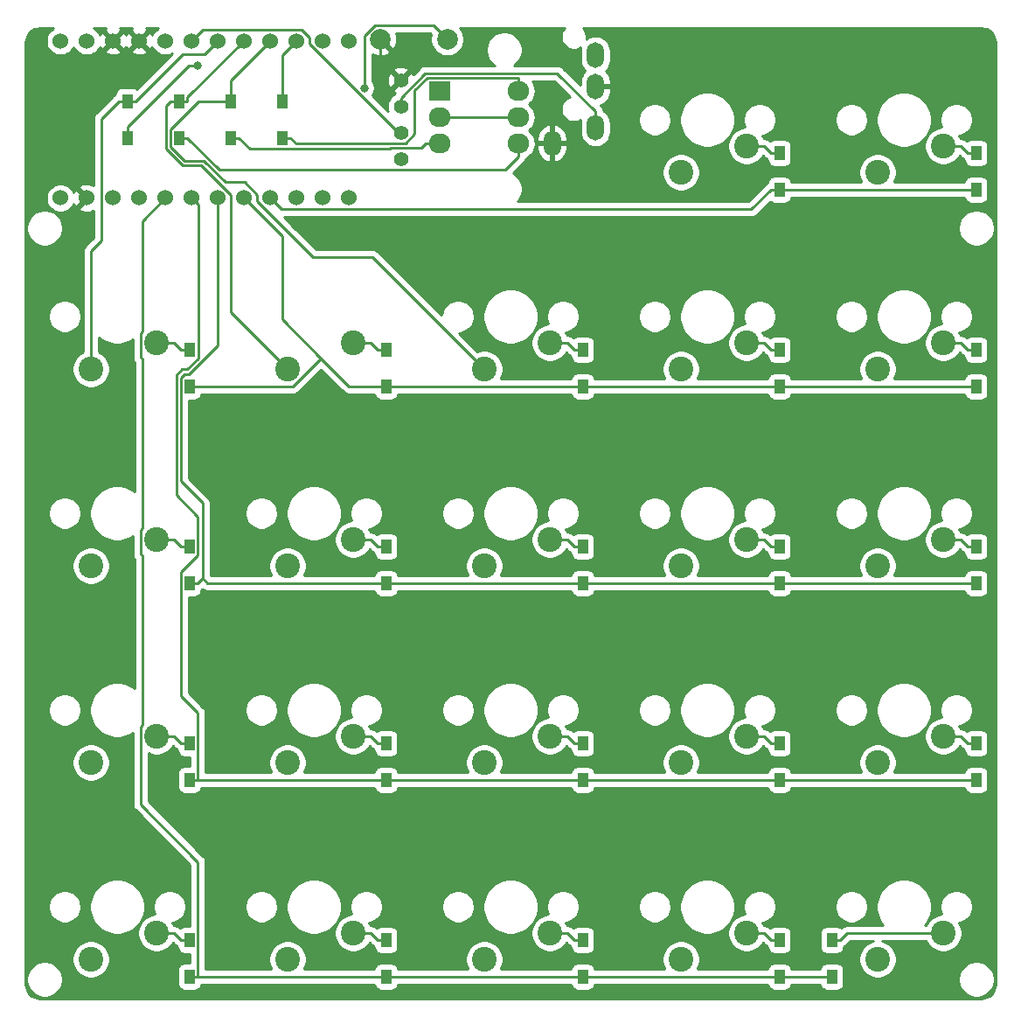
<source format=gbr>
%TF.GenerationSoftware,KiCad,Pcbnew,(5.1.9)-1*%
%TF.CreationDate,2021-02-13T13:30:33+09:00*%
%TF.ProjectId,yuiop22rs,7975696f-7032-4327-9273-2e6b69636164,1*%
%TF.SameCoordinates,Original*%
%TF.FileFunction,Copper,L2,Bot*%
%TF.FilePolarity,Positive*%
%FSLAX46Y46*%
G04 Gerber Fmt 4.6, Leading zero omitted, Abs format (unit mm)*
G04 Created by KiCad (PCBNEW (5.1.9)-1) date 2021-02-13 13:30:33*
%MOMM*%
%LPD*%
G01*
G04 APERTURE LIST*
%TA.AperFunction,SMDPad,CuDef*%
%ADD10R,1.000000X1.400000*%
%TD*%
%TA.AperFunction,ComponentPad*%
%ADD11O,1.700000X2.500000*%
%TD*%
%TA.AperFunction,ComponentPad*%
%ADD12C,1.397000*%
%TD*%
%TA.AperFunction,ComponentPad*%
%ADD13C,2.400000*%
%TD*%
%TA.AperFunction,ComponentPad*%
%ADD14R,2.100000X1.900000*%
%TD*%
%TA.AperFunction,ComponentPad*%
%ADD15O,2.100000X1.900000*%
%TD*%
%TA.AperFunction,ComponentPad*%
%ADD16C,2.000000*%
%TD*%
%TA.AperFunction,ComponentPad*%
%ADD17C,1.524000*%
%TD*%
%TA.AperFunction,ViaPad*%
%ADD18C,0.800000*%
%TD*%
%TA.AperFunction,Conductor*%
%ADD19C,0.250000*%
%TD*%
%TA.AperFunction,Conductor*%
%ADD20C,0.254000*%
%TD*%
%TA.AperFunction,Conductor*%
%ADD21C,0.100000*%
%TD*%
G04 APERTURE END LIST*
D10*
%TO.P,D1,1*%
%TO.N,/ROW1*%
X123675000Y-66300000D03*
%TO.P,D1,2*%
%TO.N,Net-(D1-Pad2)*%
X123675000Y-62750000D03*
%TD*%
%TO.P,D2,2*%
%TO.N,Net-(D2-Pad2)*%
X142725000Y-62750000D03*
%TO.P,D2,1*%
%TO.N,/ROW1*%
X142725000Y-66300000D03*
%TD*%
%TO.P,D3,2*%
%TO.N,Net-(D3-Pad2)*%
X66525000Y-81800000D03*
%TO.P,D3,1*%
%TO.N,/ROW2*%
X66525000Y-85350000D03*
%TD*%
%TO.P,D4,1*%
%TO.N,/ROW2*%
X85575000Y-85350000D03*
%TO.P,D4,2*%
%TO.N,Net-(D4-Pad2)*%
X85575000Y-81800000D03*
%TD*%
%TO.P,D5,2*%
%TO.N,Net-(D5-Pad2)*%
X104625000Y-81800000D03*
%TO.P,D5,1*%
%TO.N,/ROW2*%
X104625000Y-85350000D03*
%TD*%
%TO.P,D6,1*%
%TO.N,/ROW2*%
X123675000Y-85350000D03*
%TO.P,D6,2*%
%TO.N,Net-(D6-Pad2)*%
X123675000Y-81800000D03*
%TD*%
%TO.P,D7,2*%
%TO.N,Net-(D7-Pad2)*%
X142725000Y-81800000D03*
%TO.P,D7,1*%
%TO.N,/ROW2*%
X142725000Y-85350000D03*
%TD*%
%TO.P,D8,1*%
%TO.N,/ROW3*%
X66525000Y-104400000D03*
%TO.P,D8,2*%
%TO.N,Net-(D8-Pad2)*%
X66525000Y-100850000D03*
%TD*%
%TO.P,D9,2*%
%TO.N,Net-(D9-Pad2)*%
X85575000Y-100850000D03*
%TO.P,D9,1*%
%TO.N,/ROW3*%
X85575000Y-104400000D03*
%TD*%
%TO.P,D10,1*%
%TO.N,/ROW3*%
X104625000Y-104400000D03*
%TO.P,D10,2*%
%TO.N,Net-(D10-Pad2)*%
X104625000Y-100850000D03*
%TD*%
%TO.P,D11,2*%
%TO.N,Net-(D11-Pad2)*%
X123675000Y-100850000D03*
%TO.P,D11,1*%
%TO.N,/ROW3*%
X123675000Y-104400000D03*
%TD*%
%TO.P,D12,1*%
%TO.N,/ROW3*%
X142725000Y-104400000D03*
%TO.P,D12,2*%
%TO.N,Net-(D12-Pad2)*%
X142725000Y-100850000D03*
%TD*%
%TO.P,D13,1*%
%TO.N,/ROW4*%
X66525000Y-123450000D03*
%TO.P,D13,2*%
%TO.N,Net-(D13-Pad2)*%
X66525000Y-119900000D03*
%TD*%
%TO.P,D14,2*%
%TO.N,Net-(D14-Pad2)*%
X85575000Y-119900000D03*
%TO.P,D14,1*%
%TO.N,/ROW4*%
X85575000Y-123450000D03*
%TD*%
%TO.P,D15,1*%
%TO.N,/ROW4*%
X104625000Y-123450000D03*
%TO.P,D15,2*%
%TO.N,Net-(D15-Pad2)*%
X104625000Y-119900000D03*
%TD*%
%TO.P,D16,2*%
%TO.N,Net-(D16-Pad2)*%
X123675000Y-119900000D03*
%TO.P,D16,1*%
%TO.N,/ROW4*%
X123675000Y-123450000D03*
%TD*%
%TO.P,D17,2*%
%TO.N,Net-(D17-Pad2)*%
X142725000Y-119900000D03*
%TO.P,D17,1*%
%TO.N,/ROW4*%
X142725000Y-123450000D03*
%TD*%
%TO.P,D18,1*%
%TO.N,/ROW5*%
X66525000Y-142500000D03*
%TO.P,D18,2*%
%TO.N,Net-(D18-Pad2)*%
X66525000Y-138950000D03*
%TD*%
%TO.P,D19,2*%
%TO.N,Net-(D19-Pad2)*%
X85575000Y-138950000D03*
%TO.P,D19,1*%
%TO.N,/ROW5*%
X85575000Y-142500000D03*
%TD*%
%TO.P,D20,1*%
%TO.N,/ROW5*%
X104625000Y-142500000D03*
%TO.P,D20,2*%
%TO.N,Net-(D20-Pad2)*%
X104625000Y-138950000D03*
%TD*%
%TO.P,D21,1*%
%TO.N,/ROW5*%
X123675000Y-142500000D03*
%TO.P,D21,2*%
%TO.N,Net-(D21-Pad2)*%
X123675000Y-138950000D03*
%TD*%
%TO.P,D22,2*%
%TO.N,Net-(D22-Pad2)*%
X128750000Y-138950000D03*
%TO.P,D22,1*%
%TO.N,/ROW5*%
X128750000Y-142500000D03*
%TD*%
%TO.P,D23,1*%
%TO.N,Net-(D23-Pad1)*%
X60500000Y-61275000D03*
%TO.P,D23,2*%
%TO.N,/COL1*%
X60500000Y-57725000D03*
%TD*%
%TO.P,D24,2*%
%TO.N,/COL2*%
X65500000Y-57725000D03*
%TO.P,D24,1*%
%TO.N,Net-(D24-Pad1)*%
X65500000Y-61275000D03*
%TD*%
%TO.P,D25,1*%
%TO.N,Net-(D25-Pad1)*%
X70500000Y-61275000D03*
%TO.P,D25,2*%
%TO.N,/COL3*%
X70500000Y-57725000D03*
%TD*%
%TO.P,D26,2*%
%TO.N,/COL4*%
X75500000Y-57725000D03*
%TO.P,D26,1*%
%TO.N,Net-(D26-Pad1)*%
X75500000Y-61275000D03*
%TD*%
D11*
%TO.P,J1,B*%
%TO.N,/CONN*%
X105850000Y-53300000D03*
%TO.P,J1,C*%
%TO.N,GND*%
X105850000Y-56300000D03*
%TO.P,J1,D*%
%TO.N,VCC*%
X105850000Y-60300000D03*
%TO.P,J1,A*%
%TO.N,GND*%
X101650000Y-61800000D03*
%TD*%
D12*
%TO.P,OL1,2*%
%TO.N,/SDL*%
X87000000Y-60770000D03*
%TO.P,OL1,1*%
%TO.N,/SDA*%
X87000000Y-63310000D03*
%TO.P,OL1,4*%
%TO.N,GND*%
X87000000Y-55690000D03*
%TO.P,OL1,3*%
%TO.N,VCC*%
X87000000Y-58230000D03*
%TD*%
D13*
%TO.P,SW1,1*%
%TO.N,/COL4*%
X114135000Y-64605000D03*
%TO.P,SW1,2*%
%TO.N,Net-(D1-Pad2)*%
X120485000Y-62065000D03*
%TD*%
%TO.P,SW2,2*%
%TO.N,Net-(D2-Pad2)*%
X139535000Y-62065000D03*
%TO.P,SW2,1*%
%TO.N,/COL5*%
X133185000Y-64605000D03*
%TD*%
%TO.P,SW3,1*%
%TO.N,/COL1*%
X56985000Y-83655000D03*
%TO.P,SW3,2*%
%TO.N,Net-(D3-Pad2)*%
X63335000Y-81115000D03*
%TD*%
%TO.P,SW4,2*%
%TO.N,Net-(D4-Pad2)*%
X82385000Y-81115000D03*
%TO.P,SW4,1*%
%TO.N,/COL2*%
X76035000Y-83655000D03*
%TD*%
%TO.P,SW5,2*%
%TO.N,Net-(D5-Pad2)*%
X101435000Y-81115000D03*
%TO.P,SW5,1*%
%TO.N,/COL3*%
X95085000Y-83655000D03*
%TD*%
%TO.P,SW6,1*%
%TO.N,/COL4*%
X114135000Y-83655000D03*
%TO.P,SW6,2*%
%TO.N,Net-(D6-Pad2)*%
X120485000Y-81115000D03*
%TD*%
%TO.P,SW7,2*%
%TO.N,Net-(D7-Pad2)*%
X139535000Y-81115000D03*
%TO.P,SW7,1*%
%TO.N,/COL5*%
X133185000Y-83655000D03*
%TD*%
%TO.P,SW8,1*%
%TO.N,/COL1*%
X56985000Y-102705000D03*
%TO.P,SW8,2*%
%TO.N,Net-(D8-Pad2)*%
X63335000Y-100165000D03*
%TD*%
%TO.P,SW9,2*%
%TO.N,Net-(D9-Pad2)*%
X82385000Y-100165000D03*
%TO.P,SW9,1*%
%TO.N,/COL2*%
X76035000Y-102705000D03*
%TD*%
%TO.P,SW10,2*%
%TO.N,Net-(D10-Pad2)*%
X101435000Y-100165000D03*
%TO.P,SW10,1*%
%TO.N,/COL3*%
X95085000Y-102705000D03*
%TD*%
%TO.P,SW11,1*%
%TO.N,/COL4*%
X114135000Y-102705000D03*
%TO.P,SW11,2*%
%TO.N,Net-(D11-Pad2)*%
X120485000Y-100165000D03*
%TD*%
%TO.P,SW12,1*%
%TO.N,/COL5*%
X133185000Y-102705000D03*
%TO.P,SW12,2*%
%TO.N,Net-(D12-Pad2)*%
X139535000Y-100165000D03*
%TD*%
%TO.P,SW13,2*%
%TO.N,Net-(D13-Pad2)*%
X63335000Y-119215000D03*
%TO.P,SW13,1*%
%TO.N,/COL1*%
X56985000Y-121755000D03*
%TD*%
%TO.P,SW14,2*%
%TO.N,Net-(D14-Pad2)*%
X82385000Y-119215000D03*
%TO.P,SW14,1*%
%TO.N,/COL2*%
X76035000Y-121755000D03*
%TD*%
%TO.P,SW15,1*%
%TO.N,/COL3*%
X95085000Y-121755000D03*
%TO.P,SW15,2*%
%TO.N,Net-(D15-Pad2)*%
X101435000Y-119215000D03*
%TD*%
%TO.P,SW16,1*%
%TO.N,/COL4*%
X114135000Y-121755000D03*
%TO.P,SW16,2*%
%TO.N,Net-(D16-Pad2)*%
X120485000Y-119215000D03*
%TD*%
%TO.P,SW17,2*%
%TO.N,Net-(D17-Pad2)*%
X139535000Y-119215000D03*
%TO.P,SW17,1*%
%TO.N,/COL5*%
X133185000Y-121755000D03*
%TD*%
%TO.P,SW18,1*%
%TO.N,/COL1*%
X56985000Y-140805000D03*
%TO.P,SW18,2*%
%TO.N,Net-(D18-Pad2)*%
X63335000Y-138265000D03*
%TD*%
%TO.P,SW19,2*%
%TO.N,Net-(D19-Pad2)*%
X82385000Y-138265000D03*
%TO.P,SW19,1*%
%TO.N,/COL2*%
X76035000Y-140805000D03*
%TD*%
%TO.P,SW20,1*%
%TO.N,/COL3*%
X95085000Y-140805000D03*
%TO.P,SW20,2*%
%TO.N,Net-(D20-Pad2)*%
X101435000Y-138265000D03*
%TD*%
%TO.P,SW21,2*%
%TO.N,Net-(D21-Pad2)*%
X120485000Y-138265000D03*
%TO.P,SW21,1*%
%TO.N,/COL4*%
X114135000Y-140805000D03*
%TD*%
%TO.P,SW22,1*%
%TO.N,/COL5*%
X133185000Y-140805000D03*
%TO.P,SW22,2*%
%TO.N,Net-(D22-Pad2)*%
X139535000Y-138265000D03*
%TD*%
D14*
%TO.P,SW_ROT1,1*%
%TO.N,Net-(D23-Pad1)*%
X90750000Y-56750000D03*
D15*
%TO.P,SW_ROT1,8*%
%TO.N,Net-(D26-Pad1)*%
X98370000Y-56750000D03*
%TO.P,SW_ROT1,C*%
%TO.N,/RS1*%
X90750000Y-59290000D03*
X98370000Y-59290000D03*
%TO.P,SW_ROT1,4*%
%TO.N,Net-(D25-Pad1)*%
X90750000Y-61830000D03*
%TO.P,SW_ROT1,2*%
%TO.N,Net-(D24-Pad1)*%
X98370000Y-61830000D03*
%TD*%
D16*
%TO.P,SW_RST1,2*%
%TO.N,GND*%
X85000000Y-51750000D03*
%TO.P,SW_RST1,1*%
%TO.N,/RST*%
X91500000Y-51750000D03*
%TD*%
D17*
%TO.P,U1,1*%
%TO.N,N/C*%
X54022000Y-51888600D03*
%TO.P,U1,2*%
%TO.N,/CONN*%
X56562000Y-51888600D03*
%TO.P,U1,3*%
%TO.N,GND*%
X59102000Y-51888600D03*
%TO.P,U1,4*%
X61642000Y-51888600D03*
%TO.P,U1,5*%
%TO.N,/SDA*%
X64182000Y-51888600D03*
%TO.P,U1,6*%
%TO.N,/SDL*%
X66722000Y-51888600D03*
%TO.P,U1,7*%
%TO.N,/COL1*%
X69262000Y-51888600D03*
%TO.P,U1,8*%
%TO.N,/COL2*%
X71802000Y-51888600D03*
%TO.P,U1,9*%
%TO.N,/COL3*%
X74342000Y-51888600D03*
%TO.P,U1,10*%
%TO.N,/COL4*%
X76882000Y-51888600D03*
%TO.P,U1,11*%
%TO.N,/COL5*%
X79422000Y-51888600D03*
%TO.P,U1,12*%
%TO.N,N/C*%
X81962000Y-51888600D03*
%TO.P,U1,13*%
%TO.N,/RS1*%
X81962000Y-67108600D03*
%TO.P,U1,14*%
%TO.N,N/C*%
X79422000Y-67108600D03*
%TO.P,U1,15*%
X76882000Y-67108600D03*
%TO.P,U1,16*%
%TO.N,/ROW1*%
X74342000Y-67108600D03*
%TO.P,U1,17*%
%TO.N,/ROW2*%
X71802000Y-67108600D03*
%TO.P,U1,18*%
%TO.N,/ROW3*%
X69262000Y-67108600D03*
%TO.P,U1,19*%
%TO.N,/ROW4*%
X66722000Y-67108600D03*
%TO.P,U1,20*%
%TO.N,/ROW5*%
X64182000Y-67108600D03*
%TO.P,U1,21*%
%TO.N,VCC*%
X61642000Y-67108600D03*
%TO.P,U1,22*%
%TO.N,/RST*%
X59102000Y-67108600D03*
%TO.P,U1,23*%
%TO.N,GND*%
X56562000Y-67108600D03*
%TO.P,U1,24*%
%TO.N,N/C*%
X54022000Y-67108600D03*
%TD*%
D18*
%TO.N,Net-(D23-Pad1)*%
X67313400Y-54254700D03*
%TO.N,/RST*%
X83459600Y-56451600D03*
%TD*%
D19*
%TO.N,/ROW1*%
X123675000Y-66300000D02*
X122849700Y-66300000D01*
X74342000Y-67108600D02*
X75442400Y-68209000D01*
X75442400Y-68209000D02*
X120940700Y-68209000D01*
X120940700Y-68209000D02*
X122849700Y-66300000D01*
X123675000Y-66300000D02*
X142725000Y-66300000D01*
%TO.N,Net-(D1-Pad2)*%
X123675000Y-62750000D02*
X122849700Y-62750000D01*
X120485000Y-62065000D02*
X122164700Y-62065000D01*
X122164700Y-62065000D02*
X122849700Y-62750000D01*
%TO.N,Net-(D2-Pad2)*%
X142725000Y-62750000D02*
X141899700Y-62750000D01*
X139535000Y-62065000D02*
X141214700Y-62065000D01*
X141214700Y-62065000D02*
X141899700Y-62750000D01*
%TO.N,Net-(D3-Pad2)*%
X66525000Y-81800000D02*
X65699700Y-81800000D01*
X63335000Y-81115000D02*
X65014700Y-81115000D01*
X65014700Y-81115000D02*
X65699700Y-81800000D01*
%TO.N,/ROW2*%
X104625000Y-85350000D02*
X123675000Y-85350000D01*
X104212400Y-85350000D02*
X104625000Y-85350000D01*
X79273400Y-82645200D02*
X81978200Y-85350000D01*
X81978200Y-85350000D02*
X85575000Y-85350000D01*
X71802000Y-67108600D02*
X75487700Y-70794300D01*
X75487700Y-70794300D02*
X75487700Y-78859500D01*
X75487700Y-78859500D02*
X79273400Y-82645200D01*
X79273400Y-82645200D02*
X76568600Y-85350000D01*
X76568600Y-85350000D02*
X66525000Y-85350000D01*
X85575000Y-85350000D02*
X104212400Y-85350000D01*
X123675000Y-85350000D02*
X142725000Y-85350000D01*
%TO.N,Net-(D4-Pad2)*%
X85575000Y-81800000D02*
X84749700Y-81800000D01*
X82385000Y-81115000D02*
X84064700Y-81115000D01*
X84064700Y-81115000D02*
X84749700Y-81800000D01*
%TO.N,Net-(D5-Pad2)*%
X104625000Y-81800000D02*
X103799700Y-81800000D01*
X101435000Y-81115000D02*
X103114700Y-81115000D01*
X103114700Y-81115000D02*
X103799700Y-81800000D01*
%TO.N,Net-(D6-Pad2)*%
X123675000Y-81800000D02*
X122849700Y-81800000D01*
X120485000Y-81115000D02*
X122164700Y-81115000D01*
X122164700Y-81115000D02*
X122849700Y-81800000D01*
%TO.N,Net-(D7-Pad2)*%
X142725000Y-81800000D02*
X141899700Y-81800000D01*
X139535000Y-81115000D02*
X141214700Y-81115000D01*
X141214700Y-81115000D02*
X141899700Y-81800000D01*
%TO.N,/ROW3*%
X85575000Y-104400000D02*
X68278300Y-104400000D01*
X68278300Y-104400000D02*
X67814300Y-103936000D01*
X104625000Y-104400000D02*
X85575000Y-104400000D01*
X67814300Y-103936000D02*
X67350300Y-104400000D01*
X69262000Y-67108600D02*
X69262000Y-81390700D01*
X69262000Y-81390700D02*
X66466400Y-84186300D01*
X66466400Y-84186300D02*
X66015700Y-84186300D01*
X66015700Y-84186300D02*
X65699600Y-84502400D01*
X65699600Y-84502400D02*
X65699600Y-94526800D01*
X65699600Y-94526800D02*
X67814300Y-96641500D01*
X67814300Y-96641500D02*
X67814300Y-103936000D01*
X66525000Y-104400000D02*
X67350300Y-104400000D01*
X123675000Y-104400000D02*
X142725000Y-104400000D01*
X104625000Y-104400000D02*
X123675000Y-104400000D01*
%TO.N,Net-(D8-Pad2)*%
X66525000Y-100850000D02*
X65699700Y-100850000D01*
X63335000Y-100165000D02*
X65014700Y-100165000D01*
X65014700Y-100165000D02*
X65699700Y-100850000D01*
%TO.N,Net-(D9-Pad2)*%
X85575000Y-100850000D02*
X84749700Y-100850000D01*
X82385000Y-100165000D02*
X84064700Y-100165000D01*
X84064700Y-100165000D02*
X84749700Y-100850000D01*
%TO.N,Net-(D10-Pad2)*%
X104625000Y-100850000D02*
X103799700Y-100850000D01*
X101435000Y-100165000D02*
X103114700Y-100165000D01*
X103114700Y-100165000D02*
X103799700Y-100850000D01*
%TO.N,Net-(D11-Pad2)*%
X123675000Y-100850000D02*
X122849700Y-100850000D01*
X120485000Y-100165000D02*
X122164700Y-100165000D01*
X122164700Y-100165000D02*
X122849700Y-100850000D01*
%TO.N,Net-(D12-Pad2)*%
X142725000Y-100850000D02*
X141899700Y-100850000D01*
X139535000Y-100165000D02*
X141214700Y-100165000D01*
X141214700Y-100165000D02*
X141899700Y-100850000D01*
%TO.N,/ROW4*%
X66722000Y-67108600D02*
X67378500Y-67765100D01*
X67378500Y-67765100D02*
X67378500Y-82637300D01*
X67378500Y-82637300D02*
X66334100Y-83681700D01*
X66334100Y-83681700D02*
X65790200Y-83681700D01*
X65790200Y-83681700D02*
X65246500Y-84225400D01*
X65246500Y-84225400D02*
X65246500Y-95868500D01*
X65246500Y-95868500D02*
X67350400Y-97972400D01*
X67350400Y-97972400D02*
X67350400Y-101684700D01*
X67350400Y-101684700D02*
X65699600Y-103335500D01*
X65699600Y-103335500D02*
X65699600Y-115302500D01*
X65699600Y-115302500D02*
X67350300Y-116953200D01*
X67350300Y-116953200D02*
X67350300Y-123450000D01*
X85575000Y-123450000D02*
X67350300Y-123450000D01*
X104625000Y-123450000D02*
X85575000Y-123450000D01*
X66525000Y-123450000D02*
X67350300Y-123450000D01*
X123675000Y-123450000D02*
X142725000Y-123450000D01*
X105037700Y-123450000D02*
X123675000Y-123450000D01*
X105037700Y-123450000D02*
X104625000Y-123450000D01*
%TO.N,Net-(D13-Pad2)*%
X66525000Y-119900000D02*
X65699700Y-119900000D01*
X63335000Y-119215000D02*
X65014700Y-119215000D01*
X65014700Y-119215000D02*
X65699700Y-119900000D01*
%TO.N,Net-(D14-Pad2)*%
X85575000Y-119900000D02*
X84749700Y-119900000D01*
X82385000Y-119215000D02*
X84064700Y-119215000D01*
X84064700Y-119215000D02*
X84749700Y-119900000D01*
%TO.N,Net-(D15-Pad2)*%
X104625000Y-119900000D02*
X103799700Y-119900000D01*
X101435000Y-119215000D02*
X103114700Y-119215000D01*
X103114700Y-119215000D02*
X103799700Y-119900000D01*
%TO.N,Net-(D16-Pad2)*%
X123675000Y-119900000D02*
X122849700Y-119900000D01*
X120485000Y-119215000D02*
X122164700Y-119215000D01*
X122164700Y-119215000D02*
X122849700Y-119900000D01*
%TO.N,Net-(D17-Pad2)*%
X142725000Y-119900000D02*
X141899700Y-119900000D01*
X139535000Y-119215000D02*
X141214700Y-119215000D01*
X141214700Y-119215000D02*
X141899700Y-119900000D01*
%TO.N,/ROW5*%
X85575000Y-142500000D02*
X67350300Y-142500000D01*
X104625000Y-142500000D02*
X85575000Y-142500000D01*
X66525000Y-142500000D02*
X67350300Y-142500000D01*
X64182000Y-67108600D02*
X61945000Y-69345600D01*
X61945000Y-69345600D02*
X61945000Y-80018600D01*
X61945000Y-80018600D02*
X61789500Y-80174100D01*
X61789500Y-80174100D02*
X61789500Y-82529500D01*
X61789500Y-82529500D02*
X61944900Y-82684900D01*
X61944900Y-82684900D02*
X61944900Y-99068700D01*
X61944900Y-99068700D02*
X61789500Y-99224100D01*
X61789500Y-99224100D02*
X61789500Y-101579500D01*
X61789500Y-101579500D02*
X61944900Y-101734900D01*
X61944900Y-101734900D02*
X61944900Y-118118700D01*
X61944900Y-118118700D02*
X61779400Y-118284200D01*
X61779400Y-118284200D02*
X61779400Y-125813100D01*
X61779400Y-125813100D02*
X67350300Y-131384000D01*
X67350300Y-131384000D02*
X67350300Y-142500000D01*
X104625000Y-142500000D02*
X123675000Y-142500000D01*
X128750000Y-142500000D02*
X123675000Y-142500000D01*
%TO.N,Net-(D18-Pad2)*%
X66525000Y-138950000D02*
X65699700Y-138950000D01*
X63335000Y-138265000D02*
X65014700Y-138265000D01*
X65014700Y-138265000D02*
X65699700Y-138950000D01*
%TO.N,Net-(D19-Pad2)*%
X85575000Y-138950000D02*
X84749700Y-138950000D01*
X82385000Y-138265000D02*
X84064700Y-138265000D01*
X84064700Y-138265000D02*
X84749700Y-138950000D01*
%TO.N,Net-(D20-Pad2)*%
X104625000Y-138950000D02*
X103799700Y-138950000D01*
X101435000Y-138265000D02*
X103114700Y-138265000D01*
X103114700Y-138265000D02*
X103799700Y-138950000D01*
%TO.N,Net-(D21-Pad2)*%
X123675000Y-138950000D02*
X122849700Y-138950000D01*
X120485000Y-138265000D02*
X122164700Y-138265000D01*
X122164700Y-138265000D02*
X122849700Y-138950000D01*
%TO.N,Net-(D22-Pad2)*%
X128750000Y-138950000D02*
X129575300Y-138950000D01*
X139535000Y-138265000D02*
X130260300Y-138265000D01*
X130260300Y-138265000D02*
X129575300Y-138950000D01*
%TO.N,/COL1*%
X60500000Y-57725000D02*
X59674700Y-57725000D01*
X56985000Y-83655000D02*
X56985000Y-72243000D01*
X56985000Y-72243000D02*
X57975400Y-71252600D01*
X57975400Y-71252600D02*
X57975400Y-59424300D01*
X57975400Y-59424300D02*
X59674700Y-57725000D01*
X60500000Y-57725000D02*
X61325300Y-57725000D01*
X61325300Y-57725000D02*
X65851500Y-53198800D01*
X65851500Y-53198800D02*
X67951800Y-53198800D01*
X67951800Y-53198800D02*
X69262000Y-51888600D01*
%TO.N,Net-(D23-Pad1)*%
X60500000Y-61275000D02*
X60500000Y-60249700D01*
X67313400Y-54254700D02*
X66495000Y-54254700D01*
X66495000Y-54254700D02*
X60500000Y-60249700D01*
%TO.N,Net-(D24-Pad1)*%
X65500000Y-61275000D02*
X66325300Y-61275000D01*
X98370000Y-61830000D02*
X98370000Y-63105300D01*
X98370000Y-63105300D02*
X97118500Y-64356800D01*
X97118500Y-64356800D02*
X69407100Y-64356800D01*
X69407100Y-64356800D02*
X66325300Y-61275000D01*
%TO.N,/COL2*%
X64674700Y-57725000D02*
X64224400Y-58175300D01*
X64224400Y-58175300D02*
X64224400Y-62320500D01*
X64224400Y-62320500D02*
X65870100Y-63966200D01*
X65870100Y-63966200D02*
X67667600Y-63966200D01*
X67667600Y-63966200D02*
X70532000Y-66830600D01*
X70532000Y-66830600D02*
X70532000Y-78152000D01*
X70532000Y-78152000D02*
X76035000Y-83655000D01*
X65500000Y-57725000D02*
X64674700Y-57725000D01*
X65500000Y-57725000D02*
X66325300Y-57725000D01*
X71802000Y-51888600D02*
X66325300Y-57365300D01*
X66325300Y-57365300D02*
X66325300Y-57725000D01*
%TO.N,/COL3*%
X95085000Y-83655000D02*
X84277300Y-72847300D01*
X84277300Y-72847300D02*
X78510700Y-72847300D01*
X78510700Y-72847300D02*
X73072000Y-67408600D01*
X73072000Y-67408600D02*
X73072000Y-66801600D01*
X73072000Y-66801600D02*
X71843900Y-65573500D01*
X71843900Y-65573500D02*
X69986900Y-65573500D01*
X69986900Y-65573500D02*
X67902100Y-63488700D01*
X67902100Y-63488700D02*
X66029500Y-63488700D01*
X66029500Y-63488700D02*
X64674700Y-62133900D01*
X64674700Y-62133900D02*
X64674700Y-60440200D01*
X64674700Y-60440200D02*
X67389900Y-57725000D01*
X67389900Y-57725000D02*
X70500000Y-57725000D01*
X70500000Y-57725000D02*
X70500000Y-55730600D01*
X70500000Y-55730600D02*
X74342000Y-51888600D01*
%TO.N,Net-(D25-Pad1)*%
X70500000Y-61275000D02*
X71325300Y-61275000D01*
X90750000Y-61830000D02*
X89374700Y-61830000D01*
X89374700Y-61830000D02*
X88945200Y-62259500D01*
X88945200Y-62259500D02*
X86017000Y-62259500D01*
X86017000Y-62259500D02*
X85976100Y-62300400D01*
X85976100Y-62300400D02*
X72350700Y-62300400D01*
X72350700Y-62300400D02*
X71325300Y-61275000D01*
%TO.N,Net-(D26-Pad1)*%
X75500000Y-61275000D02*
X76325300Y-61275000D01*
X98370000Y-56750000D02*
X98370000Y-55474700D01*
X98370000Y-55474700D02*
X89543400Y-55474700D01*
X89543400Y-55474700D02*
X88324400Y-56693700D01*
X88324400Y-56693700D02*
X88324400Y-60909800D01*
X88324400Y-60909800D02*
X87425100Y-61809100D01*
X87425100Y-61809100D02*
X76859400Y-61809100D01*
X76859400Y-61809100D02*
X76325300Y-61275000D01*
%TO.N,/COL4*%
X76882000Y-51888600D02*
X75500000Y-53270600D01*
X75500000Y-53270600D02*
X75500000Y-57725000D01*
%TO.N,GND*%
X87000000Y-55690000D02*
X85000000Y-53690000D01*
X85000000Y-53690000D02*
X85000000Y-51750000D01*
%TO.N,VCC*%
X105850000Y-60300000D02*
X105850000Y-58724700D01*
X87000000Y-58230000D02*
X87000000Y-57381200D01*
X87000000Y-57381200D02*
X89358000Y-55023200D01*
X89358000Y-55023200D02*
X102148500Y-55023200D01*
X102148500Y-55023200D02*
X105850000Y-58724700D01*
%TO.N,/SDL*%
X66722000Y-51888600D02*
X67837100Y-50773500D01*
X67837100Y-50773500D02*
X77363900Y-50773500D01*
X77363900Y-50773500D02*
X78152000Y-51561600D01*
X78152000Y-51561600D02*
X78152000Y-52172500D01*
X78152000Y-52172500D02*
X86749500Y-60770000D01*
X86749500Y-60770000D02*
X87000000Y-60770000D01*
%TO.N,/RS1*%
X98370000Y-59290000D02*
X90750000Y-59290000D01*
%TO.N,/RST*%
X91500000Y-51750000D02*
X90142000Y-50392000D01*
X90142000Y-50392000D02*
X84462100Y-50392000D01*
X84462100Y-50392000D02*
X83459700Y-51394400D01*
X83459700Y-51394400D02*
X83459700Y-56451600D01*
X83459700Y-56451600D02*
X83459600Y-56451600D01*
%TD*%
D20*
%TO.N,GND*%
X53131465Y-50803480D02*
X52936880Y-50998065D01*
X52783995Y-51226873D01*
X52678686Y-51481110D01*
X52625000Y-51751008D01*
X52625000Y-52026192D01*
X52678686Y-52296090D01*
X52783995Y-52550327D01*
X52936880Y-52779135D01*
X53131465Y-52973720D01*
X53360273Y-53126605D01*
X53614510Y-53231914D01*
X53884408Y-53285600D01*
X54159592Y-53285600D01*
X54429490Y-53231914D01*
X54683727Y-53126605D01*
X54912535Y-52973720D01*
X55107120Y-52779135D01*
X55260005Y-52550327D01*
X55292000Y-52473085D01*
X55323995Y-52550327D01*
X55476880Y-52779135D01*
X55671465Y-52973720D01*
X55900273Y-53126605D01*
X56154510Y-53231914D01*
X56424408Y-53285600D01*
X56699592Y-53285600D01*
X56969490Y-53231914D01*
X57223727Y-53126605D01*
X57452535Y-52973720D01*
X57572090Y-52854165D01*
X58316040Y-52854165D01*
X58383020Y-53094256D01*
X58632048Y-53211356D01*
X58899135Y-53277623D01*
X59174017Y-53290510D01*
X59446133Y-53249522D01*
X59705023Y-53156236D01*
X59820980Y-53094256D01*
X59887960Y-52854165D01*
X60856040Y-52854165D01*
X60923020Y-53094256D01*
X61172048Y-53211356D01*
X61439135Y-53277623D01*
X61714017Y-53290510D01*
X61986133Y-53249522D01*
X62245023Y-53156236D01*
X62360980Y-53094256D01*
X62427960Y-52854165D01*
X61642000Y-52068205D01*
X60856040Y-52854165D01*
X59887960Y-52854165D01*
X59102000Y-52068205D01*
X58316040Y-52854165D01*
X57572090Y-52854165D01*
X57647120Y-52779135D01*
X57800005Y-52550327D01*
X57829692Y-52478657D01*
X57834364Y-52491623D01*
X57896344Y-52607580D01*
X58136435Y-52674560D01*
X58922395Y-51888600D01*
X59281605Y-51888600D01*
X60067565Y-52674560D01*
X60307656Y-52607580D01*
X60369079Y-52476956D01*
X60374364Y-52491623D01*
X60436344Y-52607580D01*
X60676435Y-52674560D01*
X61462395Y-51888600D01*
X60676435Y-51102640D01*
X60436344Y-51169620D01*
X60374921Y-51300244D01*
X60369636Y-51285577D01*
X60307656Y-51169620D01*
X60067565Y-51102640D01*
X59281605Y-51888600D01*
X58922395Y-51888600D01*
X58136435Y-51102640D01*
X57896344Y-51169620D01*
X57832515Y-51305360D01*
X57800005Y-51226873D01*
X57647120Y-50998065D01*
X57452535Y-50803480D01*
X57237803Y-50660000D01*
X58425945Y-50660000D01*
X58383020Y-50682944D01*
X58316040Y-50923035D01*
X59102000Y-51708995D01*
X59887960Y-50923035D01*
X59820980Y-50682944D01*
X59772187Y-50660000D01*
X60965945Y-50660000D01*
X60923020Y-50682944D01*
X60856040Y-50923035D01*
X61642000Y-51708995D01*
X62427960Y-50923035D01*
X62360980Y-50682944D01*
X62312187Y-50660000D01*
X63506197Y-50660000D01*
X63291465Y-50803480D01*
X63096880Y-50998065D01*
X62943995Y-51226873D01*
X62914308Y-51298543D01*
X62909636Y-51285577D01*
X62847656Y-51169620D01*
X62607565Y-51102640D01*
X61821605Y-51888600D01*
X62607565Y-52674560D01*
X62847656Y-52607580D01*
X62911485Y-52471840D01*
X62943995Y-52550327D01*
X63096880Y-52779135D01*
X63291465Y-52973720D01*
X63520273Y-53126605D01*
X63774510Y-53231914D01*
X64044408Y-53285600D01*
X64319592Y-53285600D01*
X64589490Y-53231914D01*
X64843727Y-53126605D01*
X64859293Y-53116204D01*
X61423997Y-56551502D01*
X61354494Y-56494463D01*
X61244180Y-56435498D01*
X61124482Y-56399188D01*
X61000000Y-56386928D01*
X60000000Y-56386928D01*
X59875518Y-56399188D01*
X59755820Y-56435498D01*
X59645506Y-56494463D01*
X59548815Y-56573815D01*
X59469463Y-56670506D01*
X59410498Y-56780820D01*
X59374188Y-56900518D01*
X59361928Y-57025000D01*
X59361928Y-57030425D01*
X59250423Y-57090026D01*
X59168638Y-57157146D01*
X59134699Y-57184999D01*
X59110901Y-57213997D01*
X57464398Y-58860501D01*
X57435400Y-58884299D01*
X57411602Y-58913297D01*
X57411601Y-58913298D01*
X57340426Y-59000024D01*
X57269854Y-59132054D01*
X57239580Y-59231858D01*
X57229618Y-59264701D01*
X57226398Y-59275315D01*
X57211724Y-59424300D01*
X57215401Y-59461632D01*
X57215400Y-65872107D01*
X57031952Y-65785844D01*
X56764865Y-65719577D01*
X56489983Y-65706690D01*
X56217867Y-65747678D01*
X55958977Y-65840964D01*
X55843020Y-65902944D01*
X55776040Y-66143035D01*
X56562000Y-66928995D01*
X56576143Y-66914853D01*
X56755748Y-67094458D01*
X56741605Y-67108600D01*
X56755748Y-67122743D01*
X56576143Y-67302348D01*
X56562000Y-67288205D01*
X55776040Y-68074165D01*
X55843020Y-68314256D01*
X56092048Y-68431356D01*
X56359135Y-68497623D01*
X56634017Y-68510510D01*
X56906133Y-68469522D01*
X57165023Y-68376236D01*
X57215400Y-68349309D01*
X57215400Y-70937798D01*
X56473998Y-71679201D01*
X56445000Y-71702999D01*
X56421202Y-71731997D01*
X56421201Y-71731998D01*
X56350026Y-71818724D01*
X56279454Y-71950754D01*
X56235998Y-72094015D01*
X56221324Y-72243000D01*
X56225001Y-72280332D01*
X56225000Y-81983612D01*
X56115801Y-82028844D01*
X55815256Y-82229662D01*
X55559662Y-82485256D01*
X55358844Y-82785801D01*
X55220518Y-83119750D01*
X55150000Y-83474268D01*
X55150000Y-83835732D01*
X55220518Y-84190250D01*
X55358844Y-84524199D01*
X55559662Y-84824744D01*
X55815256Y-85080338D01*
X56115801Y-85281156D01*
X56449750Y-85419482D01*
X56804268Y-85490000D01*
X57165732Y-85490000D01*
X57520250Y-85419482D01*
X57854199Y-85281156D01*
X58154744Y-85080338D01*
X58410338Y-84824744D01*
X58611156Y-84524199D01*
X58749482Y-84190250D01*
X58820000Y-83835732D01*
X58820000Y-83474268D01*
X58749482Y-83119750D01*
X58611156Y-82785801D01*
X58410338Y-82485256D01*
X58154744Y-82229662D01*
X57854199Y-82028844D01*
X57745000Y-81983612D01*
X57745000Y-80592164D01*
X57813412Y-80660576D01*
X58253175Y-80954417D01*
X58741814Y-81156817D01*
X59260551Y-81260000D01*
X59789449Y-81260000D01*
X60308186Y-81156817D01*
X60796825Y-80954417D01*
X61029500Y-80798948D01*
X61029501Y-82492168D01*
X61025824Y-82529500D01*
X61029501Y-82566833D01*
X61037220Y-82645199D01*
X61040498Y-82678485D01*
X61083954Y-82821746D01*
X61154526Y-82953776D01*
X61184900Y-82990786D01*
X61184901Y-95504888D01*
X60796825Y-95245583D01*
X60308186Y-95043183D01*
X59789449Y-94940000D01*
X59260551Y-94940000D01*
X58741814Y-95043183D01*
X58253175Y-95245583D01*
X57813412Y-95539424D01*
X57439424Y-95913412D01*
X57145583Y-96353175D01*
X56943183Y-96841814D01*
X56840000Y-97360551D01*
X56840000Y-97889449D01*
X56943183Y-98408186D01*
X57145583Y-98896825D01*
X57439424Y-99336588D01*
X57813412Y-99710576D01*
X58253175Y-100004417D01*
X58741814Y-100206817D01*
X59260551Y-100310000D01*
X59789449Y-100310000D01*
X60308186Y-100206817D01*
X60796825Y-100004417D01*
X61029500Y-99848948D01*
X61029501Y-101542168D01*
X61025824Y-101579500D01*
X61029501Y-101616833D01*
X61039863Y-101722033D01*
X61040498Y-101728485D01*
X61083954Y-101871746D01*
X61154526Y-102003776D01*
X61184900Y-102040786D01*
X61184901Y-114554888D01*
X60796825Y-114295583D01*
X60308186Y-114093183D01*
X59789449Y-113990000D01*
X59260551Y-113990000D01*
X58741814Y-114093183D01*
X58253175Y-114295583D01*
X57813412Y-114589424D01*
X57439424Y-114963412D01*
X57145583Y-115403175D01*
X56943183Y-115891814D01*
X56840000Y-116410551D01*
X56840000Y-116939449D01*
X56943183Y-117458186D01*
X57145583Y-117946825D01*
X57439424Y-118386588D01*
X57813412Y-118760576D01*
X58253175Y-119054417D01*
X58741814Y-119256817D01*
X59260551Y-119360000D01*
X59789449Y-119360000D01*
X60308186Y-119256817D01*
X60796825Y-119054417D01*
X61019400Y-118905697D01*
X61019401Y-125775768D01*
X61015724Y-125813100D01*
X61030398Y-125962085D01*
X61073854Y-126105346D01*
X61144426Y-126237376D01*
X61215601Y-126324102D01*
X61239400Y-126353101D01*
X61268398Y-126376899D01*
X66590300Y-131698802D01*
X66590301Y-137611928D01*
X66025000Y-137611928D01*
X65900518Y-137624188D01*
X65780820Y-137660498D01*
X65670506Y-137719463D01*
X65601003Y-137776502D01*
X65578503Y-137754002D01*
X65554701Y-137724999D01*
X65438976Y-137630026D01*
X65306947Y-137559454D01*
X65163686Y-137515997D01*
X65052033Y-137505000D01*
X65052022Y-137505000D01*
X65014700Y-137501324D01*
X65005251Y-137502255D01*
X64961156Y-137395801D01*
X64887082Y-137284942D01*
X65067327Y-137249089D01*
X65355779Y-137129609D01*
X65615379Y-136956150D01*
X65836150Y-136735379D01*
X66009609Y-136475779D01*
X66129089Y-136187327D01*
X66190000Y-135881109D01*
X66190000Y-135568891D01*
X66129089Y-135262673D01*
X66009609Y-134974221D01*
X65836150Y-134714621D01*
X65615379Y-134493850D01*
X65355779Y-134320391D01*
X65067327Y-134200911D01*
X64761109Y-134140000D01*
X64448891Y-134140000D01*
X64142673Y-134200911D01*
X63854221Y-134320391D01*
X63594621Y-134493850D01*
X63373850Y-134714621D01*
X63200391Y-134974221D01*
X63080911Y-135262673D01*
X63020000Y-135568891D01*
X63020000Y-135881109D01*
X63080911Y-136187327D01*
X63181429Y-136430000D01*
X63154268Y-136430000D01*
X62799750Y-136500518D01*
X62465801Y-136638844D01*
X62165256Y-136839662D01*
X61909662Y-137095256D01*
X61708844Y-137395801D01*
X61570518Y-137729750D01*
X61500000Y-138084268D01*
X61500000Y-138445732D01*
X61570518Y-138800250D01*
X61708844Y-139134199D01*
X61909662Y-139434744D01*
X62165256Y-139690338D01*
X62465801Y-139891156D01*
X62799750Y-140029482D01*
X63154268Y-140100000D01*
X63515732Y-140100000D01*
X63870250Y-140029482D01*
X64204199Y-139891156D01*
X64504744Y-139690338D01*
X64760338Y-139434744D01*
X64900250Y-139225351D01*
X65135901Y-139461002D01*
X65159699Y-139490001D01*
X65275424Y-139584974D01*
X65386928Y-139644575D01*
X65386928Y-139650000D01*
X65399188Y-139774482D01*
X65435498Y-139894180D01*
X65494463Y-140004494D01*
X65573815Y-140101185D01*
X65670506Y-140180537D01*
X65780820Y-140239502D01*
X65900518Y-140275812D01*
X66025000Y-140288072D01*
X66590301Y-140288072D01*
X66590301Y-141161928D01*
X66025000Y-141161928D01*
X65900518Y-141174188D01*
X65780820Y-141210498D01*
X65670506Y-141269463D01*
X65573815Y-141348815D01*
X65494463Y-141445506D01*
X65435498Y-141555820D01*
X65399188Y-141675518D01*
X65386928Y-141800000D01*
X65386928Y-143200000D01*
X65399188Y-143324482D01*
X65435498Y-143444180D01*
X65494463Y-143554494D01*
X65573815Y-143651185D01*
X65670506Y-143730537D01*
X65780820Y-143789502D01*
X65900518Y-143825812D01*
X66025000Y-143838072D01*
X67025000Y-143838072D01*
X67149482Y-143825812D01*
X67269180Y-143789502D01*
X67379494Y-143730537D01*
X67476185Y-143651185D01*
X67555537Y-143554494D01*
X67614502Y-143444180D01*
X67650812Y-143324482D01*
X67657163Y-143260000D01*
X84442837Y-143260000D01*
X84449188Y-143324482D01*
X84485498Y-143444180D01*
X84544463Y-143554494D01*
X84623815Y-143651185D01*
X84720506Y-143730537D01*
X84830820Y-143789502D01*
X84950518Y-143825812D01*
X85075000Y-143838072D01*
X86075000Y-143838072D01*
X86199482Y-143825812D01*
X86319180Y-143789502D01*
X86429494Y-143730537D01*
X86526185Y-143651185D01*
X86605537Y-143554494D01*
X86664502Y-143444180D01*
X86700812Y-143324482D01*
X86707163Y-143260000D01*
X103492837Y-143260000D01*
X103499188Y-143324482D01*
X103535498Y-143444180D01*
X103594463Y-143554494D01*
X103673815Y-143651185D01*
X103770506Y-143730537D01*
X103880820Y-143789502D01*
X104000518Y-143825812D01*
X104125000Y-143838072D01*
X105125000Y-143838072D01*
X105249482Y-143825812D01*
X105369180Y-143789502D01*
X105479494Y-143730537D01*
X105576185Y-143651185D01*
X105655537Y-143554494D01*
X105714502Y-143444180D01*
X105750812Y-143324482D01*
X105757163Y-143260000D01*
X122542837Y-143260000D01*
X122549188Y-143324482D01*
X122585498Y-143444180D01*
X122644463Y-143554494D01*
X122723815Y-143651185D01*
X122820506Y-143730537D01*
X122930820Y-143789502D01*
X123050518Y-143825812D01*
X123175000Y-143838072D01*
X124175000Y-143838072D01*
X124299482Y-143825812D01*
X124419180Y-143789502D01*
X124529494Y-143730537D01*
X124626185Y-143651185D01*
X124705537Y-143554494D01*
X124764502Y-143444180D01*
X124800812Y-143324482D01*
X124807163Y-143260000D01*
X127617837Y-143260000D01*
X127624188Y-143324482D01*
X127660498Y-143444180D01*
X127719463Y-143554494D01*
X127798815Y-143651185D01*
X127895506Y-143730537D01*
X128005820Y-143789502D01*
X128125518Y-143825812D01*
X128250000Y-143838072D01*
X129250000Y-143838072D01*
X129374482Y-143825812D01*
X129494180Y-143789502D01*
X129604494Y-143730537D01*
X129701185Y-143651185D01*
X129780537Y-143554494D01*
X129839502Y-143444180D01*
X129875812Y-143324482D01*
X129888072Y-143200000D01*
X129888072Y-141800000D01*
X129875812Y-141675518D01*
X129839502Y-141555820D01*
X129780537Y-141445506D01*
X129701185Y-141348815D01*
X129604494Y-141269463D01*
X129494180Y-141210498D01*
X129374482Y-141174188D01*
X129250000Y-141161928D01*
X128250000Y-141161928D01*
X128125518Y-141174188D01*
X128005820Y-141210498D01*
X127895506Y-141269463D01*
X127798815Y-141348815D01*
X127719463Y-141445506D01*
X127660498Y-141555820D01*
X127624188Y-141675518D01*
X127617837Y-141740000D01*
X124807163Y-141740000D01*
X124800812Y-141675518D01*
X124764502Y-141555820D01*
X124705537Y-141445506D01*
X124626185Y-141348815D01*
X124529494Y-141269463D01*
X124419180Y-141210498D01*
X124299482Y-141174188D01*
X124175000Y-141161928D01*
X123175000Y-141161928D01*
X123050518Y-141174188D01*
X122930820Y-141210498D01*
X122820506Y-141269463D01*
X122723815Y-141348815D01*
X122644463Y-141445506D01*
X122585498Y-141555820D01*
X122549188Y-141675518D01*
X122542837Y-141740000D01*
X115717189Y-141740000D01*
X115761156Y-141674199D01*
X115899482Y-141340250D01*
X115970000Y-140985732D01*
X115970000Y-140624268D01*
X115899482Y-140269750D01*
X115761156Y-139935801D01*
X115560338Y-139635256D01*
X115304744Y-139379662D01*
X115004199Y-139178844D01*
X114670250Y-139040518D01*
X114315732Y-138970000D01*
X113954268Y-138970000D01*
X113599750Y-139040518D01*
X113265801Y-139178844D01*
X112965256Y-139379662D01*
X112709662Y-139635256D01*
X112508844Y-139935801D01*
X112370518Y-140269750D01*
X112300000Y-140624268D01*
X112300000Y-140985732D01*
X112370518Y-141340250D01*
X112508844Y-141674199D01*
X112552811Y-141740000D01*
X105757163Y-141740000D01*
X105750812Y-141675518D01*
X105714502Y-141555820D01*
X105655537Y-141445506D01*
X105576185Y-141348815D01*
X105479494Y-141269463D01*
X105369180Y-141210498D01*
X105249482Y-141174188D01*
X105125000Y-141161928D01*
X104125000Y-141161928D01*
X104000518Y-141174188D01*
X103880820Y-141210498D01*
X103770506Y-141269463D01*
X103673815Y-141348815D01*
X103594463Y-141445506D01*
X103535498Y-141555820D01*
X103499188Y-141675518D01*
X103492837Y-141740000D01*
X96667189Y-141740000D01*
X96711156Y-141674199D01*
X96849482Y-141340250D01*
X96920000Y-140985732D01*
X96920000Y-140624268D01*
X96849482Y-140269750D01*
X96711156Y-139935801D01*
X96510338Y-139635256D01*
X96254744Y-139379662D01*
X95954199Y-139178844D01*
X95620250Y-139040518D01*
X95265732Y-138970000D01*
X94904268Y-138970000D01*
X94549750Y-139040518D01*
X94215801Y-139178844D01*
X93915256Y-139379662D01*
X93659662Y-139635256D01*
X93458844Y-139935801D01*
X93320518Y-140269750D01*
X93250000Y-140624268D01*
X93250000Y-140985732D01*
X93320518Y-141340250D01*
X93458844Y-141674199D01*
X93502811Y-141740000D01*
X86707163Y-141740000D01*
X86700812Y-141675518D01*
X86664502Y-141555820D01*
X86605537Y-141445506D01*
X86526185Y-141348815D01*
X86429494Y-141269463D01*
X86319180Y-141210498D01*
X86199482Y-141174188D01*
X86075000Y-141161928D01*
X85075000Y-141161928D01*
X84950518Y-141174188D01*
X84830820Y-141210498D01*
X84720506Y-141269463D01*
X84623815Y-141348815D01*
X84544463Y-141445506D01*
X84485498Y-141555820D01*
X84449188Y-141675518D01*
X84442837Y-141740000D01*
X77617189Y-141740000D01*
X77661156Y-141674199D01*
X77799482Y-141340250D01*
X77870000Y-140985732D01*
X77870000Y-140624268D01*
X77799482Y-140269750D01*
X77661156Y-139935801D01*
X77460338Y-139635256D01*
X77204744Y-139379662D01*
X76904199Y-139178844D01*
X76570250Y-139040518D01*
X76215732Y-138970000D01*
X75854268Y-138970000D01*
X75499750Y-139040518D01*
X75165801Y-139178844D01*
X74865256Y-139379662D01*
X74609662Y-139635256D01*
X74408844Y-139935801D01*
X74270518Y-140269750D01*
X74200000Y-140624268D01*
X74200000Y-140985732D01*
X74270518Y-141340250D01*
X74408844Y-141674199D01*
X74452811Y-141740000D01*
X68110300Y-141740000D01*
X68110300Y-135568891D01*
X71910000Y-135568891D01*
X71910000Y-135881109D01*
X71970911Y-136187327D01*
X72090391Y-136475779D01*
X72263850Y-136735379D01*
X72484621Y-136956150D01*
X72744221Y-137129609D01*
X73032673Y-137249089D01*
X73338891Y-137310000D01*
X73651109Y-137310000D01*
X73957327Y-137249089D01*
X74245779Y-137129609D01*
X74505379Y-136956150D01*
X74726150Y-136735379D01*
X74899609Y-136475779D01*
X75019089Y-136187327D01*
X75080000Y-135881109D01*
X75080000Y-135568891D01*
X75058450Y-135460551D01*
X75890000Y-135460551D01*
X75890000Y-135989449D01*
X75993183Y-136508186D01*
X76195583Y-136996825D01*
X76489424Y-137436588D01*
X76863412Y-137810576D01*
X77303175Y-138104417D01*
X77791814Y-138306817D01*
X78310551Y-138410000D01*
X78839449Y-138410000D01*
X79358186Y-138306817D01*
X79846825Y-138104417D01*
X79876980Y-138084268D01*
X80550000Y-138084268D01*
X80550000Y-138445732D01*
X80620518Y-138800250D01*
X80758844Y-139134199D01*
X80959662Y-139434744D01*
X81215256Y-139690338D01*
X81515801Y-139891156D01*
X81849750Y-140029482D01*
X82204268Y-140100000D01*
X82565732Y-140100000D01*
X82920250Y-140029482D01*
X83254199Y-139891156D01*
X83554744Y-139690338D01*
X83810338Y-139434744D01*
X83950250Y-139225351D01*
X84185901Y-139461002D01*
X84209699Y-139490001D01*
X84325424Y-139584974D01*
X84436928Y-139644575D01*
X84436928Y-139650000D01*
X84449188Y-139774482D01*
X84485498Y-139894180D01*
X84544463Y-140004494D01*
X84623815Y-140101185D01*
X84720506Y-140180537D01*
X84830820Y-140239502D01*
X84950518Y-140275812D01*
X85075000Y-140288072D01*
X86075000Y-140288072D01*
X86199482Y-140275812D01*
X86319180Y-140239502D01*
X86429494Y-140180537D01*
X86526185Y-140101185D01*
X86605537Y-140004494D01*
X86664502Y-139894180D01*
X86700812Y-139774482D01*
X86713072Y-139650000D01*
X86713072Y-138250000D01*
X86700812Y-138125518D01*
X86664502Y-138005820D01*
X86605537Y-137895506D01*
X86526185Y-137798815D01*
X86429494Y-137719463D01*
X86319180Y-137660498D01*
X86199482Y-137624188D01*
X86075000Y-137611928D01*
X85075000Y-137611928D01*
X84950518Y-137624188D01*
X84830820Y-137660498D01*
X84720506Y-137719463D01*
X84651003Y-137776502D01*
X84628503Y-137754002D01*
X84604701Y-137724999D01*
X84488976Y-137630026D01*
X84356947Y-137559454D01*
X84213686Y-137515997D01*
X84102033Y-137505000D01*
X84102022Y-137505000D01*
X84064700Y-137501324D01*
X84055251Y-137502255D01*
X84011156Y-137395801D01*
X83937082Y-137284942D01*
X84117327Y-137249089D01*
X84405779Y-137129609D01*
X84665379Y-136956150D01*
X84886150Y-136735379D01*
X85059609Y-136475779D01*
X85179089Y-136187327D01*
X85240000Y-135881109D01*
X85240000Y-135568891D01*
X90960000Y-135568891D01*
X90960000Y-135881109D01*
X91020911Y-136187327D01*
X91140391Y-136475779D01*
X91313850Y-136735379D01*
X91534621Y-136956150D01*
X91794221Y-137129609D01*
X92082673Y-137249089D01*
X92388891Y-137310000D01*
X92701109Y-137310000D01*
X93007327Y-137249089D01*
X93295779Y-137129609D01*
X93555379Y-136956150D01*
X93776150Y-136735379D01*
X93949609Y-136475779D01*
X94069089Y-136187327D01*
X94130000Y-135881109D01*
X94130000Y-135568891D01*
X94108450Y-135460551D01*
X94940000Y-135460551D01*
X94940000Y-135989449D01*
X95043183Y-136508186D01*
X95245583Y-136996825D01*
X95539424Y-137436588D01*
X95913412Y-137810576D01*
X96353175Y-138104417D01*
X96841814Y-138306817D01*
X97360551Y-138410000D01*
X97889449Y-138410000D01*
X98408186Y-138306817D01*
X98896825Y-138104417D01*
X98926980Y-138084268D01*
X99600000Y-138084268D01*
X99600000Y-138445732D01*
X99670518Y-138800250D01*
X99808844Y-139134199D01*
X100009662Y-139434744D01*
X100265256Y-139690338D01*
X100565801Y-139891156D01*
X100899750Y-140029482D01*
X101254268Y-140100000D01*
X101615732Y-140100000D01*
X101970250Y-140029482D01*
X102304199Y-139891156D01*
X102604744Y-139690338D01*
X102860338Y-139434744D01*
X103000250Y-139225351D01*
X103235901Y-139461002D01*
X103259699Y-139490001D01*
X103375424Y-139584974D01*
X103486928Y-139644575D01*
X103486928Y-139650000D01*
X103499188Y-139774482D01*
X103535498Y-139894180D01*
X103594463Y-140004494D01*
X103673815Y-140101185D01*
X103770506Y-140180537D01*
X103880820Y-140239502D01*
X104000518Y-140275812D01*
X104125000Y-140288072D01*
X105125000Y-140288072D01*
X105249482Y-140275812D01*
X105369180Y-140239502D01*
X105479494Y-140180537D01*
X105576185Y-140101185D01*
X105655537Y-140004494D01*
X105714502Y-139894180D01*
X105750812Y-139774482D01*
X105763072Y-139650000D01*
X105763072Y-138250000D01*
X105750812Y-138125518D01*
X105714502Y-138005820D01*
X105655537Y-137895506D01*
X105576185Y-137798815D01*
X105479494Y-137719463D01*
X105369180Y-137660498D01*
X105249482Y-137624188D01*
X105125000Y-137611928D01*
X104125000Y-137611928D01*
X104000518Y-137624188D01*
X103880820Y-137660498D01*
X103770506Y-137719463D01*
X103701003Y-137776502D01*
X103678503Y-137754002D01*
X103654701Y-137724999D01*
X103538976Y-137630026D01*
X103406947Y-137559454D01*
X103263686Y-137515997D01*
X103152033Y-137505000D01*
X103152022Y-137505000D01*
X103114700Y-137501324D01*
X103105251Y-137502255D01*
X103061156Y-137395801D01*
X102987082Y-137284942D01*
X103167327Y-137249089D01*
X103455779Y-137129609D01*
X103715379Y-136956150D01*
X103936150Y-136735379D01*
X104109609Y-136475779D01*
X104229089Y-136187327D01*
X104290000Y-135881109D01*
X104290000Y-135568891D01*
X110010000Y-135568891D01*
X110010000Y-135881109D01*
X110070911Y-136187327D01*
X110190391Y-136475779D01*
X110363850Y-136735379D01*
X110584621Y-136956150D01*
X110844221Y-137129609D01*
X111132673Y-137249089D01*
X111438891Y-137310000D01*
X111751109Y-137310000D01*
X112057327Y-137249089D01*
X112345779Y-137129609D01*
X112605379Y-136956150D01*
X112826150Y-136735379D01*
X112999609Y-136475779D01*
X113119089Y-136187327D01*
X113180000Y-135881109D01*
X113180000Y-135568891D01*
X113158450Y-135460551D01*
X113990000Y-135460551D01*
X113990000Y-135989449D01*
X114093183Y-136508186D01*
X114295583Y-136996825D01*
X114589424Y-137436588D01*
X114963412Y-137810576D01*
X115403175Y-138104417D01*
X115891814Y-138306817D01*
X116410551Y-138410000D01*
X116939449Y-138410000D01*
X117458186Y-138306817D01*
X117946825Y-138104417D01*
X117976980Y-138084268D01*
X118650000Y-138084268D01*
X118650000Y-138445732D01*
X118720518Y-138800250D01*
X118858844Y-139134199D01*
X119059662Y-139434744D01*
X119315256Y-139690338D01*
X119615801Y-139891156D01*
X119949750Y-140029482D01*
X120304268Y-140100000D01*
X120665732Y-140100000D01*
X121020250Y-140029482D01*
X121354199Y-139891156D01*
X121654744Y-139690338D01*
X121910338Y-139434744D01*
X122050250Y-139225351D01*
X122285901Y-139461002D01*
X122309699Y-139490001D01*
X122425424Y-139584974D01*
X122536928Y-139644575D01*
X122536928Y-139650000D01*
X122549188Y-139774482D01*
X122585498Y-139894180D01*
X122644463Y-140004494D01*
X122723815Y-140101185D01*
X122820506Y-140180537D01*
X122930820Y-140239502D01*
X123050518Y-140275812D01*
X123175000Y-140288072D01*
X124175000Y-140288072D01*
X124299482Y-140275812D01*
X124419180Y-140239502D01*
X124529494Y-140180537D01*
X124626185Y-140101185D01*
X124705537Y-140004494D01*
X124764502Y-139894180D01*
X124800812Y-139774482D01*
X124813072Y-139650000D01*
X124813072Y-138250000D01*
X127611928Y-138250000D01*
X127611928Y-139650000D01*
X127624188Y-139774482D01*
X127660498Y-139894180D01*
X127719463Y-140004494D01*
X127798815Y-140101185D01*
X127895506Y-140180537D01*
X128005820Y-140239502D01*
X128125518Y-140275812D01*
X128250000Y-140288072D01*
X129250000Y-140288072D01*
X129374482Y-140275812D01*
X129494180Y-140239502D01*
X129604494Y-140180537D01*
X129701185Y-140101185D01*
X129780537Y-140004494D01*
X129839502Y-139894180D01*
X129875812Y-139774482D01*
X129888072Y-139650000D01*
X129888072Y-139644575D01*
X129999576Y-139584974D01*
X130115301Y-139490001D01*
X130139103Y-139460998D01*
X130575102Y-139025000D01*
X132727764Y-139025000D01*
X132649750Y-139040518D01*
X132315801Y-139178844D01*
X132015256Y-139379662D01*
X131759662Y-139635256D01*
X131558844Y-139935801D01*
X131420518Y-140269750D01*
X131350000Y-140624268D01*
X131350000Y-140985732D01*
X131420518Y-141340250D01*
X131558844Y-141674199D01*
X131759662Y-141974744D01*
X132015256Y-142230338D01*
X132315801Y-142431156D01*
X132649750Y-142569482D01*
X133004268Y-142640000D01*
X133365732Y-142640000D01*
X133689849Y-142575529D01*
X140978571Y-142575529D01*
X140978571Y-142924471D01*
X141046646Y-143266707D01*
X141180180Y-143589086D01*
X141374041Y-143879220D01*
X141620780Y-144125959D01*
X141910914Y-144319820D01*
X142233293Y-144453354D01*
X142575529Y-144521429D01*
X142924471Y-144521429D01*
X143266707Y-144453354D01*
X143589086Y-144319820D01*
X143879220Y-144125959D01*
X144125959Y-143879220D01*
X144319820Y-143589086D01*
X144453354Y-143266707D01*
X144521429Y-142924471D01*
X144521429Y-142575529D01*
X144453354Y-142233293D01*
X144319820Y-141910914D01*
X144125959Y-141620780D01*
X143879220Y-141374041D01*
X143589086Y-141180180D01*
X143266707Y-141046646D01*
X142924471Y-140978571D01*
X142575529Y-140978571D01*
X142233293Y-141046646D01*
X141910914Y-141180180D01*
X141620780Y-141374041D01*
X141374041Y-141620780D01*
X141180180Y-141910914D01*
X141046646Y-142233293D01*
X140978571Y-142575529D01*
X133689849Y-142575529D01*
X133720250Y-142569482D01*
X134054199Y-142431156D01*
X134354744Y-142230338D01*
X134610338Y-141974744D01*
X134811156Y-141674199D01*
X134949482Y-141340250D01*
X135020000Y-140985732D01*
X135020000Y-140624268D01*
X134949482Y-140269750D01*
X134811156Y-139935801D01*
X134610338Y-139635256D01*
X134354744Y-139379662D01*
X134054199Y-139178844D01*
X133720250Y-139040518D01*
X133642236Y-139025000D01*
X137863612Y-139025000D01*
X137908844Y-139134199D01*
X138109662Y-139434744D01*
X138365256Y-139690338D01*
X138665801Y-139891156D01*
X138999750Y-140029482D01*
X139354268Y-140100000D01*
X139715732Y-140100000D01*
X140070250Y-140029482D01*
X140404199Y-139891156D01*
X140704744Y-139690338D01*
X140960338Y-139434744D01*
X141161156Y-139134199D01*
X141299482Y-138800250D01*
X141370000Y-138445732D01*
X141370000Y-138084268D01*
X141299482Y-137729750D01*
X141161156Y-137395801D01*
X141087082Y-137284942D01*
X141267327Y-137249089D01*
X141555779Y-137129609D01*
X141815379Y-136956150D01*
X142036150Y-136735379D01*
X142209609Y-136475779D01*
X142329089Y-136187327D01*
X142390000Y-135881109D01*
X142390000Y-135568891D01*
X142329089Y-135262673D01*
X142209609Y-134974221D01*
X142036150Y-134714621D01*
X141815379Y-134493850D01*
X141555779Y-134320391D01*
X141267327Y-134200911D01*
X140961109Y-134140000D01*
X140648891Y-134140000D01*
X140342673Y-134200911D01*
X140054221Y-134320391D01*
X139794621Y-134493850D01*
X139573850Y-134714621D01*
X139400391Y-134974221D01*
X139280911Y-135262673D01*
X139220000Y-135568891D01*
X139220000Y-135881109D01*
X139280911Y-136187327D01*
X139381429Y-136430000D01*
X139354268Y-136430000D01*
X138999750Y-136500518D01*
X138665801Y-136638844D01*
X138365256Y-136839662D01*
X138109662Y-137095256D01*
X137908844Y-137395801D01*
X137863612Y-137505000D01*
X137742164Y-137505000D01*
X137810576Y-137436588D01*
X138104417Y-136996825D01*
X138306817Y-136508186D01*
X138410000Y-135989449D01*
X138410000Y-135460551D01*
X138306817Y-134941814D01*
X138104417Y-134453175D01*
X137810576Y-134013412D01*
X137436588Y-133639424D01*
X136996825Y-133345583D01*
X136508186Y-133143183D01*
X135989449Y-133040000D01*
X135460551Y-133040000D01*
X134941814Y-133143183D01*
X134453175Y-133345583D01*
X134013412Y-133639424D01*
X133639424Y-134013412D01*
X133345583Y-134453175D01*
X133143183Y-134941814D01*
X133040000Y-135460551D01*
X133040000Y-135989449D01*
X133143183Y-136508186D01*
X133345583Y-136996825D01*
X133639424Y-137436588D01*
X133707836Y-137505000D01*
X130297622Y-137505000D01*
X130260299Y-137501324D01*
X130222976Y-137505000D01*
X130222967Y-137505000D01*
X130111314Y-137515997D01*
X129968053Y-137559454D01*
X129836024Y-137630026D01*
X129720299Y-137724999D01*
X129696501Y-137753998D01*
X129673996Y-137776502D01*
X129604494Y-137719463D01*
X129494180Y-137660498D01*
X129374482Y-137624188D01*
X129250000Y-137611928D01*
X128250000Y-137611928D01*
X128125518Y-137624188D01*
X128005820Y-137660498D01*
X127895506Y-137719463D01*
X127798815Y-137798815D01*
X127719463Y-137895506D01*
X127660498Y-138005820D01*
X127624188Y-138125518D01*
X127611928Y-138250000D01*
X124813072Y-138250000D01*
X124800812Y-138125518D01*
X124764502Y-138005820D01*
X124705537Y-137895506D01*
X124626185Y-137798815D01*
X124529494Y-137719463D01*
X124419180Y-137660498D01*
X124299482Y-137624188D01*
X124175000Y-137611928D01*
X123175000Y-137611928D01*
X123050518Y-137624188D01*
X122930820Y-137660498D01*
X122820506Y-137719463D01*
X122751003Y-137776502D01*
X122728503Y-137754002D01*
X122704701Y-137724999D01*
X122588976Y-137630026D01*
X122456947Y-137559454D01*
X122313686Y-137515997D01*
X122202033Y-137505000D01*
X122202022Y-137505000D01*
X122164700Y-137501324D01*
X122155251Y-137502255D01*
X122111156Y-137395801D01*
X122037082Y-137284942D01*
X122217327Y-137249089D01*
X122505779Y-137129609D01*
X122765379Y-136956150D01*
X122986150Y-136735379D01*
X123159609Y-136475779D01*
X123279089Y-136187327D01*
X123340000Y-135881109D01*
X123340000Y-135568891D01*
X129060000Y-135568891D01*
X129060000Y-135881109D01*
X129120911Y-136187327D01*
X129240391Y-136475779D01*
X129413850Y-136735379D01*
X129634621Y-136956150D01*
X129894221Y-137129609D01*
X130182673Y-137249089D01*
X130488891Y-137310000D01*
X130801109Y-137310000D01*
X131107327Y-137249089D01*
X131395779Y-137129609D01*
X131655379Y-136956150D01*
X131876150Y-136735379D01*
X132049609Y-136475779D01*
X132169089Y-136187327D01*
X132230000Y-135881109D01*
X132230000Y-135568891D01*
X132169089Y-135262673D01*
X132049609Y-134974221D01*
X131876150Y-134714621D01*
X131655379Y-134493850D01*
X131395779Y-134320391D01*
X131107327Y-134200911D01*
X130801109Y-134140000D01*
X130488891Y-134140000D01*
X130182673Y-134200911D01*
X129894221Y-134320391D01*
X129634621Y-134493850D01*
X129413850Y-134714621D01*
X129240391Y-134974221D01*
X129120911Y-135262673D01*
X129060000Y-135568891D01*
X123340000Y-135568891D01*
X123279089Y-135262673D01*
X123159609Y-134974221D01*
X122986150Y-134714621D01*
X122765379Y-134493850D01*
X122505779Y-134320391D01*
X122217327Y-134200911D01*
X121911109Y-134140000D01*
X121598891Y-134140000D01*
X121292673Y-134200911D01*
X121004221Y-134320391D01*
X120744621Y-134493850D01*
X120523850Y-134714621D01*
X120350391Y-134974221D01*
X120230911Y-135262673D01*
X120170000Y-135568891D01*
X120170000Y-135881109D01*
X120230911Y-136187327D01*
X120331429Y-136430000D01*
X120304268Y-136430000D01*
X119949750Y-136500518D01*
X119615801Y-136638844D01*
X119315256Y-136839662D01*
X119059662Y-137095256D01*
X118858844Y-137395801D01*
X118720518Y-137729750D01*
X118650000Y-138084268D01*
X117976980Y-138084268D01*
X118386588Y-137810576D01*
X118760576Y-137436588D01*
X119054417Y-136996825D01*
X119256817Y-136508186D01*
X119360000Y-135989449D01*
X119360000Y-135460551D01*
X119256817Y-134941814D01*
X119054417Y-134453175D01*
X118760576Y-134013412D01*
X118386588Y-133639424D01*
X117946825Y-133345583D01*
X117458186Y-133143183D01*
X116939449Y-133040000D01*
X116410551Y-133040000D01*
X115891814Y-133143183D01*
X115403175Y-133345583D01*
X114963412Y-133639424D01*
X114589424Y-134013412D01*
X114295583Y-134453175D01*
X114093183Y-134941814D01*
X113990000Y-135460551D01*
X113158450Y-135460551D01*
X113119089Y-135262673D01*
X112999609Y-134974221D01*
X112826150Y-134714621D01*
X112605379Y-134493850D01*
X112345779Y-134320391D01*
X112057327Y-134200911D01*
X111751109Y-134140000D01*
X111438891Y-134140000D01*
X111132673Y-134200911D01*
X110844221Y-134320391D01*
X110584621Y-134493850D01*
X110363850Y-134714621D01*
X110190391Y-134974221D01*
X110070911Y-135262673D01*
X110010000Y-135568891D01*
X104290000Y-135568891D01*
X104229089Y-135262673D01*
X104109609Y-134974221D01*
X103936150Y-134714621D01*
X103715379Y-134493850D01*
X103455779Y-134320391D01*
X103167327Y-134200911D01*
X102861109Y-134140000D01*
X102548891Y-134140000D01*
X102242673Y-134200911D01*
X101954221Y-134320391D01*
X101694621Y-134493850D01*
X101473850Y-134714621D01*
X101300391Y-134974221D01*
X101180911Y-135262673D01*
X101120000Y-135568891D01*
X101120000Y-135881109D01*
X101180911Y-136187327D01*
X101281429Y-136430000D01*
X101254268Y-136430000D01*
X100899750Y-136500518D01*
X100565801Y-136638844D01*
X100265256Y-136839662D01*
X100009662Y-137095256D01*
X99808844Y-137395801D01*
X99670518Y-137729750D01*
X99600000Y-138084268D01*
X98926980Y-138084268D01*
X99336588Y-137810576D01*
X99710576Y-137436588D01*
X100004417Y-136996825D01*
X100206817Y-136508186D01*
X100310000Y-135989449D01*
X100310000Y-135460551D01*
X100206817Y-134941814D01*
X100004417Y-134453175D01*
X99710576Y-134013412D01*
X99336588Y-133639424D01*
X98896825Y-133345583D01*
X98408186Y-133143183D01*
X97889449Y-133040000D01*
X97360551Y-133040000D01*
X96841814Y-133143183D01*
X96353175Y-133345583D01*
X95913412Y-133639424D01*
X95539424Y-134013412D01*
X95245583Y-134453175D01*
X95043183Y-134941814D01*
X94940000Y-135460551D01*
X94108450Y-135460551D01*
X94069089Y-135262673D01*
X93949609Y-134974221D01*
X93776150Y-134714621D01*
X93555379Y-134493850D01*
X93295779Y-134320391D01*
X93007327Y-134200911D01*
X92701109Y-134140000D01*
X92388891Y-134140000D01*
X92082673Y-134200911D01*
X91794221Y-134320391D01*
X91534621Y-134493850D01*
X91313850Y-134714621D01*
X91140391Y-134974221D01*
X91020911Y-135262673D01*
X90960000Y-135568891D01*
X85240000Y-135568891D01*
X85179089Y-135262673D01*
X85059609Y-134974221D01*
X84886150Y-134714621D01*
X84665379Y-134493850D01*
X84405779Y-134320391D01*
X84117327Y-134200911D01*
X83811109Y-134140000D01*
X83498891Y-134140000D01*
X83192673Y-134200911D01*
X82904221Y-134320391D01*
X82644621Y-134493850D01*
X82423850Y-134714621D01*
X82250391Y-134974221D01*
X82130911Y-135262673D01*
X82070000Y-135568891D01*
X82070000Y-135881109D01*
X82130911Y-136187327D01*
X82231429Y-136430000D01*
X82204268Y-136430000D01*
X81849750Y-136500518D01*
X81515801Y-136638844D01*
X81215256Y-136839662D01*
X80959662Y-137095256D01*
X80758844Y-137395801D01*
X80620518Y-137729750D01*
X80550000Y-138084268D01*
X79876980Y-138084268D01*
X80286588Y-137810576D01*
X80660576Y-137436588D01*
X80954417Y-136996825D01*
X81156817Y-136508186D01*
X81260000Y-135989449D01*
X81260000Y-135460551D01*
X81156817Y-134941814D01*
X80954417Y-134453175D01*
X80660576Y-134013412D01*
X80286588Y-133639424D01*
X79846825Y-133345583D01*
X79358186Y-133143183D01*
X78839449Y-133040000D01*
X78310551Y-133040000D01*
X77791814Y-133143183D01*
X77303175Y-133345583D01*
X76863412Y-133639424D01*
X76489424Y-134013412D01*
X76195583Y-134453175D01*
X75993183Y-134941814D01*
X75890000Y-135460551D01*
X75058450Y-135460551D01*
X75019089Y-135262673D01*
X74899609Y-134974221D01*
X74726150Y-134714621D01*
X74505379Y-134493850D01*
X74245779Y-134320391D01*
X73957327Y-134200911D01*
X73651109Y-134140000D01*
X73338891Y-134140000D01*
X73032673Y-134200911D01*
X72744221Y-134320391D01*
X72484621Y-134493850D01*
X72263850Y-134714621D01*
X72090391Y-134974221D01*
X71970911Y-135262673D01*
X71910000Y-135568891D01*
X68110300Y-135568891D01*
X68110300Y-131421322D01*
X68113976Y-131383999D01*
X68110300Y-131346676D01*
X68110300Y-131346667D01*
X68099303Y-131235014D01*
X68055846Y-131091753D01*
X67985274Y-130959724D01*
X67890301Y-130843999D01*
X67861304Y-130820202D01*
X62539400Y-125498299D01*
X62539400Y-120871642D01*
X62799750Y-120979482D01*
X63154268Y-121050000D01*
X63515732Y-121050000D01*
X63870250Y-120979482D01*
X64204199Y-120841156D01*
X64504744Y-120640338D01*
X64760338Y-120384744D01*
X64900250Y-120175351D01*
X65135901Y-120411002D01*
X65159699Y-120440001D01*
X65275424Y-120534974D01*
X65386928Y-120594575D01*
X65386928Y-120600000D01*
X65399188Y-120724482D01*
X65435498Y-120844180D01*
X65494463Y-120954494D01*
X65573815Y-121051185D01*
X65670506Y-121130537D01*
X65780820Y-121189502D01*
X65900518Y-121225812D01*
X66025000Y-121238072D01*
X66590301Y-121238072D01*
X66590301Y-122111928D01*
X66025000Y-122111928D01*
X65900518Y-122124188D01*
X65780820Y-122160498D01*
X65670506Y-122219463D01*
X65573815Y-122298815D01*
X65494463Y-122395506D01*
X65435498Y-122505820D01*
X65399188Y-122625518D01*
X65386928Y-122750000D01*
X65386928Y-124150000D01*
X65399188Y-124274482D01*
X65435498Y-124394180D01*
X65494463Y-124504494D01*
X65573815Y-124601185D01*
X65670506Y-124680537D01*
X65780820Y-124739502D01*
X65900518Y-124775812D01*
X66025000Y-124788072D01*
X67025000Y-124788072D01*
X67149482Y-124775812D01*
X67269180Y-124739502D01*
X67379494Y-124680537D01*
X67476185Y-124601185D01*
X67555537Y-124504494D01*
X67614502Y-124394180D01*
X67650812Y-124274482D01*
X67657163Y-124210000D01*
X84442837Y-124210000D01*
X84449188Y-124274482D01*
X84485498Y-124394180D01*
X84544463Y-124504494D01*
X84623815Y-124601185D01*
X84720506Y-124680537D01*
X84830820Y-124739502D01*
X84950518Y-124775812D01*
X85075000Y-124788072D01*
X86075000Y-124788072D01*
X86199482Y-124775812D01*
X86319180Y-124739502D01*
X86429494Y-124680537D01*
X86526185Y-124601185D01*
X86605537Y-124504494D01*
X86664502Y-124394180D01*
X86700812Y-124274482D01*
X86707163Y-124210000D01*
X103492837Y-124210000D01*
X103499188Y-124274482D01*
X103535498Y-124394180D01*
X103594463Y-124504494D01*
X103673815Y-124601185D01*
X103770506Y-124680537D01*
X103880820Y-124739502D01*
X104000518Y-124775812D01*
X104125000Y-124788072D01*
X105125000Y-124788072D01*
X105249482Y-124775812D01*
X105369180Y-124739502D01*
X105479494Y-124680537D01*
X105576185Y-124601185D01*
X105655537Y-124504494D01*
X105714502Y-124394180D01*
X105750812Y-124274482D01*
X105757163Y-124210000D01*
X122542837Y-124210000D01*
X122549188Y-124274482D01*
X122585498Y-124394180D01*
X122644463Y-124504494D01*
X122723815Y-124601185D01*
X122820506Y-124680537D01*
X122930820Y-124739502D01*
X123050518Y-124775812D01*
X123175000Y-124788072D01*
X124175000Y-124788072D01*
X124299482Y-124775812D01*
X124419180Y-124739502D01*
X124529494Y-124680537D01*
X124626185Y-124601185D01*
X124705537Y-124504494D01*
X124764502Y-124394180D01*
X124800812Y-124274482D01*
X124807163Y-124210000D01*
X141592837Y-124210000D01*
X141599188Y-124274482D01*
X141635498Y-124394180D01*
X141694463Y-124504494D01*
X141773815Y-124601185D01*
X141870506Y-124680537D01*
X141980820Y-124739502D01*
X142100518Y-124775812D01*
X142225000Y-124788072D01*
X143225000Y-124788072D01*
X143349482Y-124775812D01*
X143469180Y-124739502D01*
X143579494Y-124680537D01*
X143676185Y-124601185D01*
X143755537Y-124504494D01*
X143814502Y-124394180D01*
X143850812Y-124274482D01*
X143863072Y-124150000D01*
X143863072Y-122750000D01*
X143850812Y-122625518D01*
X143814502Y-122505820D01*
X143755537Y-122395506D01*
X143676185Y-122298815D01*
X143579494Y-122219463D01*
X143469180Y-122160498D01*
X143349482Y-122124188D01*
X143225000Y-122111928D01*
X142225000Y-122111928D01*
X142100518Y-122124188D01*
X141980820Y-122160498D01*
X141870506Y-122219463D01*
X141773815Y-122298815D01*
X141694463Y-122395506D01*
X141635498Y-122505820D01*
X141599188Y-122625518D01*
X141592837Y-122690000D01*
X134767189Y-122690000D01*
X134811156Y-122624199D01*
X134949482Y-122290250D01*
X135020000Y-121935732D01*
X135020000Y-121574268D01*
X134949482Y-121219750D01*
X134811156Y-120885801D01*
X134610338Y-120585256D01*
X134354744Y-120329662D01*
X134054199Y-120128844D01*
X133720250Y-119990518D01*
X133365732Y-119920000D01*
X133004268Y-119920000D01*
X132649750Y-119990518D01*
X132315801Y-120128844D01*
X132015256Y-120329662D01*
X131759662Y-120585256D01*
X131558844Y-120885801D01*
X131420518Y-121219750D01*
X131350000Y-121574268D01*
X131350000Y-121935732D01*
X131420518Y-122290250D01*
X131558844Y-122624199D01*
X131602811Y-122690000D01*
X124807163Y-122690000D01*
X124800812Y-122625518D01*
X124764502Y-122505820D01*
X124705537Y-122395506D01*
X124626185Y-122298815D01*
X124529494Y-122219463D01*
X124419180Y-122160498D01*
X124299482Y-122124188D01*
X124175000Y-122111928D01*
X123175000Y-122111928D01*
X123050518Y-122124188D01*
X122930820Y-122160498D01*
X122820506Y-122219463D01*
X122723815Y-122298815D01*
X122644463Y-122395506D01*
X122585498Y-122505820D01*
X122549188Y-122625518D01*
X122542837Y-122690000D01*
X115717189Y-122690000D01*
X115761156Y-122624199D01*
X115899482Y-122290250D01*
X115970000Y-121935732D01*
X115970000Y-121574268D01*
X115899482Y-121219750D01*
X115761156Y-120885801D01*
X115560338Y-120585256D01*
X115304744Y-120329662D01*
X115004199Y-120128844D01*
X114670250Y-119990518D01*
X114315732Y-119920000D01*
X113954268Y-119920000D01*
X113599750Y-119990518D01*
X113265801Y-120128844D01*
X112965256Y-120329662D01*
X112709662Y-120585256D01*
X112508844Y-120885801D01*
X112370518Y-121219750D01*
X112300000Y-121574268D01*
X112300000Y-121935732D01*
X112370518Y-122290250D01*
X112508844Y-122624199D01*
X112552811Y-122690000D01*
X105757163Y-122690000D01*
X105750812Y-122625518D01*
X105714502Y-122505820D01*
X105655537Y-122395506D01*
X105576185Y-122298815D01*
X105479494Y-122219463D01*
X105369180Y-122160498D01*
X105249482Y-122124188D01*
X105125000Y-122111928D01*
X104125000Y-122111928D01*
X104000518Y-122124188D01*
X103880820Y-122160498D01*
X103770506Y-122219463D01*
X103673815Y-122298815D01*
X103594463Y-122395506D01*
X103535498Y-122505820D01*
X103499188Y-122625518D01*
X103492837Y-122690000D01*
X96667189Y-122690000D01*
X96711156Y-122624199D01*
X96849482Y-122290250D01*
X96920000Y-121935732D01*
X96920000Y-121574268D01*
X96849482Y-121219750D01*
X96711156Y-120885801D01*
X96510338Y-120585256D01*
X96254744Y-120329662D01*
X95954199Y-120128844D01*
X95620250Y-119990518D01*
X95265732Y-119920000D01*
X94904268Y-119920000D01*
X94549750Y-119990518D01*
X94215801Y-120128844D01*
X93915256Y-120329662D01*
X93659662Y-120585256D01*
X93458844Y-120885801D01*
X93320518Y-121219750D01*
X93250000Y-121574268D01*
X93250000Y-121935732D01*
X93320518Y-122290250D01*
X93458844Y-122624199D01*
X93502811Y-122690000D01*
X86707163Y-122690000D01*
X86700812Y-122625518D01*
X86664502Y-122505820D01*
X86605537Y-122395506D01*
X86526185Y-122298815D01*
X86429494Y-122219463D01*
X86319180Y-122160498D01*
X86199482Y-122124188D01*
X86075000Y-122111928D01*
X85075000Y-122111928D01*
X84950518Y-122124188D01*
X84830820Y-122160498D01*
X84720506Y-122219463D01*
X84623815Y-122298815D01*
X84544463Y-122395506D01*
X84485498Y-122505820D01*
X84449188Y-122625518D01*
X84442837Y-122690000D01*
X77617189Y-122690000D01*
X77661156Y-122624199D01*
X77799482Y-122290250D01*
X77870000Y-121935732D01*
X77870000Y-121574268D01*
X77799482Y-121219750D01*
X77661156Y-120885801D01*
X77460338Y-120585256D01*
X77204744Y-120329662D01*
X76904199Y-120128844D01*
X76570250Y-119990518D01*
X76215732Y-119920000D01*
X75854268Y-119920000D01*
X75499750Y-119990518D01*
X75165801Y-120128844D01*
X74865256Y-120329662D01*
X74609662Y-120585256D01*
X74408844Y-120885801D01*
X74270518Y-121219750D01*
X74200000Y-121574268D01*
X74200000Y-121935732D01*
X74270518Y-122290250D01*
X74408844Y-122624199D01*
X74452811Y-122690000D01*
X68110300Y-122690000D01*
X68110300Y-116990522D01*
X68113976Y-116953199D01*
X68110300Y-116915876D01*
X68110300Y-116915867D01*
X68099303Y-116804214D01*
X68055846Y-116660953D01*
X67985274Y-116528924D01*
X67977041Y-116518891D01*
X71910000Y-116518891D01*
X71910000Y-116831109D01*
X71970911Y-117137327D01*
X72090391Y-117425779D01*
X72263850Y-117685379D01*
X72484621Y-117906150D01*
X72744221Y-118079609D01*
X73032673Y-118199089D01*
X73338891Y-118260000D01*
X73651109Y-118260000D01*
X73957327Y-118199089D01*
X74245779Y-118079609D01*
X74505379Y-117906150D01*
X74726150Y-117685379D01*
X74899609Y-117425779D01*
X75019089Y-117137327D01*
X75080000Y-116831109D01*
X75080000Y-116518891D01*
X75058450Y-116410551D01*
X75890000Y-116410551D01*
X75890000Y-116939449D01*
X75993183Y-117458186D01*
X76195583Y-117946825D01*
X76489424Y-118386588D01*
X76863412Y-118760576D01*
X77303175Y-119054417D01*
X77791814Y-119256817D01*
X78310551Y-119360000D01*
X78839449Y-119360000D01*
X79358186Y-119256817D01*
X79846825Y-119054417D01*
X79876980Y-119034268D01*
X80550000Y-119034268D01*
X80550000Y-119395732D01*
X80620518Y-119750250D01*
X80758844Y-120084199D01*
X80959662Y-120384744D01*
X81215256Y-120640338D01*
X81515801Y-120841156D01*
X81849750Y-120979482D01*
X82204268Y-121050000D01*
X82565732Y-121050000D01*
X82920250Y-120979482D01*
X83254199Y-120841156D01*
X83554744Y-120640338D01*
X83810338Y-120384744D01*
X83950250Y-120175351D01*
X84185901Y-120411002D01*
X84209699Y-120440001D01*
X84325424Y-120534974D01*
X84436928Y-120594575D01*
X84436928Y-120600000D01*
X84449188Y-120724482D01*
X84485498Y-120844180D01*
X84544463Y-120954494D01*
X84623815Y-121051185D01*
X84720506Y-121130537D01*
X84830820Y-121189502D01*
X84950518Y-121225812D01*
X85075000Y-121238072D01*
X86075000Y-121238072D01*
X86199482Y-121225812D01*
X86319180Y-121189502D01*
X86429494Y-121130537D01*
X86526185Y-121051185D01*
X86605537Y-120954494D01*
X86664502Y-120844180D01*
X86700812Y-120724482D01*
X86713072Y-120600000D01*
X86713072Y-119200000D01*
X86700812Y-119075518D01*
X86664502Y-118955820D01*
X86605537Y-118845506D01*
X86526185Y-118748815D01*
X86429494Y-118669463D01*
X86319180Y-118610498D01*
X86199482Y-118574188D01*
X86075000Y-118561928D01*
X85075000Y-118561928D01*
X84950518Y-118574188D01*
X84830820Y-118610498D01*
X84720506Y-118669463D01*
X84651003Y-118726502D01*
X84628503Y-118704002D01*
X84604701Y-118674999D01*
X84488976Y-118580026D01*
X84356947Y-118509454D01*
X84213686Y-118465997D01*
X84102033Y-118455000D01*
X84102022Y-118455000D01*
X84064700Y-118451324D01*
X84055251Y-118452255D01*
X84011156Y-118345801D01*
X83937082Y-118234942D01*
X84117327Y-118199089D01*
X84405779Y-118079609D01*
X84665379Y-117906150D01*
X84886150Y-117685379D01*
X85059609Y-117425779D01*
X85179089Y-117137327D01*
X85240000Y-116831109D01*
X85240000Y-116518891D01*
X90960000Y-116518891D01*
X90960000Y-116831109D01*
X91020911Y-117137327D01*
X91140391Y-117425779D01*
X91313850Y-117685379D01*
X91534621Y-117906150D01*
X91794221Y-118079609D01*
X92082673Y-118199089D01*
X92388891Y-118260000D01*
X92701109Y-118260000D01*
X93007327Y-118199089D01*
X93295779Y-118079609D01*
X93555379Y-117906150D01*
X93776150Y-117685379D01*
X93949609Y-117425779D01*
X94069089Y-117137327D01*
X94130000Y-116831109D01*
X94130000Y-116518891D01*
X94108450Y-116410551D01*
X94940000Y-116410551D01*
X94940000Y-116939449D01*
X95043183Y-117458186D01*
X95245583Y-117946825D01*
X95539424Y-118386588D01*
X95913412Y-118760576D01*
X96353175Y-119054417D01*
X96841814Y-119256817D01*
X97360551Y-119360000D01*
X97889449Y-119360000D01*
X98408186Y-119256817D01*
X98896825Y-119054417D01*
X98926980Y-119034268D01*
X99600000Y-119034268D01*
X99600000Y-119395732D01*
X99670518Y-119750250D01*
X99808844Y-120084199D01*
X100009662Y-120384744D01*
X100265256Y-120640338D01*
X100565801Y-120841156D01*
X100899750Y-120979482D01*
X101254268Y-121050000D01*
X101615732Y-121050000D01*
X101970250Y-120979482D01*
X102304199Y-120841156D01*
X102604744Y-120640338D01*
X102860338Y-120384744D01*
X103000250Y-120175351D01*
X103235901Y-120411002D01*
X103259699Y-120440001D01*
X103375424Y-120534974D01*
X103486928Y-120594575D01*
X103486928Y-120600000D01*
X103499188Y-120724482D01*
X103535498Y-120844180D01*
X103594463Y-120954494D01*
X103673815Y-121051185D01*
X103770506Y-121130537D01*
X103880820Y-121189502D01*
X104000518Y-121225812D01*
X104125000Y-121238072D01*
X105125000Y-121238072D01*
X105249482Y-121225812D01*
X105369180Y-121189502D01*
X105479494Y-121130537D01*
X105576185Y-121051185D01*
X105655537Y-120954494D01*
X105714502Y-120844180D01*
X105750812Y-120724482D01*
X105763072Y-120600000D01*
X105763072Y-119200000D01*
X105750812Y-119075518D01*
X105714502Y-118955820D01*
X105655537Y-118845506D01*
X105576185Y-118748815D01*
X105479494Y-118669463D01*
X105369180Y-118610498D01*
X105249482Y-118574188D01*
X105125000Y-118561928D01*
X104125000Y-118561928D01*
X104000518Y-118574188D01*
X103880820Y-118610498D01*
X103770506Y-118669463D01*
X103701003Y-118726502D01*
X103678503Y-118704002D01*
X103654701Y-118674999D01*
X103538976Y-118580026D01*
X103406947Y-118509454D01*
X103263686Y-118465997D01*
X103152033Y-118455000D01*
X103152022Y-118455000D01*
X103114700Y-118451324D01*
X103105251Y-118452255D01*
X103061156Y-118345801D01*
X102987082Y-118234942D01*
X103167327Y-118199089D01*
X103455779Y-118079609D01*
X103715379Y-117906150D01*
X103936150Y-117685379D01*
X104109609Y-117425779D01*
X104229089Y-117137327D01*
X104290000Y-116831109D01*
X104290000Y-116518891D01*
X110010000Y-116518891D01*
X110010000Y-116831109D01*
X110070911Y-117137327D01*
X110190391Y-117425779D01*
X110363850Y-117685379D01*
X110584621Y-117906150D01*
X110844221Y-118079609D01*
X111132673Y-118199089D01*
X111438891Y-118260000D01*
X111751109Y-118260000D01*
X112057327Y-118199089D01*
X112345779Y-118079609D01*
X112605379Y-117906150D01*
X112826150Y-117685379D01*
X112999609Y-117425779D01*
X113119089Y-117137327D01*
X113180000Y-116831109D01*
X113180000Y-116518891D01*
X113158450Y-116410551D01*
X113990000Y-116410551D01*
X113990000Y-116939449D01*
X114093183Y-117458186D01*
X114295583Y-117946825D01*
X114589424Y-118386588D01*
X114963412Y-118760576D01*
X115403175Y-119054417D01*
X115891814Y-119256817D01*
X116410551Y-119360000D01*
X116939449Y-119360000D01*
X117458186Y-119256817D01*
X117946825Y-119054417D01*
X117976980Y-119034268D01*
X118650000Y-119034268D01*
X118650000Y-119395732D01*
X118720518Y-119750250D01*
X118858844Y-120084199D01*
X119059662Y-120384744D01*
X119315256Y-120640338D01*
X119615801Y-120841156D01*
X119949750Y-120979482D01*
X120304268Y-121050000D01*
X120665732Y-121050000D01*
X121020250Y-120979482D01*
X121354199Y-120841156D01*
X121654744Y-120640338D01*
X121910338Y-120384744D01*
X122050250Y-120175351D01*
X122285901Y-120411002D01*
X122309699Y-120440001D01*
X122425424Y-120534974D01*
X122536928Y-120594575D01*
X122536928Y-120600000D01*
X122549188Y-120724482D01*
X122585498Y-120844180D01*
X122644463Y-120954494D01*
X122723815Y-121051185D01*
X122820506Y-121130537D01*
X122930820Y-121189502D01*
X123050518Y-121225812D01*
X123175000Y-121238072D01*
X124175000Y-121238072D01*
X124299482Y-121225812D01*
X124419180Y-121189502D01*
X124529494Y-121130537D01*
X124626185Y-121051185D01*
X124705537Y-120954494D01*
X124764502Y-120844180D01*
X124800812Y-120724482D01*
X124813072Y-120600000D01*
X124813072Y-119200000D01*
X124800812Y-119075518D01*
X124764502Y-118955820D01*
X124705537Y-118845506D01*
X124626185Y-118748815D01*
X124529494Y-118669463D01*
X124419180Y-118610498D01*
X124299482Y-118574188D01*
X124175000Y-118561928D01*
X123175000Y-118561928D01*
X123050518Y-118574188D01*
X122930820Y-118610498D01*
X122820506Y-118669463D01*
X122751003Y-118726502D01*
X122728503Y-118704002D01*
X122704701Y-118674999D01*
X122588976Y-118580026D01*
X122456947Y-118509454D01*
X122313686Y-118465997D01*
X122202033Y-118455000D01*
X122202022Y-118455000D01*
X122164700Y-118451324D01*
X122155251Y-118452255D01*
X122111156Y-118345801D01*
X122037082Y-118234942D01*
X122217327Y-118199089D01*
X122505779Y-118079609D01*
X122765379Y-117906150D01*
X122986150Y-117685379D01*
X123159609Y-117425779D01*
X123279089Y-117137327D01*
X123340000Y-116831109D01*
X123340000Y-116518891D01*
X129060000Y-116518891D01*
X129060000Y-116831109D01*
X129120911Y-117137327D01*
X129240391Y-117425779D01*
X129413850Y-117685379D01*
X129634621Y-117906150D01*
X129894221Y-118079609D01*
X130182673Y-118199089D01*
X130488891Y-118260000D01*
X130801109Y-118260000D01*
X131107327Y-118199089D01*
X131395779Y-118079609D01*
X131655379Y-117906150D01*
X131876150Y-117685379D01*
X132049609Y-117425779D01*
X132169089Y-117137327D01*
X132230000Y-116831109D01*
X132230000Y-116518891D01*
X132208450Y-116410551D01*
X133040000Y-116410551D01*
X133040000Y-116939449D01*
X133143183Y-117458186D01*
X133345583Y-117946825D01*
X133639424Y-118386588D01*
X134013412Y-118760576D01*
X134453175Y-119054417D01*
X134941814Y-119256817D01*
X135460551Y-119360000D01*
X135989449Y-119360000D01*
X136508186Y-119256817D01*
X136996825Y-119054417D01*
X137026980Y-119034268D01*
X137700000Y-119034268D01*
X137700000Y-119395732D01*
X137770518Y-119750250D01*
X137908844Y-120084199D01*
X138109662Y-120384744D01*
X138365256Y-120640338D01*
X138665801Y-120841156D01*
X138999750Y-120979482D01*
X139354268Y-121050000D01*
X139715732Y-121050000D01*
X140070250Y-120979482D01*
X140404199Y-120841156D01*
X140704744Y-120640338D01*
X140960338Y-120384744D01*
X141100250Y-120175351D01*
X141335901Y-120411002D01*
X141359699Y-120440001D01*
X141475424Y-120534974D01*
X141586928Y-120594575D01*
X141586928Y-120600000D01*
X141599188Y-120724482D01*
X141635498Y-120844180D01*
X141694463Y-120954494D01*
X141773815Y-121051185D01*
X141870506Y-121130537D01*
X141980820Y-121189502D01*
X142100518Y-121225812D01*
X142225000Y-121238072D01*
X143225000Y-121238072D01*
X143349482Y-121225812D01*
X143469180Y-121189502D01*
X143579494Y-121130537D01*
X143676185Y-121051185D01*
X143755537Y-120954494D01*
X143814502Y-120844180D01*
X143850812Y-120724482D01*
X143863072Y-120600000D01*
X143863072Y-119200000D01*
X143850812Y-119075518D01*
X143814502Y-118955820D01*
X143755537Y-118845506D01*
X143676185Y-118748815D01*
X143579494Y-118669463D01*
X143469180Y-118610498D01*
X143349482Y-118574188D01*
X143225000Y-118561928D01*
X142225000Y-118561928D01*
X142100518Y-118574188D01*
X141980820Y-118610498D01*
X141870506Y-118669463D01*
X141801003Y-118726502D01*
X141778503Y-118704002D01*
X141754701Y-118674999D01*
X141638976Y-118580026D01*
X141506947Y-118509454D01*
X141363686Y-118465997D01*
X141252033Y-118455000D01*
X141252022Y-118455000D01*
X141214700Y-118451324D01*
X141205251Y-118452255D01*
X141161156Y-118345801D01*
X141087082Y-118234942D01*
X141267327Y-118199089D01*
X141555779Y-118079609D01*
X141815379Y-117906150D01*
X142036150Y-117685379D01*
X142209609Y-117425779D01*
X142329089Y-117137327D01*
X142390000Y-116831109D01*
X142390000Y-116518891D01*
X142329089Y-116212673D01*
X142209609Y-115924221D01*
X142036150Y-115664621D01*
X141815379Y-115443850D01*
X141555779Y-115270391D01*
X141267327Y-115150911D01*
X140961109Y-115090000D01*
X140648891Y-115090000D01*
X140342673Y-115150911D01*
X140054221Y-115270391D01*
X139794621Y-115443850D01*
X139573850Y-115664621D01*
X139400391Y-115924221D01*
X139280911Y-116212673D01*
X139220000Y-116518891D01*
X139220000Y-116831109D01*
X139280911Y-117137327D01*
X139381429Y-117380000D01*
X139354268Y-117380000D01*
X138999750Y-117450518D01*
X138665801Y-117588844D01*
X138365256Y-117789662D01*
X138109662Y-118045256D01*
X137908844Y-118345801D01*
X137770518Y-118679750D01*
X137700000Y-119034268D01*
X137026980Y-119034268D01*
X137436588Y-118760576D01*
X137810576Y-118386588D01*
X138104417Y-117946825D01*
X138306817Y-117458186D01*
X138410000Y-116939449D01*
X138410000Y-116410551D01*
X138306817Y-115891814D01*
X138104417Y-115403175D01*
X137810576Y-114963412D01*
X137436588Y-114589424D01*
X136996825Y-114295583D01*
X136508186Y-114093183D01*
X135989449Y-113990000D01*
X135460551Y-113990000D01*
X134941814Y-114093183D01*
X134453175Y-114295583D01*
X134013412Y-114589424D01*
X133639424Y-114963412D01*
X133345583Y-115403175D01*
X133143183Y-115891814D01*
X133040000Y-116410551D01*
X132208450Y-116410551D01*
X132169089Y-116212673D01*
X132049609Y-115924221D01*
X131876150Y-115664621D01*
X131655379Y-115443850D01*
X131395779Y-115270391D01*
X131107327Y-115150911D01*
X130801109Y-115090000D01*
X130488891Y-115090000D01*
X130182673Y-115150911D01*
X129894221Y-115270391D01*
X129634621Y-115443850D01*
X129413850Y-115664621D01*
X129240391Y-115924221D01*
X129120911Y-116212673D01*
X129060000Y-116518891D01*
X123340000Y-116518891D01*
X123279089Y-116212673D01*
X123159609Y-115924221D01*
X122986150Y-115664621D01*
X122765379Y-115443850D01*
X122505779Y-115270391D01*
X122217327Y-115150911D01*
X121911109Y-115090000D01*
X121598891Y-115090000D01*
X121292673Y-115150911D01*
X121004221Y-115270391D01*
X120744621Y-115443850D01*
X120523850Y-115664621D01*
X120350391Y-115924221D01*
X120230911Y-116212673D01*
X120170000Y-116518891D01*
X120170000Y-116831109D01*
X120230911Y-117137327D01*
X120331429Y-117380000D01*
X120304268Y-117380000D01*
X119949750Y-117450518D01*
X119615801Y-117588844D01*
X119315256Y-117789662D01*
X119059662Y-118045256D01*
X118858844Y-118345801D01*
X118720518Y-118679750D01*
X118650000Y-119034268D01*
X117976980Y-119034268D01*
X118386588Y-118760576D01*
X118760576Y-118386588D01*
X119054417Y-117946825D01*
X119256817Y-117458186D01*
X119360000Y-116939449D01*
X119360000Y-116410551D01*
X119256817Y-115891814D01*
X119054417Y-115403175D01*
X118760576Y-114963412D01*
X118386588Y-114589424D01*
X117946825Y-114295583D01*
X117458186Y-114093183D01*
X116939449Y-113990000D01*
X116410551Y-113990000D01*
X115891814Y-114093183D01*
X115403175Y-114295583D01*
X114963412Y-114589424D01*
X114589424Y-114963412D01*
X114295583Y-115403175D01*
X114093183Y-115891814D01*
X113990000Y-116410551D01*
X113158450Y-116410551D01*
X113119089Y-116212673D01*
X112999609Y-115924221D01*
X112826150Y-115664621D01*
X112605379Y-115443850D01*
X112345779Y-115270391D01*
X112057327Y-115150911D01*
X111751109Y-115090000D01*
X111438891Y-115090000D01*
X111132673Y-115150911D01*
X110844221Y-115270391D01*
X110584621Y-115443850D01*
X110363850Y-115664621D01*
X110190391Y-115924221D01*
X110070911Y-116212673D01*
X110010000Y-116518891D01*
X104290000Y-116518891D01*
X104229089Y-116212673D01*
X104109609Y-115924221D01*
X103936150Y-115664621D01*
X103715379Y-115443850D01*
X103455779Y-115270391D01*
X103167327Y-115150911D01*
X102861109Y-115090000D01*
X102548891Y-115090000D01*
X102242673Y-115150911D01*
X101954221Y-115270391D01*
X101694621Y-115443850D01*
X101473850Y-115664621D01*
X101300391Y-115924221D01*
X101180911Y-116212673D01*
X101120000Y-116518891D01*
X101120000Y-116831109D01*
X101180911Y-117137327D01*
X101281429Y-117380000D01*
X101254268Y-117380000D01*
X100899750Y-117450518D01*
X100565801Y-117588844D01*
X100265256Y-117789662D01*
X100009662Y-118045256D01*
X99808844Y-118345801D01*
X99670518Y-118679750D01*
X99600000Y-119034268D01*
X98926980Y-119034268D01*
X99336588Y-118760576D01*
X99710576Y-118386588D01*
X100004417Y-117946825D01*
X100206817Y-117458186D01*
X100310000Y-116939449D01*
X100310000Y-116410551D01*
X100206817Y-115891814D01*
X100004417Y-115403175D01*
X99710576Y-114963412D01*
X99336588Y-114589424D01*
X98896825Y-114295583D01*
X98408186Y-114093183D01*
X97889449Y-113990000D01*
X97360551Y-113990000D01*
X96841814Y-114093183D01*
X96353175Y-114295583D01*
X95913412Y-114589424D01*
X95539424Y-114963412D01*
X95245583Y-115403175D01*
X95043183Y-115891814D01*
X94940000Y-116410551D01*
X94108450Y-116410551D01*
X94069089Y-116212673D01*
X93949609Y-115924221D01*
X93776150Y-115664621D01*
X93555379Y-115443850D01*
X93295779Y-115270391D01*
X93007327Y-115150911D01*
X92701109Y-115090000D01*
X92388891Y-115090000D01*
X92082673Y-115150911D01*
X91794221Y-115270391D01*
X91534621Y-115443850D01*
X91313850Y-115664621D01*
X91140391Y-115924221D01*
X91020911Y-116212673D01*
X90960000Y-116518891D01*
X85240000Y-116518891D01*
X85179089Y-116212673D01*
X85059609Y-115924221D01*
X84886150Y-115664621D01*
X84665379Y-115443850D01*
X84405779Y-115270391D01*
X84117327Y-115150911D01*
X83811109Y-115090000D01*
X83498891Y-115090000D01*
X83192673Y-115150911D01*
X82904221Y-115270391D01*
X82644621Y-115443850D01*
X82423850Y-115664621D01*
X82250391Y-115924221D01*
X82130911Y-116212673D01*
X82070000Y-116518891D01*
X82070000Y-116831109D01*
X82130911Y-117137327D01*
X82231429Y-117380000D01*
X82204268Y-117380000D01*
X81849750Y-117450518D01*
X81515801Y-117588844D01*
X81215256Y-117789662D01*
X80959662Y-118045256D01*
X80758844Y-118345801D01*
X80620518Y-118679750D01*
X80550000Y-119034268D01*
X79876980Y-119034268D01*
X80286588Y-118760576D01*
X80660576Y-118386588D01*
X80954417Y-117946825D01*
X81156817Y-117458186D01*
X81260000Y-116939449D01*
X81260000Y-116410551D01*
X81156817Y-115891814D01*
X80954417Y-115403175D01*
X80660576Y-114963412D01*
X80286588Y-114589424D01*
X79846825Y-114295583D01*
X79358186Y-114093183D01*
X78839449Y-113990000D01*
X78310551Y-113990000D01*
X77791814Y-114093183D01*
X77303175Y-114295583D01*
X76863412Y-114589424D01*
X76489424Y-114963412D01*
X76195583Y-115403175D01*
X75993183Y-115891814D01*
X75890000Y-116410551D01*
X75058450Y-116410551D01*
X75019089Y-116212673D01*
X74899609Y-115924221D01*
X74726150Y-115664621D01*
X74505379Y-115443850D01*
X74245779Y-115270391D01*
X73957327Y-115150911D01*
X73651109Y-115090000D01*
X73338891Y-115090000D01*
X73032673Y-115150911D01*
X72744221Y-115270391D01*
X72484621Y-115443850D01*
X72263850Y-115664621D01*
X72090391Y-115924221D01*
X71970911Y-116212673D01*
X71910000Y-116518891D01*
X67977041Y-116518891D01*
X67890301Y-116413199D01*
X67861304Y-116389402D01*
X66459600Y-114987699D01*
X66459600Y-105738072D01*
X67025000Y-105738072D01*
X67149482Y-105725812D01*
X67269180Y-105689502D01*
X67379494Y-105630537D01*
X67476185Y-105551185D01*
X67555537Y-105454494D01*
X67614502Y-105344180D01*
X67650812Y-105224482D01*
X67663072Y-105100000D01*
X67663072Y-105094575D01*
X67774576Y-105034974D01*
X67814300Y-105002373D01*
X67854023Y-105034974D01*
X67975677Y-105100000D01*
X67986053Y-105105546D01*
X68129314Y-105149003D01*
X68240967Y-105160000D01*
X68240976Y-105160000D01*
X68278299Y-105163676D01*
X68315622Y-105160000D01*
X84442837Y-105160000D01*
X84449188Y-105224482D01*
X84485498Y-105344180D01*
X84544463Y-105454494D01*
X84623815Y-105551185D01*
X84720506Y-105630537D01*
X84830820Y-105689502D01*
X84950518Y-105725812D01*
X85075000Y-105738072D01*
X86075000Y-105738072D01*
X86199482Y-105725812D01*
X86319180Y-105689502D01*
X86429494Y-105630537D01*
X86526185Y-105551185D01*
X86605537Y-105454494D01*
X86664502Y-105344180D01*
X86700812Y-105224482D01*
X86707163Y-105160000D01*
X103492837Y-105160000D01*
X103499188Y-105224482D01*
X103535498Y-105344180D01*
X103594463Y-105454494D01*
X103673815Y-105551185D01*
X103770506Y-105630537D01*
X103880820Y-105689502D01*
X104000518Y-105725812D01*
X104125000Y-105738072D01*
X105125000Y-105738072D01*
X105249482Y-105725812D01*
X105369180Y-105689502D01*
X105479494Y-105630537D01*
X105576185Y-105551185D01*
X105655537Y-105454494D01*
X105714502Y-105344180D01*
X105750812Y-105224482D01*
X105757163Y-105160000D01*
X122542837Y-105160000D01*
X122549188Y-105224482D01*
X122585498Y-105344180D01*
X122644463Y-105454494D01*
X122723815Y-105551185D01*
X122820506Y-105630537D01*
X122930820Y-105689502D01*
X123050518Y-105725812D01*
X123175000Y-105738072D01*
X124175000Y-105738072D01*
X124299482Y-105725812D01*
X124419180Y-105689502D01*
X124529494Y-105630537D01*
X124626185Y-105551185D01*
X124705537Y-105454494D01*
X124764502Y-105344180D01*
X124800812Y-105224482D01*
X124807163Y-105160000D01*
X141592837Y-105160000D01*
X141599188Y-105224482D01*
X141635498Y-105344180D01*
X141694463Y-105454494D01*
X141773815Y-105551185D01*
X141870506Y-105630537D01*
X141980820Y-105689502D01*
X142100518Y-105725812D01*
X142225000Y-105738072D01*
X143225000Y-105738072D01*
X143349482Y-105725812D01*
X143469180Y-105689502D01*
X143579494Y-105630537D01*
X143676185Y-105551185D01*
X143755537Y-105454494D01*
X143814502Y-105344180D01*
X143850812Y-105224482D01*
X143863072Y-105100000D01*
X143863072Y-103700000D01*
X143850812Y-103575518D01*
X143814502Y-103455820D01*
X143755537Y-103345506D01*
X143676185Y-103248815D01*
X143579494Y-103169463D01*
X143469180Y-103110498D01*
X143349482Y-103074188D01*
X143225000Y-103061928D01*
X142225000Y-103061928D01*
X142100518Y-103074188D01*
X141980820Y-103110498D01*
X141870506Y-103169463D01*
X141773815Y-103248815D01*
X141694463Y-103345506D01*
X141635498Y-103455820D01*
X141599188Y-103575518D01*
X141592837Y-103640000D01*
X134767189Y-103640000D01*
X134811156Y-103574199D01*
X134949482Y-103240250D01*
X135020000Y-102885732D01*
X135020000Y-102524268D01*
X134949482Y-102169750D01*
X134811156Y-101835801D01*
X134610338Y-101535256D01*
X134354744Y-101279662D01*
X134054199Y-101078844D01*
X133720250Y-100940518D01*
X133365732Y-100870000D01*
X133004268Y-100870000D01*
X132649750Y-100940518D01*
X132315801Y-101078844D01*
X132015256Y-101279662D01*
X131759662Y-101535256D01*
X131558844Y-101835801D01*
X131420518Y-102169750D01*
X131350000Y-102524268D01*
X131350000Y-102885732D01*
X131420518Y-103240250D01*
X131558844Y-103574199D01*
X131602811Y-103640000D01*
X124807163Y-103640000D01*
X124800812Y-103575518D01*
X124764502Y-103455820D01*
X124705537Y-103345506D01*
X124626185Y-103248815D01*
X124529494Y-103169463D01*
X124419180Y-103110498D01*
X124299482Y-103074188D01*
X124175000Y-103061928D01*
X123175000Y-103061928D01*
X123050518Y-103074188D01*
X122930820Y-103110498D01*
X122820506Y-103169463D01*
X122723815Y-103248815D01*
X122644463Y-103345506D01*
X122585498Y-103455820D01*
X122549188Y-103575518D01*
X122542837Y-103640000D01*
X115717189Y-103640000D01*
X115761156Y-103574199D01*
X115899482Y-103240250D01*
X115970000Y-102885732D01*
X115970000Y-102524268D01*
X115899482Y-102169750D01*
X115761156Y-101835801D01*
X115560338Y-101535256D01*
X115304744Y-101279662D01*
X115004199Y-101078844D01*
X114670250Y-100940518D01*
X114315732Y-100870000D01*
X113954268Y-100870000D01*
X113599750Y-100940518D01*
X113265801Y-101078844D01*
X112965256Y-101279662D01*
X112709662Y-101535256D01*
X112508844Y-101835801D01*
X112370518Y-102169750D01*
X112300000Y-102524268D01*
X112300000Y-102885732D01*
X112370518Y-103240250D01*
X112508844Y-103574199D01*
X112552811Y-103640000D01*
X105757163Y-103640000D01*
X105750812Y-103575518D01*
X105714502Y-103455820D01*
X105655537Y-103345506D01*
X105576185Y-103248815D01*
X105479494Y-103169463D01*
X105369180Y-103110498D01*
X105249482Y-103074188D01*
X105125000Y-103061928D01*
X104125000Y-103061928D01*
X104000518Y-103074188D01*
X103880820Y-103110498D01*
X103770506Y-103169463D01*
X103673815Y-103248815D01*
X103594463Y-103345506D01*
X103535498Y-103455820D01*
X103499188Y-103575518D01*
X103492837Y-103640000D01*
X96667189Y-103640000D01*
X96711156Y-103574199D01*
X96849482Y-103240250D01*
X96920000Y-102885732D01*
X96920000Y-102524268D01*
X96849482Y-102169750D01*
X96711156Y-101835801D01*
X96510338Y-101535256D01*
X96254744Y-101279662D01*
X95954199Y-101078844D01*
X95620250Y-100940518D01*
X95265732Y-100870000D01*
X94904268Y-100870000D01*
X94549750Y-100940518D01*
X94215801Y-101078844D01*
X93915256Y-101279662D01*
X93659662Y-101535256D01*
X93458844Y-101835801D01*
X93320518Y-102169750D01*
X93250000Y-102524268D01*
X93250000Y-102885732D01*
X93320518Y-103240250D01*
X93458844Y-103574199D01*
X93502811Y-103640000D01*
X86707163Y-103640000D01*
X86700812Y-103575518D01*
X86664502Y-103455820D01*
X86605537Y-103345506D01*
X86526185Y-103248815D01*
X86429494Y-103169463D01*
X86319180Y-103110498D01*
X86199482Y-103074188D01*
X86075000Y-103061928D01*
X85075000Y-103061928D01*
X84950518Y-103074188D01*
X84830820Y-103110498D01*
X84720506Y-103169463D01*
X84623815Y-103248815D01*
X84544463Y-103345506D01*
X84485498Y-103455820D01*
X84449188Y-103575518D01*
X84442837Y-103640000D01*
X77617189Y-103640000D01*
X77661156Y-103574199D01*
X77799482Y-103240250D01*
X77870000Y-102885732D01*
X77870000Y-102524268D01*
X77799482Y-102169750D01*
X77661156Y-101835801D01*
X77460338Y-101535256D01*
X77204744Y-101279662D01*
X76904199Y-101078844D01*
X76570250Y-100940518D01*
X76215732Y-100870000D01*
X75854268Y-100870000D01*
X75499750Y-100940518D01*
X75165801Y-101078844D01*
X74865256Y-101279662D01*
X74609662Y-101535256D01*
X74408844Y-101835801D01*
X74270518Y-102169750D01*
X74200000Y-102524268D01*
X74200000Y-102885732D01*
X74270518Y-103240250D01*
X74408844Y-103574199D01*
X74452811Y-103640000D01*
X68593101Y-103640000D01*
X68574300Y-103621199D01*
X68574300Y-97468891D01*
X71910000Y-97468891D01*
X71910000Y-97781109D01*
X71970911Y-98087327D01*
X72090391Y-98375779D01*
X72263850Y-98635379D01*
X72484621Y-98856150D01*
X72744221Y-99029609D01*
X73032673Y-99149089D01*
X73338891Y-99210000D01*
X73651109Y-99210000D01*
X73957327Y-99149089D01*
X74245779Y-99029609D01*
X74505379Y-98856150D01*
X74726150Y-98635379D01*
X74899609Y-98375779D01*
X75019089Y-98087327D01*
X75080000Y-97781109D01*
X75080000Y-97468891D01*
X75058450Y-97360551D01*
X75890000Y-97360551D01*
X75890000Y-97889449D01*
X75993183Y-98408186D01*
X76195583Y-98896825D01*
X76489424Y-99336588D01*
X76863412Y-99710576D01*
X77303175Y-100004417D01*
X77791814Y-100206817D01*
X78310551Y-100310000D01*
X78839449Y-100310000D01*
X79358186Y-100206817D01*
X79846825Y-100004417D01*
X79876980Y-99984268D01*
X80550000Y-99984268D01*
X80550000Y-100345732D01*
X80620518Y-100700250D01*
X80758844Y-101034199D01*
X80959662Y-101334744D01*
X81215256Y-101590338D01*
X81515801Y-101791156D01*
X81849750Y-101929482D01*
X82204268Y-102000000D01*
X82565732Y-102000000D01*
X82920250Y-101929482D01*
X83254199Y-101791156D01*
X83554744Y-101590338D01*
X83810338Y-101334744D01*
X83950250Y-101125351D01*
X84185901Y-101361002D01*
X84209699Y-101390001D01*
X84325424Y-101484974D01*
X84436928Y-101544575D01*
X84436928Y-101550000D01*
X84449188Y-101674482D01*
X84485498Y-101794180D01*
X84544463Y-101904494D01*
X84623815Y-102001185D01*
X84720506Y-102080537D01*
X84830820Y-102139502D01*
X84950518Y-102175812D01*
X85075000Y-102188072D01*
X86075000Y-102188072D01*
X86199482Y-102175812D01*
X86319180Y-102139502D01*
X86429494Y-102080537D01*
X86526185Y-102001185D01*
X86605537Y-101904494D01*
X86664502Y-101794180D01*
X86700812Y-101674482D01*
X86713072Y-101550000D01*
X86713072Y-100150000D01*
X86700812Y-100025518D01*
X86664502Y-99905820D01*
X86605537Y-99795506D01*
X86526185Y-99698815D01*
X86429494Y-99619463D01*
X86319180Y-99560498D01*
X86199482Y-99524188D01*
X86075000Y-99511928D01*
X85075000Y-99511928D01*
X84950518Y-99524188D01*
X84830820Y-99560498D01*
X84720506Y-99619463D01*
X84651003Y-99676502D01*
X84628503Y-99654002D01*
X84604701Y-99624999D01*
X84488976Y-99530026D01*
X84356947Y-99459454D01*
X84213686Y-99415997D01*
X84102033Y-99405000D01*
X84102022Y-99405000D01*
X84064700Y-99401324D01*
X84055251Y-99402255D01*
X84011156Y-99295801D01*
X83937082Y-99184942D01*
X84117327Y-99149089D01*
X84405779Y-99029609D01*
X84665379Y-98856150D01*
X84886150Y-98635379D01*
X85059609Y-98375779D01*
X85179089Y-98087327D01*
X85240000Y-97781109D01*
X85240000Y-97468891D01*
X90960000Y-97468891D01*
X90960000Y-97781109D01*
X91020911Y-98087327D01*
X91140391Y-98375779D01*
X91313850Y-98635379D01*
X91534621Y-98856150D01*
X91794221Y-99029609D01*
X92082673Y-99149089D01*
X92388891Y-99210000D01*
X92701109Y-99210000D01*
X93007327Y-99149089D01*
X93295779Y-99029609D01*
X93555379Y-98856150D01*
X93776150Y-98635379D01*
X93949609Y-98375779D01*
X94069089Y-98087327D01*
X94130000Y-97781109D01*
X94130000Y-97468891D01*
X94108450Y-97360551D01*
X94940000Y-97360551D01*
X94940000Y-97889449D01*
X95043183Y-98408186D01*
X95245583Y-98896825D01*
X95539424Y-99336588D01*
X95913412Y-99710576D01*
X96353175Y-100004417D01*
X96841814Y-100206817D01*
X97360551Y-100310000D01*
X97889449Y-100310000D01*
X98408186Y-100206817D01*
X98896825Y-100004417D01*
X98926980Y-99984268D01*
X99600000Y-99984268D01*
X99600000Y-100345732D01*
X99670518Y-100700250D01*
X99808844Y-101034199D01*
X100009662Y-101334744D01*
X100265256Y-101590338D01*
X100565801Y-101791156D01*
X100899750Y-101929482D01*
X101254268Y-102000000D01*
X101615732Y-102000000D01*
X101970250Y-101929482D01*
X102304199Y-101791156D01*
X102604744Y-101590338D01*
X102860338Y-101334744D01*
X103000250Y-101125351D01*
X103235901Y-101361002D01*
X103259699Y-101390001D01*
X103375424Y-101484974D01*
X103486928Y-101544575D01*
X103486928Y-101550000D01*
X103499188Y-101674482D01*
X103535498Y-101794180D01*
X103594463Y-101904494D01*
X103673815Y-102001185D01*
X103770506Y-102080537D01*
X103880820Y-102139502D01*
X104000518Y-102175812D01*
X104125000Y-102188072D01*
X105125000Y-102188072D01*
X105249482Y-102175812D01*
X105369180Y-102139502D01*
X105479494Y-102080537D01*
X105576185Y-102001185D01*
X105655537Y-101904494D01*
X105714502Y-101794180D01*
X105750812Y-101674482D01*
X105763072Y-101550000D01*
X105763072Y-100150000D01*
X105750812Y-100025518D01*
X105714502Y-99905820D01*
X105655537Y-99795506D01*
X105576185Y-99698815D01*
X105479494Y-99619463D01*
X105369180Y-99560498D01*
X105249482Y-99524188D01*
X105125000Y-99511928D01*
X104125000Y-99511928D01*
X104000518Y-99524188D01*
X103880820Y-99560498D01*
X103770506Y-99619463D01*
X103701003Y-99676502D01*
X103678503Y-99654002D01*
X103654701Y-99624999D01*
X103538976Y-99530026D01*
X103406947Y-99459454D01*
X103263686Y-99415997D01*
X103152033Y-99405000D01*
X103152022Y-99405000D01*
X103114700Y-99401324D01*
X103105251Y-99402255D01*
X103061156Y-99295801D01*
X102987082Y-99184942D01*
X103167327Y-99149089D01*
X103455779Y-99029609D01*
X103715379Y-98856150D01*
X103936150Y-98635379D01*
X104109609Y-98375779D01*
X104229089Y-98087327D01*
X104290000Y-97781109D01*
X104290000Y-97468891D01*
X110010000Y-97468891D01*
X110010000Y-97781109D01*
X110070911Y-98087327D01*
X110190391Y-98375779D01*
X110363850Y-98635379D01*
X110584621Y-98856150D01*
X110844221Y-99029609D01*
X111132673Y-99149089D01*
X111438891Y-99210000D01*
X111751109Y-99210000D01*
X112057327Y-99149089D01*
X112345779Y-99029609D01*
X112605379Y-98856150D01*
X112826150Y-98635379D01*
X112999609Y-98375779D01*
X113119089Y-98087327D01*
X113180000Y-97781109D01*
X113180000Y-97468891D01*
X113158450Y-97360551D01*
X113990000Y-97360551D01*
X113990000Y-97889449D01*
X114093183Y-98408186D01*
X114295583Y-98896825D01*
X114589424Y-99336588D01*
X114963412Y-99710576D01*
X115403175Y-100004417D01*
X115891814Y-100206817D01*
X116410551Y-100310000D01*
X116939449Y-100310000D01*
X117458186Y-100206817D01*
X117946825Y-100004417D01*
X117976980Y-99984268D01*
X118650000Y-99984268D01*
X118650000Y-100345732D01*
X118720518Y-100700250D01*
X118858844Y-101034199D01*
X119059662Y-101334744D01*
X119315256Y-101590338D01*
X119615801Y-101791156D01*
X119949750Y-101929482D01*
X120304268Y-102000000D01*
X120665732Y-102000000D01*
X121020250Y-101929482D01*
X121354199Y-101791156D01*
X121654744Y-101590338D01*
X121910338Y-101334744D01*
X122050250Y-101125351D01*
X122285901Y-101361002D01*
X122309699Y-101390001D01*
X122425424Y-101484974D01*
X122536928Y-101544575D01*
X122536928Y-101550000D01*
X122549188Y-101674482D01*
X122585498Y-101794180D01*
X122644463Y-101904494D01*
X122723815Y-102001185D01*
X122820506Y-102080537D01*
X122930820Y-102139502D01*
X123050518Y-102175812D01*
X123175000Y-102188072D01*
X124175000Y-102188072D01*
X124299482Y-102175812D01*
X124419180Y-102139502D01*
X124529494Y-102080537D01*
X124626185Y-102001185D01*
X124705537Y-101904494D01*
X124764502Y-101794180D01*
X124800812Y-101674482D01*
X124813072Y-101550000D01*
X124813072Y-100150000D01*
X124800812Y-100025518D01*
X124764502Y-99905820D01*
X124705537Y-99795506D01*
X124626185Y-99698815D01*
X124529494Y-99619463D01*
X124419180Y-99560498D01*
X124299482Y-99524188D01*
X124175000Y-99511928D01*
X123175000Y-99511928D01*
X123050518Y-99524188D01*
X122930820Y-99560498D01*
X122820506Y-99619463D01*
X122751003Y-99676502D01*
X122728503Y-99654002D01*
X122704701Y-99624999D01*
X122588976Y-99530026D01*
X122456947Y-99459454D01*
X122313686Y-99415997D01*
X122202033Y-99405000D01*
X122202022Y-99405000D01*
X122164700Y-99401324D01*
X122155251Y-99402255D01*
X122111156Y-99295801D01*
X122037082Y-99184942D01*
X122217327Y-99149089D01*
X122505779Y-99029609D01*
X122765379Y-98856150D01*
X122986150Y-98635379D01*
X123159609Y-98375779D01*
X123279089Y-98087327D01*
X123340000Y-97781109D01*
X123340000Y-97468891D01*
X129060000Y-97468891D01*
X129060000Y-97781109D01*
X129120911Y-98087327D01*
X129240391Y-98375779D01*
X129413850Y-98635379D01*
X129634621Y-98856150D01*
X129894221Y-99029609D01*
X130182673Y-99149089D01*
X130488891Y-99210000D01*
X130801109Y-99210000D01*
X131107327Y-99149089D01*
X131395779Y-99029609D01*
X131655379Y-98856150D01*
X131876150Y-98635379D01*
X132049609Y-98375779D01*
X132169089Y-98087327D01*
X132230000Y-97781109D01*
X132230000Y-97468891D01*
X132208450Y-97360551D01*
X133040000Y-97360551D01*
X133040000Y-97889449D01*
X133143183Y-98408186D01*
X133345583Y-98896825D01*
X133639424Y-99336588D01*
X134013412Y-99710576D01*
X134453175Y-100004417D01*
X134941814Y-100206817D01*
X135460551Y-100310000D01*
X135989449Y-100310000D01*
X136508186Y-100206817D01*
X136996825Y-100004417D01*
X137026980Y-99984268D01*
X137700000Y-99984268D01*
X137700000Y-100345732D01*
X137770518Y-100700250D01*
X137908844Y-101034199D01*
X138109662Y-101334744D01*
X138365256Y-101590338D01*
X138665801Y-101791156D01*
X138999750Y-101929482D01*
X139354268Y-102000000D01*
X139715732Y-102000000D01*
X140070250Y-101929482D01*
X140404199Y-101791156D01*
X140704744Y-101590338D01*
X140960338Y-101334744D01*
X141100250Y-101125351D01*
X141335901Y-101361002D01*
X141359699Y-101390001D01*
X141475424Y-101484974D01*
X141586928Y-101544575D01*
X141586928Y-101550000D01*
X141599188Y-101674482D01*
X141635498Y-101794180D01*
X141694463Y-101904494D01*
X141773815Y-102001185D01*
X141870506Y-102080537D01*
X141980820Y-102139502D01*
X142100518Y-102175812D01*
X142225000Y-102188072D01*
X143225000Y-102188072D01*
X143349482Y-102175812D01*
X143469180Y-102139502D01*
X143579494Y-102080537D01*
X143676185Y-102001185D01*
X143755537Y-101904494D01*
X143814502Y-101794180D01*
X143850812Y-101674482D01*
X143863072Y-101550000D01*
X143863072Y-100150000D01*
X143850812Y-100025518D01*
X143814502Y-99905820D01*
X143755537Y-99795506D01*
X143676185Y-99698815D01*
X143579494Y-99619463D01*
X143469180Y-99560498D01*
X143349482Y-99524188D01*
X143225000Y-99511928D01*
X142225000Y-99511928D01*
X142100518Y-99524188D01*
X141980820Y-99560498D01*
X141870506Y-99619463D01*
X141801003Y-99676502D01*
X141778503Y-99654002D01*
X141754701Y-99624999D01*
X141638976Y-99530026D01*
X141506947Y-99459454D01*
X141363686Y-99415997D01*
X141252033Y-99405000D01*
X141252022Y-99405000D01*
X141214700Y-99401324D01*
X141205251Y-99402255D01*
X141161156Y-99295801D01*
X141087082Y-99184942D01*
X141267327Y-99149089D01*
X141555779Y-99029609D01*
X141815379Y-98856150D01*
X142036150Y-98635379D01*
X142209609Y-98375779D01*
X142329089Y-98087327D01*
X142390000Y-97781109D01*
X142390000Y-97468891D01*
X142329089Y-97162673D01*
X142209609Y-96874221D01*
X142036150Y-96614621D01*
X141815379Y-96393850D01*
X141555779Y-96220391D01*
X141267327Y-96100911D01*
X140961109Y-96040000D01*
X140648891Y-96040000D01*
X140342673Y-96100911D01*
X140054221Y-96220391D01*
X139794621Y-96393850D01*
X139573850Y-96614621D01*
X139400391Y-96874221D01*
X139280911Y-97162673D01*
X139220000Y-97468891D01*
X139220000Y-97781109D01*
X139280911Y-98087327D01*
X139381429Y-98330000D01*
X139354268Y-98330000D01*
X138999750Y-98400518D01*
X138665801Y-98538844D01*
X138365256Y-98739662D01*
X138109662Y-98995256D01*
X137908844Y-99295801D01*
X137770518Y-99629750D01*
X137700000Y-99984268D01*
X137026980Y-99984268D01*
X137436588Y-99710576D01*
X137810576Y-99336588D01*
X138104417Y-98896825D01*
X138306817Y-98408186D01*
X138410000Y-97889449D01*
X138410000Y-97360551D01*
X138306817Y-96841814D01*
X138104417Y-96353175D01*
X137810576Y-95913412D01*
X137436588Y-95539424D01*
X136996825Y-95245583D01*
X136508186Y-95043183D01*
X135989449Y-94940000D01*
X135460551Y-94940000D01*
X134941814Y-95043183D01*
X134453175Y-95245583D01*
X134013412Y-95539424D01*
X133639424Y-95913412D01*
X133345583Y-96353175D01*
X133143183Y-96841814D01*
X133040000Y-97360551D01*
X132208450Y-97360551D01*
X132169089Y-97162673D01*
X132049609Y-96874221D01*
X131876150Y-96614621D01*
X131655379Y-96393850D01*
X131395779Y-96220391D01*
X131107327Y-96100911D01*
X130801109Y-96040000D01*
X130488891Y-96040000D01*
X130182673Y-96100911D01*
X129894221Y-96220391D01*
X129634621Y-96393850D01*
X129413850Y-96614621D01*
X129240391Y-96874221D01*
X129120911Y-97162673D01*
X129060000Y-97468891D01*
X123340000Y-97468891D01*
X123279089Y-97162673D01*
X123159609Y-96874221D01*
X122986150Y-96614621D01*
X122765379Y-96393850D01*
X122505779Y-96220391D01*
X122217327Y-96100911D01*
X121911109Y-96040000D01*
X121598891Y-96040000D01*
X121292673Y-96100911D01*
X121004221Y-96220391D01*
X120744621Y-96393850D01*
X120523850Y-96614621D01*
X120350391Y-96874221D01*
X120230911Y-97162673D01*
X120170000Y-97468891D01*
X120170000Y-97781109D01*
X120230911Y-98087327D01*
X120331429Y-98330000D01*
X120304268Y-98330000D01*
X119949750Y-98400518D01*
X119615801Y-98538844D01*
X119315256Y-98739662D01*
X119059662Y-98995256D01*
X118858844Y-99295801D01*
X118720518Y-99629750D01*
X118650000Y-99984268D01*
X117976980Y-99984268D01*
X118386588Y-99710576D01*
X118760576Y-99336588D01*
X119054417Y-98896825D01*
X119256817Y-98408186D01*
X119360000Y-97889449D01*
X119360000Y-97360551D01*
X119256817Y-96841814D01*
X119054417Y-96353175D01*
X118760576Y-95913412D01*
X118386588Y-95539424D01*
X117946825Y-95245583D01*
X117458186Y-95043183D01*
X116939449Y-94940000D01*
X116410551Y-94940000D01*
X115891814Y-95043183D01*
X115403175Y-95245583D01*
X114963412Y-95539424D01*
X114589424Y-95913412D01*
X114295583Y-96353175D01*
X114093183Y-96841814D01*
X113990000Y-97360551D01*
X113158450Y-97360551D01*
X113119089Y-97162673D01*
X112999609Y-96874221D01*
X112826150Y-96614621D01*
X112605379Y-96393850D01*
X112345779Y-96220391D01*
X112057327Y-96100911D01*
X111751109Y-96040000D01*
X111438891Y-96040000D01*
X111132673Y-96100911D01*
X110844221Y-96220391D01*
X110584621Y-96393850D01*
X110363850Y-96614621D01*
X110190391Y-96874221D01*
X110070911Y-97162673D01*
X110010000Y-97468891D01*
X104290000Y-97468891D01*
X104229089Y-97162673D01*
X104109609Y-96874221D01*
X103936150Y-96614621D01*
X103715379Y-96393850D01*
X103455779Y-96220391D01*
X103167327Y-96100911D01*
X102861109Y-96040000D01*
X102548891Y-96040000D01*
X102242673Y-96100911D01*
X101954221Y-96220391D01*
X101694621Y-96393850D01*
X101473850Y-96614621D01*
X101300391Y-96874221D01*
X101180911Y-97162673D01*
X101120000Y-97468891D01*
X101120000Y-97781109D01*
X101180911Y-98087327D01*
X101281429Y-98330000D01*
X101254268Y-98330000D01*
X100899750Y-98400518D01*
X100565801Y-98538844D01*
X100265256Y-98739662D01*
X100009662Y-98995256D01*
X99808844Y-99295801D01*
X99670518Y-99629750D01*
X99600000Y-99984268D01*
X98926980Y-99984268D01*
X99336588Y-99710576D01*
X99710576Y-99336588D01*
X100004417Y-98896825D01*
X100206817Y-98408186D01*
X100310000Y-97889449D01*
X100310000Y-97360551D01*
X100206817Y-96841814D01*
X100004417Y-96353175D01*
X99710576Y-95913412D01*
X99336588Y-95539424D01*
X98896825Y-95245583D01*
X98408186Y-95043183D01*
X97889449Y-94940000D01*
X97360551Y-94940000D01*
X96841814Y-95043183D01*
X96353175Y-95245583D01*
X95913412Y-95539424D01*
X95539424Y-95913412D01*
X95245583Y-96353175D01*
X95043183Y-96841814D01*
X94940000Y-97360551D01*
X94108450Y-97360551D01*
X94069089Y-97162673D01*
X93949609Y-96874221D01*
X93776150Y-96614621D01*
X93555379Y-96393850D01*
X93295779Y-96220391D01*
X93007327Y-96100911D01*
X92701109Y-96040000D01*
X92388891Y-96040000D01*
X92082673Y-96100911D01*
X91794221Y-96220391D01*
X91534621Y-96393850D01*
X91313850Y-96614621D01*
X91140391Y-96874221D01*
X91020911Y-97162673D01*
X90960000Y-97468891D01*
X85240000Y-97468891D01*
X85179089Y-97162673D01*
X85059609Y-96874221D01*
X84886150Y-96614621D01*
X84665379Y-96393850D01*
X84405779Y-96220391D01*
X84117327Y-96100911D01*
X83811109Y-96040000D01*
X83498891Y-96040000D01*
X83192673Y-96100911D01*
X82904221Y-96220391D01*
X82644621Y-96393850D01*
X82423850Y-96614621D01*
X82250391Y-96874221D01*
X82130911Y-97162673D01*
X82070000Y-97468891D01*
X82070000Y-97781109D01*
X82130911Y-98087327D01*
X82231429Y-98330000D01*
X82204268Y-98330000D01*
X81849750Y-98400518D01*
X81515801Y-98538844D01*
X81215256Y-98739662D01*
X80959662Y-98995256D01*
X80758844Y-99295801D01*
X80620518Y-99629750D01*
X80550000Y-99984268D01*
X79876980Y-99984268D01*
X80286588Y-99710576D01*
X80660576Y-99336588D01*
X80954417Y-98896825D01*
X81156817Y-98408186D01*
X81260000Y-97889449D01*
X81260000Y-97360551D01*
X81156817Y-96841814D01*
X80954417Y-96353175D01*
X80660576Y-95913412D01*
X80286588Y-95539424D01*
X79846825Y-95245583D01*
X79358186Y-95043183D01*
X78839449Y-94940000D01*
X78310551Y-94940000D01*
X77791814Y-95043183D01*
X77303175Y-95245583D01*
X76863412Y-95539424D01*
X76489424Y-95913412D01*
X76195583Y-96353175D01*
X75993183Y-96841814D01*
X75890000Y-97360551D01*
X75058450Y-97360551D01*
X75019089Y-97162673D01*
X74899609Y-96874221D01*
X74726150Y-96614621D01*
X74505379Y-96393850D01*
X74245779Y-96220391D01*
X73957327Y-96100911D01*
X73651109Y-96040000D01*
X73338891Y-96040000D01*
X73032673Y-96100911D01*
X72744221Y-96220391D01*
X72484621Y-96393850D01*
X72263850Y-96614621D01*
X72090391Y-96874221D01*
X71970911Y-97162673D01*
X71910000Y-97468891D01*
X68574300Y-97468891D01*
X68574300Y-96678822D01*
X68577976Y-96641499D01*
X68574300Y-96604176D01*
X68574300Y-96604167D01*
X68563303Y-96492514D01*
X68519846Y-96349253D01*
X68449274Y-96217224D01*
X68402924Y-96160746D01*
X68378099Y-96130496D01*
X68378095Y-96130492D01*
X68354301Y-96101499D01*
X68325309Y-96077706D01*
X66459600Y-94211999D01*
X66459600Y-86688072D01*
X67025000Y-86688072D01*
X67149482Y-86675812D01*
X67269180Y-86639502D01*
X67379494Y-86580537D01*
X67476185Y-86501185D01*
X67555537Y-86404494D01*
X67614502Y-86294180D01*
X67650812Y-86174482D01*
X67657163Y-86110000D01*
X76531278Y-86110000D01*
X76568600Y-86113676D01*
X76605922Y-86110000D01*
X76605933Y-86110000D01*
X76717586Y-86099003D01*
X76860847Y-86055546D01*
X76992876Y-85984974D01*
X77108601Y-85890001D01*
X77132404Y-85860997D01*
X79273400Y-83720002D01*
X81414401Y-85861003D01*
X81438199Y-85890001D01*
X81553924Y-85984974D01*
X81685953Y-86055546D01*
X81829214Y-86099003D01*
X81940867Y-86110000D01*
X81940877Y-86110000D01*
X81978200Y-86113676D01*
X82015523Y-86110000D01*
X84442837Y-86110000D01*
X84449188Y-86174482D01*
X84485498Y-86294180D01*
X84544463Y-86404494D01*
X84623815Y-86501185D01*
X84720506Y-86580537D01*
X84830820Y-86639502D01*
X84950518Y-86675812D01*
X85075000Y-86688072D01*
X86075000Y-86688072D01*
X86199482Y-86675812D01*
X86319180Y-86639502D01*
X86429494Y-86580537D01*
X86526185Y-86501185D01*
X86605537Y-86404494D01*
X86664502Y-86294180D01*
X86700812Y-86174482D01*
X86707163Y-86110000D01*
X103492837Y-86110000D01*
X103499188Y-86174482D01*
X103535498Y-86294180D01*
X103594463Y-86404494D01*
X103673815Y-86501185D01*
X103770506Y-86580537D01*
X103880820Y-86639502D01*
X104000518Y-86675812D01*
X104125000Y-86688072D01*
X105125000Y-86688072D01*
X105249482Y-86675812D01*
X105369180Y-86639502D01*
X105479494Y-86580537D01*
X105576185Y-86501185D01*
X105655537Y-86404494D01*
X105714502Y-86294180D01*
X105750812Y-86174482D01*
X105757163Y-86110000D01*
X122542837Y-86110000D01*
X122549188Y-86174482D01*
X122585498Y-86294180D01*
X122644463Y-86404494D01*
X122723815Y-86501185D01*
X122820506Y-86580537D01*
X122930820Y-86639502D01*
X123050518Y-86675812D01*
X123175000Y-86688072D01*
X124175000Y-86688072D01*
X124299482Y-86675812D01*
X124419180Y-86639502D01*
X124529494Y-86580537D01*
X124626185Y-86501185D01*
X124705537Y-86404494D01*
X124764502Y-86294180D01*
X124800812Y-86174482D01*
X124807163Y-86110000D01*
X141592837Y-86110000D01*
X141599188Y-86174482D01*
X141635498Y-86294180D01*
X141694463Y-86404494D01*
X141773815Y-86501185D01*
X141870506Y-86580537D01*
X141980820Y-86639502D01*
X142100518Y-86675812D01*
X142225000Y-86688072D01*
X143225000Y-86688072D01*
X143349482Y-86675812D01*
X143469180Y-86639502D01*
X143579494Y-86580537D01*
X143676185Y-86501185D01*
X143755537Y-86404494D01*
X143814502Y-86294180D01*
X143850812Y-86174482D01*
X143863072Y-86050000D01*
X143863072Y-84650000D01*
X143850812Y-84525518D01*
X143814502Y-84405820D01*
X143755537Y-84295506D01*
X143676185Y-84198815D01*
X143579494Y-84119463D01*
X143469180Y-84060498D01*
X143349482Y-84024188D01*
X143225000Y-84011928D01*
X142225000Y-84011928D01*
X142100518Y-84024188D01*
X141980820Y-84060498D01*
X141870506Y-84119463D01*
X141773815Y-84198815D01*
X141694463Y-84295506D01*
X141635498Y-84405820D01*
X141599188Y-84525518D01*
X141592837Y-84590000D01*
X134767189Y-84590000D01*
X134811156Y-84524199D01*
X134949482Y-84190250D01*
X135020000Y-83835732D01*
X135020000Y-83474268D01*
X134949482Y-83119750D01*
X134811156Y-82785801D01*
X134610338Y-82485256D01*
X134354744Y-82229662D01*
X134054199Y-82028844D01*
X133720250Y-81890518D01*
X133365732Y-81820000D01*
X133004268Y-81820000D01*
X132649750Y-81890518D01*
X132315801Y-82028844D01*
X132015256Y-82229662D01*
X131759662Y-82485256D01*
X131558844Y-82785801D01*
X131420518Y-83119750D01*
X131350000Y-83474268D01*
X131350000Y-83835732D01*
X131420518Y-84190250D01*
X131558844Y-84524199D01*
X131602811Y-84590000D01*
X124807163Y-84590000D01*
X124800812Y-84525518D01*
X124764502Y-84405820D01*
X124705537Y-84295506D01*
X124626185Y-84198815D01*
X124529494Y-84119463D01*
X124419180Y-84060498D01*
X124299482Y-84024188D01*
X124175000Y-84011928D01*
X123175000Y-84011928D01*
X123050518Y-84024188D01*
X122930820Y-84060498D01*
X122820506Y-84119463D01*
X122723815Y-84198815D01*
X122644463Y-84295506D01*
X122585498Y-84405820D01*
X122549188Y-84525518D01*
X122542837Y-84590000D01*
X115717189Y-84590000D01*
X115761156Y-84524199D01*
X115899482Y-84190250D01*
X115970000Y-83835732D01*
X115970000Y-83474268D01*
X115899482Y-83119750D01*
X115761156Y-82785801D01*
X115560338Y-82485256D01*
X115304744Y-82229662D01*
X115004199Y-82028844D01*
X114670250Y-81890518D01*
X114315732Y-81820000D01*
X113954268Y-81820000D01*
X113599750Y-81890518D01*
X113265801Y-82028844D01*
X112965256Y-82229662D01*
X112709662Y-82485256D01*
X112508844Y-82785801D01*
X112370518Y-83119750D01*
X112300000Y-83474268D01*
X112300000Y-83835732D01*
X112370518Y-84190250D01*
X112508844Y-84524199D01*
X112552811Y-84590000D01*
X105757163Y-84590000D01*
X105750812Y-84525518D01*
X105714502Y-84405820D01*
X105655537Y-84295506D01*
X105576185Y-84198815D01*
X105479494Y-84119463D01*
X105369180Y-84060498D01*
X105249482Y-84024188D01*
X105125000Y-84011928D01*
X104125000Y-84011928D01*
X104000518Y-84024188D01*
X103880820Y-84060498D01*
X103770506Y-84119463D01*
X103673815Y-84198815D01*
X103594463Y-84295506D01*
X103535498Y-84405820D01*
X103499188Y-84525518D01*
X103492837Y-84590000D01*
X96667189Y-84590000D01*
X96711156Y-84524199D01*
X96849482Y-84190250D01*
X96920000Y-83835732D01*
X96920000Y-83474268D01*
X96849482Y-83119750D01*
X96711156Y-82785801D01*
X96510338Y-82485256D01*
X96254744Y-82229662D01*
X95954199Y-82028844D01*
X95620250Y-81890518D01*
X95265732Y-81820000D01*
X94904268Y-81820000D01*
X94549750Y-81890518D01*
X94440551Y-81935749D01*
X92664802Y-80160000D01*
X92701109Y-80160000D01*
X93007327Y-80099089D01*
X93295779Y-79979609D01*
X93555379Y-79806150D01*
X93776150Y-79585379D01*
X93949609Y-79325779D01*
X94069089Y-79037327D01*
X94130000Y-78731109D01*
X94130000Y-78418891D01*
X94108450Y-78310551D01*
X94940000Y-78310551D01*
X94940000Y-78839449D01*
X95043183Y-79358186D01*
X95245583Y-79846825D01*
X95539424Y-80286588D01*
X95913412Y-80660576D01*
X96353175Y-80954417D01*
X96841814Y-81156817D01*
X97360551Y-81260000D01*
X97889449Y-81260000D01*
X98408186Y-81156817D01*
X98896825Y-80954417D01*
X98926980Y-80934268D01*
X99600000Y-80934268D01*
X99600000Y-81295732D01*
X99670518Y-81650250D01*
X99808844Y-81984199D01*
X100009662Y-82284744D01*
X100265256Y-82540338D01*
X100565801Y-82741156D01*
X100899750Y-82879482D01*
X101254268Y-82950000D01*
X101615732Y-82950000D01*
X101970250Y-82879482D01*
X102304199Y-82741156D01*
X102604744Y-82540338D01*
X102860338Y-82284744D01*
X103000250Y-82075351D01*
X103235901Y-82311002D01*
X103259699Y-82340001D01*
X103375424Y-82434974D01*
X103486928Y-82494575D01*
X103486928Y-82500000D01*
X103499188Y-82624482D01*
X103535498Y-82744180D01*
X103594463Y-82854494D01*
X103673815Y-82951185D01*
X103770506Y-83030537D01*
X103880820Y-83089502D01*
X104000518Y-83125812D01*
X104125000Y-83138072D01*
X105125000Y-83138072D01*
X105249482Y-83125812D01*
X105369180Y-83089502D01*
X105479494Y-83030537D01*
X105576185Y-82951185D01*
X105655537Y-82854494D01*
X105714502Y-82744180D01*
X105750812Y-82624482D01*
X105763072Y-82500000D01*
X105763072Y-81100000D01*
X105750812Y-80975518D01*
X105714502Y-80855820D01*
X105655537Y-80745506D01*
X105576185Y-80648815D01*
X105479494Y-80569463D01*
X105369180Y-80510498D01*
X105249482Y-80474188D01*
X105125000Y-80461928D01*
X104125000Y-80461928D01*
X104000518Y-80474188D01*
X103880820Y-80510498D01*
X103770506Y-80569463D01*
X103701003Y-80626502D01*
X103678503Y-80604002D01*
X103654701Y-80574999D01*
X103538976Y-80480026D01*
X103406947Y-80409454D01*
X103263686Y-80365997D01*
X103152033Y-80355000D01*
X103152022Y-80355000D01*
X103114700Y-80351324D01*
X103105251Y-80352255D01*
X103061156Y-80245801D01*
X102987082Y-80134942D01*
X103167327Y-80099089D01*
X103455779Y-79979609D01*
X103715379Y-79806150D01*
X103936150Y-79585379D01*
X104109609Y-79325779D01*
X104229089Y-79037327D01*
X104290000Y-78731109D01*
X104290000Y-78418891D01*
X110010000Y-78418891D01*
X110010000Y-78731109D01*
X110070911Y-79037327D01*
X110190391Y-79325779D01*
X110363850Y-79585379D01*
X110584621Y-79806150D01*
X110844221Y-79979609D01*
X111132673Y-80099089D01*
X111438891Y-80160000D01*
X111751109Y-80160000D01*
X112057327Y-80099089D01*
X112345779Y-79979609D01*
X112605379Y-79806150D01*
X112826150Y-79585379D01*
X112999609Y-79325779D01*
X113119089Y-79037327D01*
X113180000Y-78731109D01*
X113180000Y-78418891D01*
X113158450Y-78310551D01*
X113990000Y-78310551D01*
X113990000Y-78839449D01*
X114093183Y-79358186D01*
X114295583Y-79846825D01*
X114589424Y-80286588D01*
X114963412Y-80660576D01*
X115403175Y-80954417D01*
X115891814Y-81156817D01*
X116410551Y-81260000D01*
X116939449Y-81260000D01*
X117458186Y-81156817D01*
X117946825Y-80954417D01*
X117976980Y-80934268D01*
X118650000Y-80934268D01*
X118650000Y-81295732D01*
X118720518Y-81650250D01*
X118858844Y-81984199D01*
X119059662Y-82284744D01*
X119315256Y-82540338D01*
X119615801Y-82741156D01*
X119949750Y-82879482D01*
X120304268Y-82950000D01*
X120665732Y-82950000D01*
X121020250Y-82879482D01*
X121354199Y-82741156D01*
X121654744Y-82540338D01*
X121910338Y-82284744D01*
X122050250Y-82075351D01*
X122285901Y-82311002D01*
X122309699Y-82340001D01*
X122425424Y-82434974D01*
X122536928Y-82494575D01*
X122536928Y-82500000D01*
X122549188Y-82624482D01*
X122585498Y-82744180D01*
X122644463Y-82854494D01*
X122723815Y-82951185D01*
X122820506Y-83030537D01*
X122930820Y-83089502D01*
X123050518Y-83125812D01*
X123175000Y-83138072D01*
X124175000Y-83138072D01*
X124299482Y-83125812D01*
X124419180Y-83089502D01*
X124529494Y-83030537D01*
X124626185Y-82951185D01*
X124705537Y-82854494D01*
X124764502Y-82744180D01*
X124800812Y-82624482D01*
X124813072Y-82500000D01*
X124813072Y-81100000D01*
X124800812Y-80975518D01*
X124764502Y-80855820D01*
X124705537Y-80745506D01*
X124626185Y-80648815D01*
X124529494Y-80569463D01*
X124419180Y-80510498D01*
X124299482Y-80474188D01*
X124175000Y-80461928D01*
X123175000Y-80461928D01*
X123050518Y-80474188D01*
X122930820Y-80510498D01*
X122820506Y-80569463D01*
X122751003Y-80626502D01*
X122728503Y-80604002D01*
X122704701Y-80574999D01*
X122588976Y-80480026D01*
X122456947Y-80409454D01*
X122313686Y-80365997D01*
X122202033Y-80355000D01*
X122202022Y-80355000D01*
X122164700Y-80351324D01*
X122155251Y-80352255D01*
X122111156Y-80245801D01*
X122037082Y-80134942D01*
X122217327Y-80099089D01*
X122505779Y-79979609D01*
X122765379Y-79806150D01*
X122986150Y-79585379D01*
X123159609Y-79325779D01*
X123279089Y-79037327D01*
X123340000Y-78731109D01*
X123340000Y-78418891D01*
X129060000Y-78418891D01*
X129060000Y-78731109D01*
X129120911Y-79037327D01*
X129240391Y-79325779D01*
X129413850Y-79585379D01*
X129634621Y-79806150D01*
X129894221Y-79979609D01*
X130182673Y-80099089D01*
X130488891Y-80160000D01*
X130801109Y-80160000D01*
X131107327Y-80099089D01*
X131395779Y-79979609D01*
X131655379Y-79806150D01*
X131876150Y-79585379D01*
X132049609Y-79325779D01*
X132169089Y-79037327D01*
X132230000Y-78731109D01*
X132230000Y-78418891D01*
X132208450Y-78310551D01*
X133040000Y-78310551D01*
X133040000Y-78839449D01*
X133143183Y-79358186D01*
X133345583Y-79846825D01*
X133639424Y-80286588D01*
X134013412Y-80660576D01*
X134453175Y-80954417D01*
X134941814Y-81156817D01*
X135460551Y-81260000D01*
X135989449Y-81260000D01*
X136508186Y-81156817D01*
X136996825Y-80954417D01*
X137026980Y-80934268D01*
X137700000Y-80934268D01*
X137700000Y-81295732D01*
X137770518Y-81650250D01*
X137908844Y-81984199D01*
X138109662Y-82284744D01*
X138365256Y-82540338D01*
X138665801Y-82741156D01*
X138999750Y-82879482D01*
X139354268Y-82950000D01*
X139715732Y-82950000D01*
X140070250Y-82879482D01*
X140404199Y-82741156D01*
X140704744Y-82540338D01*
X140960338Y-82284744D01*
X141100250Y-82075351D01*
X141335901Y-82311002D01*
X141359699Y-82340001D01*
X141475424Y-82434974D01*
X141586928Y-82494575D01*
X141586928Y-82500000D01*
X141599188Y-82624482D01*
X141635498Y-82744180D01*
X141694463Y-82854494D01*
X141773815Y-82951185D01*
X141870506Y-83030537D01*
X141980820Y-83089502D01*
X142100518Y-83125812D01*
X142225000Y-83138072D01*
X143225000Y-83138072D01*
X143349482Y-83125812D01*
X143469180Y-83089502D01*
X143579494Y-83030537D01*
X143676185Y-82951185D01*
X143755537Y-82854494D01*
X143814502Y-82744180D01*
X143850812Y-82624482D01*
X143863072Y-82500000D01*
X143863072Y-81100000D01*
X143850812Y-80975518D01*
X143814502Y-80855820D01*
X143755537Y-80745506D01*
X143676185Y-80648815D01*
X143579494Y-80569463D01*
X143469180Y-80510498D01*
X143349482Y-80474188D01*
X143225000Y-80461928D01*
X142225000Y-80461928D01*
X142100518Y-80474188D01*
X141980820Y-80510498D01*
X141870506Y-80569463D01*
X141801003Y-80626502D01*
X141778503Y-80604002D01*
X141754701Y-80574999D01*
X141638976Y-80480026D01*
X141506947Y-80409454D01*
X141363686Y-80365997D01*
X141252033Y-80355000D01*
X141252022Y-80355000D01*
X141214700Y-80351324D01*
X141205251Y-80352255D01*
X141161156Y-80245801D01*
X141087082Y-80134942D01*
X141267327Y-80099089D01*
X141555779Y-79979609D01*
X141815379Y-79806150D01*
X142036150Y-79585379D01*
X142209609Y-79325779D01*
X142329089Y-79037327D01*
X142390000Y-78731109D01*
X142390000Y-78418891D01*
X142329089Y-78112673D01*
X142209609Y-77824221D01*
X142036150Y-77564621D01*
X141815379Y-77343850D01*
X141555779Y-77170391D01*
X141267327Y-77050911D01*
X140961109Y-76990000D01*
X140648891Y-76990000D01*
X140342673Y-77050911D01*
X140054221Y-77170391D01*
X139794621Y-77343850D01*
X139573850Y-77564621D01*
X139400391Y-77824221D01*
X139280911Y-78112673D01*
X139220000Y-78418891D01*
X139220000Y-78731109D01*
X139280911Y-79037327D01*
X139381429Y-79280000D01*
X139354268Y-79280000D01*
X138999750Y-79350518D01*
X138665801Y-79488844D01*
X138365256Y-79689662D01*
X138109662Y-79945256D01*
X137908844Y-80245801D01*
X137770518Y-80579750D01*
X137700000Y-80934268D01*
X137026980Y-80934268D01*
X137436588Y-80660576D01*
X137810576Y-80286588D01*
X138104417Y-79846825D01*
X138306817Y-79358186D01*
X138410000Y-78839449D01*
X138410000Y-78310551D01*
X138306817Y-77791814D01*
X138104417Y-77303175D01*
X137810576Y-76863412D01*
X137436588Y-76489424D01*
X136996825Y-76195583D01*
X136508186Y-75993183D01*
X135989449Y-75890000D01*
X135460551Y-75890000D01*
X134941814Y-75993183D01*
X134453175Y-76195583D01*
X134013412Y-76489424D01*
X133639424Y-76863412D01*
X133345583Y-77303175D01*
X133143183Y-77791814D01*
X133040000Y-78310551D01*
X132208450Y-78310551D01*
X132169089Y-78112673D01*
X132049609Y-77824221D01*
X131876150Y-77564621D01*
X131655379Y-77343850D01*
X131395779Y-77170391D01*
X131107327Y-77050911D01*
X130801109Y-76990000D01*
X130488891Y-76990000D01*
X130182673Y-77050911D01*
X129894221Y-77170391D01*
X129634621Y-77343850D01*
X129413850Y-77564621D01*
X129240391Y-77824221D01*
X129120911Y-78112673D01*
X129060000Y-78418891D01*
X123340000Y-78418891D01*
X123279089Y-78112673D01*
X123159609Y-77824221D01*
X122986150Y-77564621D01*
X122765379Y-77343850D01*
X122505779Y-77170391D01*
X122217327Y-77050911D01*
X121911109Y-76990000D01*
X121598891Y-76990000D01*
X121292673Y-77050911D01*
X121004221Y-77170391D01*
X120744621Y-77343850D01*
X120523850Y-77564621D01*
X120350391Y-77824221D01*
X120230911Y-78112673D01*
X120170000Y-78418891D01*
X120170000Y-78731109D01*
X120230911Y-79037327D01*
X120331429Y-79280000D01*
X120304268Y-79280000D01*
X119949750Y-79350518D01*
X119615801Y-79488844D01*
X119315256Y-79689662D01*
X119059662Y-79945256D01*
X118858844Y-80245801D01*
X118720518Y-80579750D01*
X118650000Y-80934268D01*
X117976980Y-80934268D01*
X118386588Y-80660576D01*
X118760576Y-80286588D01*
X119054417Y-79846825D01*
X119256817Y-79358186D01*
X119360000Y-78839449D01*
X119360000Y-78310551D01*
X119256817Y-77791814D01*
X119054417Y-77303175D01*
X118760576Y-76863412D01*
X118386588Y-76489424D01*
X117946825Y-76195583D01*
X117458186Y-75993183D01*
X116939449Y-75890000D01*
X116410551Y-75890000D01*
X115891814Y-75993183D01*
X115403175Y-76195583D01*
X114963412Y-76489424D01*
X114589424Y-76863412D01*
X114295583Y-77303175D01*
X114093183Y-77791814D01*
X113990000Y-78310551D01*
X113158450Y-78310551D01*
X113119089Y-78112673D01*
X112999609Y-77824221D01*
X112826150Y-77564621D01*
X112605379Y-77343850D01*
X112345779Y-77170391D01*
X112057327Y-77050911D01*
X111751109Y-76990000D01*
X111438891Y-76990000D01*
X111132673Y-77050911D01*
X110844221Y-77170391D01*
X110584621Y-77343850D01*
X110363850Y-77564621D01*
X110190391Y-77824221D01*
X110070911Y-78112673D01*
X110010000Y-78418891D01*
X104290000Y-78418891D01*
X104229089Y-78112673D01*
X104109609Y-77824221D01*
X103936150Y-77564621D01*
X103715379Y-77343850D01*
X103455779Y-77170391D01*
X103167327Y-77050911D01*
X102861109Y-76990000D01*
X102548891Y-76990000D01*
X102242673Y-77050911D01*
X101954221Y-77170391D01*
X101694621Y-77343850D01*
X101473850Y-77564621D01*
X101300391Y-77824221D01*
X101180911Y-78112673D01*
X101120000Y-78418891D01*
X101120000Y-78731109D01*
X101180911Y-79037327D01*
X101281429Y-79280000D01*
X101254268Y-79280000D01*
X100899750Y-79350518D01*
X100565801Y-79488844D01*
X100265256Y-79689662D01*
X100009662Y-79945256D01*
X99808844Y-80245801D01*
X99670518Y-80579750D01*
X99600000Y-80934268D01*
X98926980Y-80934268D01*
X99336588Y-80660576D01*
X99710576Y-80286588D01*
X100004417Y-79846825D01*
X100206817Y-79358186D01*
X100310000Y-78839449D01*
X100310000Y-78310551D01*
X100206817Y-77791814D01*
X100004417Y-77303175D01*
X99710576Y-76863412D01*
X99336588Y-76489424D01*
X98896825Y-76195583D01*
X98408186Y-75993183D01*
X97889449Y-75890000D01*
X97360551Y-75890000D01*
X96841814Y-75993183D01*
X96353175Y-76195583D01*
X95913412Y-76489424D01*
X95539424Y-76863412D01*
X95245583Y-77303175D01*
X95043183Y-77791814D01*
X94940000Y-78310551D01*
X94108450Y-78310551D01*
X94069089Y-78112673D01*
X93949609Y-77824221D01*
X93776150Y-77564621D01*
X93555379Y-77343850D01*
X93295779Y-77170391D01*
X93007327Y-77050911D01*
X92701109Y-76990000D01*
X92388891Y-76990000D01*
X92082673Y-77050911D01*
X91794221Y-77170391D01*
X91534621Y-77343850D01*
X91313850Y-77564621D01*
X91140391Y-77824221D01*
X91020911Y-78112673D01*
X90960000Y-78418891D01*
X90960000Y-78455198D01*
X84841104Y-72336303D01*
X84817301Y-72307299D01*
X84701576Y-72212326D01*
X84569547Y-72141754D01*
X84426286Y-72098297D01*
X84314633Y-72087300D01*
X84314622Y-72087300D01*
X84277300Y-72083624D01*
X84239978Y-72087300D01*
X78825502Y-72087300D01*
X76563731Y-69825529D01*
X140978571Y-69825529D01*
X140978571Y-70174471D01*
X141046646Y-70516707D01*
X141180180Y-70839086D01*
X141374041Y-71129220D01*
X141620780Y-71375959D01*
X141910914Y-71569820D01*
X142233293Y-71703354D01*
X142575529Y-71771429D01*
X142924471Y-71771429D01*
X143266707Y-71703354D01*
X143589086Y-71569820D01*
X143879220Y-71375959D01*
X144125959Y-71129220D01*
X144319820Y-70839086D01*
X144453354Y-70516707D01*
X144521429Y-70174471D01*
X144521429Y-69825529D01*
X144453354Y-69483293D01*
X144319820Y-69160914D01*
X144125959Y-68870780D01*
X143879220Y-68624041D01*
X143589086Y-68430180D01*
X143266707Y-68296646D01*
X142924471Y-68228571D01*
X142575529Y-68228571D01*
X142233293Y-68296646D01*
X141910914Y-68430180D01*
X141620780Y-68624041D01*
X141374041Y-68870780D01*
X141180180Y-69160914D01*
X141046646Y-69483293D01*
X140978571Y-69825529D01*
X76563731Y-69825529D01*
X75707201Y-68969000D01*
X120903378Y-68969000D01*
X120940700Y-68972676D01*
X120978022Y-68969000D01*
X120978033Y-68969000D01*
X121089686Y-68958003D01*
X121232947Y-68914546D01*
X121364976Y-68843974D01*
X121480701Y-68749001D01*
X121504504Y-68719997D01*
X122751004Y-67473498D01*
X122820506Y-67530537D01*
X122930820Y-67589502D01*
X123050518Y-67625812D01*
X123175000Y-67638072D01*
X124175000Y-67638072D01*
X124299482Y-67625812D01*
X124419180Y-67589502D01*
X124529494Y-67530537D01*
X124626185Y-67451185D01*
X124705537Y-67354494D01*
X124764502Y-67244180D01*
X124800812Y-67124482D01*
X124807163Y-67060000D01*
X141592837Y-67060000D01*
X141599188Y-67124482D01*
X141635498Y-67244180D01*
X141694463Y-67354494D01*
X141773815Y-67451185D01*
X141870506Y-67530537D01*
X141980820Y-67589502D01*
X142100518Y-67625812D01*
X142225000Y-67638072D01*
X143225000Y-67638072D01*
X143349482Y-67625812D01*
X143469180Y-67589502D01*
X143579494Y-67530537D01*
X143676185Y-67451185D01*
X143755537Y-67354494D01*
X143814502Y-67244180D01*
X143850812Y-67124482D01*
X143863072Y-67000000D01*
X143863072Y-65600000D01*
X143850812Y-65475518D01*
X143814502Y-65355820D01*
X143755537Y-65245506D01*
X143676185Y-65148815D01*
X143579494Y-65069463D01*
X143469180Y-65010498D01*
X143349482Y-64974188D01*
X143225000Y-64961928D01*
X142225000Y-64961928D01*
X142100518Y-64974188D01*
X141980820Y-65010498D01*
X141870506Y-65069463D01*
X141773815Y-65148815D01*
X141694463Y-65245506D01*
X141635498Y-65355820D01*
X141599188Y-65475518D01*
X141592837Y-65540000D01*
X134767189Y-65540000D01*
X134811156Y-65474199D01*
X134949482Y-65140250D01*
X135020000Y-64785732D01*
X135020000Y-64424268D01*
X134949482Y-64069750D01*
X134811156Y-63735801D01*
X134610338Y-63435256D01*
X134354744Y-63179662D01*
X134054199Y-62978844D01*
X133720250Y-62840518D01*
X133365732Y-62770000D01*
X133004268Y-62770000D01*
X132649750Y-62840518D01*
X132315801Y-62978844D01*
X132015256Y-63179662D01*
X131759662Y-63435256D01*
X131558844Y-63735801D01*
X131420518Y-64069750D01*
X131350000Y-64424268D01*
X131350000Y-64785732D01*
X131420518Y-65140250D01*
X131558844Y-65474199D01*
X131602811Y-65540000D01*
X124807163Y-65540000D01*
X124800812Y-65475518D01*
X124764502Y-65355820D01*
X124705537Y-65245506D01*
X124626185Y-65148815D01*
X124529494Y-65069463D01*
X124419180Y-65010498D01*
X124299482Y-64974188D01*
X124175000Y-64961928D01*
X123175000Y-64961928D01*
X123050518Y-64974188D01*
X122930820Y-65010498D01*
X122820506Y-65069463D01*
X122723815Y-65148815D01*
X122644463Y-65245506D01*
X122585498Y-65355820D01*
X122549188Y-65475518D01*
X122536928Y-65600000D01*
X122536928Y-65605425D01*
X122425424Y-65665026D01*
X122309699Y-65759999D01*
X122285901Y-65788997D01*
X120625899Y-67449000D01*
X98306179Y-67449000D01*
X98375959Y-67379220D01*
X98569820Y-67089086D01*
X98703354Y-66766707D01*
X98771429Y-66424471D01*
X98771429Y-66075529D01*
X98703354Y-65733293D01*
X98569820Y-65410914D01*
X98375959Y-65120780D01*
X98129220Y-64874041D01*
X97857570Y-64692531D01*
X98125833Y-64424268D01*
X112300000Y-64424268D01*
X112300000Y-64785732D01*
X112370518Y-65140250D01*
X112508844Y-65474199D01*
X112709662Y-65774744D01*
X112965256Y-66030338D01*
X113265801Y-66231156D01*
X113599750Y-66369482D01*
X113954268Y-66440000D01*
X114315732Y-66440000D01*
X114670250Y-66369482D01*
X115004199Y-66231156D01*
X115304744Y-66030338D01*
X115560338Y-65774744D01*
X115761156Y-65474199D01*
X115899482Y-65140250D01*
X115970000Y-64785732D01*
X115970000Y-64424268D01*
X115899482Y-64069750D01*
X115761156Y-63735801D01*
X115560338Y-63435256D01*
X115304744Y-63179662D01*
X115004199Y-62978844D01*
X114670250Y-62840518D01*
X114315732Y-62770000D01*
X113954268Y-62770000D01*
X113599750Y-62840518D01*
X113265801Y-62978844D01*
X112965256Y-63179662D01*
X112709662Y-63435256D01*
X112508844Y-63735801D01*
X112370518Y-64069750D01*
X112300000Y-64424268D01*
X98125833Y-64424268D01*
X98881003Y-63669099D01*
X98910001Y-63645301D01*
X99004974Y-63529576D01*
X99075546Y-63397547D01*
X99109580Y-63285349D01*
X99354839Y-63154256D01*
X99596187Y-62956187D01*
X99794256Y-62714839D01*
X99941434Y-62439488D01*
X100032066Y-62140714D01*
X100053115Y-61927000D01*
X100165000Y-61927000D01*
X100165000Y-62327000D01*
X100218310Y-62614269D01*
X100326639Y-62885618D01*
X100485824Y-63130619D01*
X100689748Y-63339857D01*
X100930574Y-63505291D01*
X101199047Y-63620563D01*
X101293110Y-63641476D01*
X101523000Y-63520155D01*
X101523000Y-61927000D01*
X101777000Y-61927000D01*
X101777000Y-63520155D01*
X102006890Y-63641476D01*
X102100953Y-63620563D01*
X102369426Y-63505291D01*
X102610252Y-63339857D01*
X102814176Y-63130619D01*
X102973361Y-62885618D01*
X103081690Y-62614269D01*
X103135000Y-62327000D01*
X103135000Y-61927000D01*
X101777000Y-61927000D01*
X101523000Y-61927000D01*
X100165000Y-61927000D01*
X100053115Y-61927000D01*
X100062669Y-61830000D01*
X100032066Y-61519286D01*
X99957357Y-61273000D01*
X100165000Y-61273000D01*
X100165000Y-61673000D01*
X101523000Y-61673000D01*
X101523000Y-60079845D01*
X101777000Y-60079845D01*
X101777000Y-61673000D01*
X103135000Y-61673000D01*
X103135000Y-61273000D01*
X103081690Y-60985731D01*
X102973361Y-60714382D01*
X102814176Y-60469381D01*
X102610252Y-60260143D01*
X102369426Y-60094709D01*
X102100953Y-59979437D01*
X102006890Y-59958524D01*
X101777000Y-60079845D01*
X101523000Y-60079845D01*
X101293110Y-59958524D01*
X101199047Y-59979437D01*
X100930574Y-60094709D01*
X100689748Y-60260143D01*
X100485824Y-60469381D01*
X100326639Y-60714382D01*
X100218310Y-60985731D01*
X100165000Y-61273000D01*
X99957357Y-61273000D01*
X99941434Y-61220512D01*
X99794256Y-60945161D01*
X99596187Y-60703813D01*
X99420950Y-60560000D01*
X99596187Y-60416187D01*
X99794256Y-60174839D01*
X99941434Y-59899488D01*
X100032066Y-59600714D01*
X100062669Y-59290000D01*
X100032066Y-58979286D01*
X99941434Y-58680512D01*
X99794256Y-58405161D01*
X99596187Y-58163813D01*
X99420950Y-58020000D01*
X99596187Y-57876187D01*
X99794256Y-57634839D01*
X99941434Y-57359488D01*
X100032066Y-57060714D01*
X100062669Y-56750000D01*
X100032066Y-56439286D01*
X99941434Y-56140512D01*
X99794256Y-55865161D01*
X99726992Y-55783200D01*
X101833699Y-55783200D01*
X103370810Y-57320311D01*
X103165008Y-57405557D01*
X102962733Y-57540713D01*
X102790713Y-57712733D01*
X102655557Y-57915008D01*
X102562460Y-58139764D01*
X102515000Y-58378363D01*
X102515000Y-58621637D01*
X102562460Y-58860236D01*
X102655557Y-59084992D01*
X102790713Y-59287267D01*
X102962733Y-59459287D01*
X103165008Y-59594443D01*
X103389764Y-59687540D01*
X103628363Y-59735000D01*
X103871637Y-59735000D01*
X104110236Y-59687540D01*
X104334992Y-59594443D01*
X104405075Y-59547615D01*
X104386487Y-59608890D01*
X104365000Y-59827051D01*
X104365000Y-60772950D01*
X104386487Y-60991111D01*
X104471401Y-61271034D01*
X104609294Y-61529014D01*
X104794866Y-61755134D01*
X105020987Y-61940706D01*
X105278967Y-62078599D01*
X105558890Y-62163513D01*
X105850000Y-62192185D01*
X106141111Y-62163513D01*
X106421034Y-62078599D01*
X106679014Y-61940706D01*
X106905134Y-61755134D01*
X107090706Y-61529014D01*
X107228599Y-61271034D01*
X107313513Y-60991111D01*
X107335000Y-60772949D01*
X107335000Y-59827050D01*
X107313513Y-59608889D01*
X107240711Y-59368891D01*
X110010000Y-59368891D01*
X110010000Y-59681109D01*
X110070911Y-59987327D01*
X110190391Y-60275779D01*
X110363850Y-60535379D01*
X110584621Y-60756150D01*
X110844221Y-60929609D01*
X111132673Y-61049089D01*
X111438891Y-61110000D01*
X111751109Y-61110000D01*
X112057327Y-61049089D01*
X112345779Y-60929609D01*
X112605379Y-60756150D01*
X112826150Y-60535379D01*
X112999609Y-60275779D01*
X113119089Y-59987327D01*
X113180000Y-59681109D01*
X113180000Y-59368891D01*
X113158450Y-59260551D01*
X113990000Y-59260551D01*
X113990000Y-59789449D01*
X114093183Y-60308186D01*
X114295583Y-60796825D01*
X114589424Y-61236588D01*
X114963412Y-61610576D01*
X115403175Y-61904417D01*
X115891814Y-62106817D01*
X116410551Y-62210000D01*
X116939449Y-62210000D01*
X117458186Y-62106817D01*
X117946825Y-61904417D01*
X117976980Y-61884268D01*
X118650000Y-61884268D01*
X118650000Y-62245732D01*
X118720518Y-62600250D01*
X118858844Y-62934199D01*
X119059662Y-63234744D01*
X119315256Y-63490338D01*
X119615801Y-63691156D01*
X119949750Y-63829482D01*
X120304268Y-63900000D01*
X120665732Y-63900000D01*
X121020250Y-63829482D01*
X121354199Y-63691156D01*
X121654744Y-63490338D01*
X121910338Y-63234744D01*
X122050250Y-63025351D01*
X122285901Y-63261002D01*
X122309699Y-63290001D01*
X122425424Y-63384974D01*
X122536928Y-63444575D01*
X122536928Y-63450000D01*
X122549188Y-63574482D01*
X122585498Y-63694180D01*
X122644463Y-63804494D01*
X122723815Y-63901185D01*
X122820506Y-63980537D01*
X122930820Y-64039502D01*
X123050518Y-64075812D01*
X123175000Y-64088072D01*
X124175000Y-64088072D01*
X124299482Y-64075812D01*
X124419180Y-64039502D01*
X124529494Y-63980537D01*
X124626185Y-63901185D01*
X124705537Y-63804494D01*
X124764502Y-63694180D01*
X124800812Y-63574482D01*
X124813072Y-63450000D01*
X124813072Y-62050000D01*
X124800812Y-61925518D01*
X124764502Y-61805820D01*
X124705537Y-61695506D01*
X124626185Y-61598815D01*
X124529494Y-61519463D01*
X124419180Y-61460498D01*
X124299482Y-61424188D01*
X124175000Y-61411928D01*
X123175000Y-61411928D01*
X123050518Y-61424188D01*
X122930820Y-61460498D01*
X122820506Y-61519463D01*
X122751003Y-61576502D01*
X122728503Y-61554002D01*
X122704701Y-61524999D01*
X122588976Y-61430026D01*
X122456947Y-61359454D01*
X122313686Y-61315997D01*
X122202033Y-61305000D01*
X122202022Y-61305000D01*
X122164700Y-61301324D01*
X122155251Y-61302255D01*
X122111156Y-61195801D01*
X122037082Y-61084942D01*
X122217327Y-61049089D01*
X122505779Y-60929609D01*
X122765379Y-60756150D01*
X122986150Y-60535379D01*
X123159609Y-60275779D01*
X123279089Y-59987327D01*
X123340000Y-59681109D01*
X123340000Y-59368891D01*
X129060000Y-59368891D01*
X129060000Y-59681109D01*
X129120911Y-59987327D01*
X129240391Y-60275779D01*
X129413850Y-60535379D01*
X129634621Y-60756150D01*
X129894221Y-60929609D01*
X130182673Y-61049089D01*
X130488891Y-61110000D01*
X130801109Y-61110000D01*
X131107327Y-61049089D01*
X131395779Y-60929609D01*
X131655379Y-60756150D01*
X131876150Y-60535379D01*
X132049609Y-60275779D01*
X132169089Y-59987327D01*
X132230000Y-59681109D01*
X132230000Y-59368891D01*
X132208450Y-59260551D01*
X133040000Y-59260551D01*
X133040000Y-59789449D01*
X133143183Y-60308186D01*
X133345583Y-60796825D01*
X133639424Y-61236588D01*
X134013412Y-61610576D01*
X134453175Y-61904417D01*
X134941814Y-62106817D01*
X135460551Y-62210000D01*
X135989449Y-62210000D01*
X136508186Y-62106817D01*
X136996825Y-61904417D01*
X137026980Y-61884268D01*
X137700000Y-61884268D01*
X137700000Y-62245732D01*
X137770518Y-62600250D01*
X137908844Y-62934199D01*
X138109662Y-63234744D01*
X138365256Y-63490338D01*
X138665801Y-63691156D01*
X138999750Y-63829482D01*
X139354268Y-63900000D01*
X139715732Y-63900000D01*
X140070250Y-63829482D01*
X140404199Y-63691156D01*
X140704744Y-63490338D01*
X140960338Y-63234744D01*
X141100250Y-63025351D01*
X141335901Y-63261002D01*
X141359699Y-63290001D01*
X141475424Y-63384974D01*
X141586928Y-63444575D01*
X141586928Y-63450000D01*
X141599188Y-63574482D01*
X141635498Y-63694180D01*
X141694463Y-63804494D01*
X141773815Y-63901185D01*
X141870506Y-63980537D01*
X141980820Y-64039502D01*
X142100518Y-64075812D01*
X142225000Y-64088072D01*
X143225000Y-64088072D01*
X143349482Y-64075812D01*
X143469180Y-64039502D01*
X143579494Y-63980537D01*
X143676185Y-63901185D01*
X143755537Y-63804494D01*
X143814502Y-63694180D01*
X143850812Y-63574482D01*
X143863072Y-63450000D01*
X143863072Y-62050000D01*
X143850812Y-61925518D01*
X143814502Y-61805820D01*
X143755537Y-61695506D01*
X143676185Y-61598815D01*
X143579494Y-61519463D01*
X143469180Y-61460498D01*
X143349482Y-61424188D01*
X143225000Y-61411928D01*
X142225000Y-61411928D01*
X142100518Y-61424188D01*
X141980820Y-61460498D01*
X141870506Y-61519463D01*
X141801003Y-61576502D01*
X141778503Y-61554002D01*
X141754701Y-61524999D01*
X141638976Y-61430026D01*
X141506947Y-61359454D01*
X141363686Y-61315997D01*
X141252033Y-61305000D01*
X141252022Y-61305000D01*
X141214700Y-61301324D01*
X141205251Y-61302255D01*
X141161156Y-61195801D01*
X141087082Y-61084942D01*
X141267327Y-61049089D01*
X141555779Y-60929609D01*
X141815379Y-60756150D01*
X142036150Y-60535379D01*
X142209609Y-60275779D01*
X142329089Y-59987327D01*
X142390000Y-59681109D01*
X142390000Y-59368891D01*
X142329089Y-59062673D01*
X142209609Y-58774221D01*
X142036150Y-58514621D01*
X141815379Y-58293850D01*
X141555779Y-58120391D01*
X141267327Y-58000911D01*
X140961109Y-57940000D01*
X140648891Y-57940000D01*
X140342673Y-58000911D01*
X140054221Y-58120391D01*
X139794621Y-58293850D01*
X139573850Y-58514621D01*
X139400391Y-58774221D01*
X139280911Y-59062673D01*
X139220000Y-59368891D01*
X139220000Y-59681109D01*
X139280911Y-59987327D01*
X139381429Y-60230000D01*
X139354268Y-60230000D01*
X138999750Y-60300518D01*
X138665801Y-60438844D01*
X138365256Y-60639662D01*
X138109662Y-60895256D01*
X137908844Y-61195801D01*
X137770518Y-61529750D01*
X137700000Y-61884268D01*
X137026980Y-61884268D01*
X137436588Y-61610576D01*
X137810576Y-61236588D01*
X138104417Y-60796825D01*
X138306817Y-60308186D01*
X138410000Y-59789449D01*
X138410000Y-59260551D01*
X138306817Y-58741814D01*
X138104417Y-58253175D01*
X137810576Y-57813412D01*
X137436588Y-57439424D01*
X136996825Y-57145583D01*
X136508186Y-56943183D01*
X135989449Y-56840000D01*
X135460551Y-56840000D01*
X134941814Y-56943183D01*
X134453175Y-57145583D01*
X134013412Y-57439424D01*
X133639424Y-57813412D01*
X133345583Y-58253175D01*
X133143183Y-58741814D01*
X133040000Y-59260551D01*
X132208450Y-59260551D01*
X132169089Y-59062673D01*
X132049609Y-58774221D01*
X131876150Y-58514621D01*
X131655379Y-58293850D01*
X131395779Y-58120391D01*
X131107327Y-58000911D01*
X130801109Y-57940000D01*
X130488891Y-57940000D01*
X130182673Y-58000911D01*
X129894221Y-58120391D01*
X129634621Y-58293850D01*
X129413850Y-58514621D01*
X129240391Y-58774221D01*
X129120911Y-59062673D01*
X129060000Y-59368891D01*
X123340000Y-59368891D01*
X123279089Y-59062673D01*
X123159609Y-58774221D01*
X122986150Y-58514621D01*
X122765379Y-58293850D01*
X122505779Y-58120391D01*
X122217327Y-58000911D01*
X121911109Y-57940000D01*
X121598891Y-57940000D01*
X121292673Y-58000911D01*
X121004221Y-58120391D01*
X120744621Y-58293850D01*
X120523850Y-58514621D01*
X120350391Y-58774221D01*
X120230911Y-59062673D01*
X120170000Y-59368891D01*
X120170000Y-59681109D01*
X120230911Y-59987327D01*
X120331429Y-60230000D01*
X120304268Y-60230000D01*
X119949750Y-60300518D01*
X119615801Y-60438844D01*
X119315256Y-60639662D01*
X119059662Y-60895256D01*
X118858844Y-61195801D01*
X118720518Y-61529750D01*
X118650000Y-61884268D01*
X117976980Y-61884268D01*
X118386588Y-61610576D01*
X118760576Y-61236588D01*
X119054417Y-60796825D01*
X119256817Y-60308186D01*
X119360000Y-59789449D01*
X119360000Y-59260551D01*
X119256817Y-58741814D01*
X119054417Y-58253175D01*
X118760576Y-57813412D01*
X118386588Y-57439424D01*
X117946825Y-57145583D01*
X117458186Y-56943183D01*
X116939449Y-56840000D01*
X116410551Y-56840000D01*
X115891814Y-56943183D01*
X115403175Y-57145583D01*
X114963412Y-57439424D01*
X114589424Y-57813412D01*
X114295583Y-58253175D01*
X114093183Y-58741814D01*
X113990000Y-59260551D01*
X113158450Y-59260551D01*
X113119089Y-59062673D01*
X112999609Y-58774221D01*
X112826150Y-58514621D01*
X112605379Y-58293850D01*
X112345779Y-58120391D01*
X112057327Y-58000911D01*
X111751109Y-57940000D01*
X111438891Y-57940000D01*
X111132673Y-58000911D01*
X110844221Y-58120391D01*
X110584621Y-58293850D01*
X110363850Y-58514621D01*
X110190391Y-58774221D01*
X110070911Y-59062673D01*
X110010000Y-59368891D01*
X107240711Y-59368891D01*
X107228599Y-59328966D01*
X107090706Y-59070986D01*
X106905134Y-58844866D01*
X106679013Y-58659294D01*
X106603246Y-58618796D01*
X106599003Y-58575714D01*
X106555546Y-58432453D01*
X106484974Y-58300424D01*
X106413799Y-58213697D01*
X106390001Y-58184699D01*
X106361003Y-58160901D01*
X106314744Y-58114642D01*
X106569426Y-58005291D01*
X106810252Y-57839857D01*
X107014176Y-57630619D01*
X107173361Y-57385618D01*
X107281690Y-57114269D01*
X107335000Y-56827000D01*
X107335000Y-56427000D01*
X105977000Y-56427000D01*
X105977000Y-56447000D01*
X105723000Y-56447000D01*
X105723000Y-56427000D01*
X105703000Y-56427000D01*
X105703000Y-56173000D01*
X105723000Y-56173000D01*
X105723000Y-56153000D01*
X105977000Y-56153000D01*
X105977000Y-56173000D01*
X107335000Y-56173000D01*
X107335000Y-55773000D01*
X107281690Y-55485731D01*
X107173361Y-55214382D01*
X107014176Y-54969381D01*
X106849705Y-54800624D01*
X106905134Y-54755134D01*
X107090706Y-54529014D01*
X107228599Y-54271034D01*
X107313513Y-53991111D01*
X107335000Y-53772949D01*
X107335000Y-52827050D01*
X107313513Y-52608889D01*
X107228599Y-52328966D01*
X107090706Y-52070986D01*
X106905134Y-51844866D01*
X106679013Y-51659294D01*
X106421033Y-51521401D01*
X106141110Y-51436487D01*
X105850000Y-51407815D01*
X105558889Y-51436487D01*
X105278966Y-51521401D01*
X105020986Y-51659294D01*
X104969028Y-51701935D01*
X104985000Y-51621637D01*
X104985000Y-51378363D01*
X104937540Y-51139764D01*
X104844443Y-50915008D01*
X104709287Y-50712733D01*
X104656554Y-50660000D01*
X143217721Y-50660000D01*
X143509659Y-50688625D01*
X143759429Y-50764035D01*
X143989792Y-50886522D01*
X144191980Y-51051422D01*
X144358286Y-51252450D01*
X144482378Y-51481954D01*
X144559531Y-51731195D01*
X144590001Y-52021098D01*
X144590000Y-143217721D01*
X144561375Y-143509660D01*
X144485965Y-143759429D01*
X144363477Y-143989794D01*
X144198579Y-144191979D01*
X143997546Y-144358288D01*
X143768046Y-144482378D01*
X143518805Y-144559531D01*
X143228911Y-144590000D01*
X52032279Y-144590000D01*
X51740340Y-144561375D01*
X51490571Y-144485965D01*
X51260206Y-144363477D01*
X51058021Y-144198579D01*
X50891712Y-143997546D01*
X50767622Y-143768046D01*
X50690469Y-143518805D01*
X50660000Y-143228911D01*
X50660000Y-142575529D01*
X50728571Y-142575529D01*
X50728571Y-142924471D01*
X50796646Y-143266707D01*
X50930180Y-143589086D01*
X51124041Y-143879220D01*
X51370780Y-144125959D01*
X51660914Y-144319820D01*
X51983293Y-144453354D01*
X52325529Y-144521429D01*
X52674471Y-144521429D01*
X53016707Y-144453354D01*
X53339086Y-144319820D01*
X53629220Y-144125959D01*
X53875959Y-143879220D01*
X54069820Y-143589086D01*
X54203354Y-143266707D01*
X54271429Y-142924471D01*
X54271429Y-142575529D01*
X54203354Y-142233293D01*
X54069820Y-141910914D01*
X53875959Y-141620780D01*
X53629220Y-141374041D01*
X53339086Y-141180180D01*
X53016707Y-141046646D01*
X52674471Y-140978571D01*
X52325529Y-140978571D01*
X51983293Y-141046646D01*
X51660914Y-141180180D01*
X51370780Y-141374041D01*
X51124041Y-141620780D01*
X50930180Y-141910914D01*
X50796646Y-142233293D01*
X50728571Y-142575529D01*
X50660000Y-142575529D01*
X50660000Y-140624268D01*
X55150000Y-140624268D01*
X55150000Y-140985732D01*
X55220518Y-141340250D01*
X55358844Y-141674199D01*
X55559662Y-141974744D01*
X55815256Y-142230338D01*
X56115801Y-142431156D01*
X56449750Y-142569482D01*
X56804268Y-142640000D01*
X57165732Y-142640000D01*
X57520250Y-142569482D01*
X57854199Y-142431156D01*
X58154744Y-142230338D01*
X58410338Y-141974744D01*
X58611156Y-141674199D01*
X58749482Y-141340250D01*
X58820000Y-140985732D01*
X58820000Y-140624268D01*
X58749482Y-140269750D01*
X58611156Y-139935801D01*
X58410338Y-139635256D01*
X58154744Y-139379662D01*
X57854199Y-139178844D01*
X57520250Y-139040518D01*
X57165732Y-138970000D01*
X56804268Y-138970000D01*
X56449750Y-139040518D01*
X56115801Y-139178844D01*
X55815256Y-139379662D01*
X55559662Y-139635256D01*
X55358844Y-139935801D01*
X55220518Y-140269750D01*
X55150000Y-140624268D01*
X50660000Y-140624268D01*
X50660000Y-135568891D01*
X52860000Y-135568891D01*
X52860000Y-135881109D01*
X52920911Y-136187327D01*
X53040391Y-136475779D01*
X53213850Y-136735379D01*
X53434621Y-136956150D01*
X53694221Y-137129609D01*
X53982673Y-137249089D01*
X54288891Y-137310000D01*
X54601109Y-137310000D01*
X54907327Y-137249089D01*
X55195779Y-137129609D01*
X55455379Y-136956150D01*
X55676150Y-136735379D01*
X55849609Y-136475779D01*
X55969089Y-136187327D01*
X56030000Y-135881109D01*
X56030000Y-135568891D01*
X56008450Y-135460551D01*
X56840000Y-135460551D01*
X56840000Y-135989449D01*
X56943183Y-136508186D01*
X57145583Y-136996825D01*
X57439424Y-137436588D01*
X57813412Y-137810576D01*
X58253175Y-138104417D01*
X58741814Y-138306817D01*
X59260551Y-138410000D01*
X59789449Y-138410000D01*
X60308186Y-138306817D01*
X60796825Y-138104417D01*
X61236588Y-137810576D01*
X61610576Y-137436588D01*
X61904417Y-136996825D01*
X62106817Y-136508186D01*
X62210000Y-135989449D01*
X62210000Y-135460551D01*
X62106817Y-134941814D01*
X61904417Y-134453175D01*
X61610576Y-134013412D01*
X61236588Y-133639424D01*
X60796825Y-133345583D01*
X60308186Y-133143183D01*
X59789449Y-133040000D01*
X59260551Y-133040000D01*
X58741814Y-133143183D01*
X58253175Y-133345583D01*
X57813412Y-133639424D01*
X57439424Y-134013412D01*
X57145583Y-134453175D01*
X56943183Y-134941814D01*
X56840000Y-135460551D01*
X56008450Y-135460551D01*
X55969089Y-135262673D01*
X55849609Y-134974221D01*
X55676150Y-134714621D01*
X55455379Y-134493850D01*
X55195779Y-134320391D01*
X54907327Y-134200911D01*
X54601109Y-134140000D01*
X54288891Y-134140000D01*
X53982673Y-134200911D01*
X53694221Y-134320391D01*
X53434621Y-134493850D01*
X53213850Y-134714621D01*
X53040391Y-134974221D01*
X52920911Y-135262673D01*
X52860000Y-135568891D01*
X50660000Y-135568891D01*
X50660000Y-121574268D01*
X55150000Y-121574268D01*
X55150000Y-121935732D01*
X55220518Y-122290250D01*
X55358844Y-122624199D01*
X55559662Y-122924744D01*
X55815256Y-123180338D01*
X56115801Y-123381156D01*
X56449750Y-123519482D01*
X56804268Y-123590000D01*
X57165732Y-123590000D01*
X57520250Y-123519482D01*
X57854199Y-123381156D01*
X58154744Y-123180338D01*
X58410338Y-122924744D01*
X58611156Y-122624199D01*
X58749482Y-122290250D01*
X58820000Y-121935732D01*
X58820000Y-121574268D01*
X58749482Y-121219750D01*
X58611156Y-120885801D01*
X58410338Y-120585256D01*
X58154744Y-120329662D01*
X57854199Y-120128844D01*
X57520250Y-119990518D01*
X57165732Y-119920000D01*
X56804268Y-119920000D01*
X56449750Y-119990518D01*
X56115801Y-120128844D01*
X55815256Y-120329662D01*
X55559662Y-120585256D01*
X55358844Y-120885801D01*
X55220518Y-121219750D01*
X55150000Y-121574268D01*
X50660000Y-121574268D01*
X50660000Y-116518891D01*
X52860000Y-116518891D01*
X52860000Y-116831109D01*
X52920911Y-117137327D01*
X53040391Y-117425779D01*
X53213850Y-117685379D01*
X53434621Y-117906150D01*
X53694221Y-118079609D01*
X53982673Y-118199089D01*
X54288891Y-118260000D01*
X54601109Y-118260000D01*
X54907327Y-118199089D01*
X55195779Y-118079609D01*
X55455379Y-117906150D01*
X55676150Y-117685379D01*
X55849609Y-117425779D01*
X55969089Y-117137327D01*
X56030000Y-116831109D01*
X56030000Y-116518891D01*
X55969089Y-116212673D01*
X55849609Y-115924221D01*
X55676150Y-115664621D01*
X55455379Y-115443850D01*
X55195779Y-115270391D01*
X54907327Y-115150911D01*
X54601109Y-115090000D01*
X54288891Y-115090000D01*
X53982673Y-115150911D01*
X53694221Y-115270391D01*
X53434621Y-115443850D01*
X53213850Y-115664621D01*
X53040391Y-115924221D01*
X52920911Y-116212673D01*
X52860000Y-116518891D01*
X50660000Y-116518891D01*
X50660000Y-102524268D01*
X55150000Y-102524268D01*
X55150000Y-102885732D01*
X55220518Y-103240250D01*
X55358844Y-103574199D01*
X55559662Y-103874744D01*
X55815256Y-104130338D01*
X56115801Y-104331156D01*
X56449750Y-104469482D01*
X56804268Y-104540000D01*
X57165732Y-104540000D01*
X57520250Y-104469482D01*
X57854199Y-104331156D01*
X58154744Y-104130338D01*
X58410338Y-103874744D01*
X58611156Y-103574199D01*
X58749482Y-103240250D01*
X58820000Y-102885732D01*
X58820000Y-102524268D01*
X58749482Y-102169750D01*
X58611156Y-101835801D01*
X58410338Y-101535256D01*
X58154744Y-101279662D01*
X57854199Y-101078844D01*
X57520250Y-100940518D01*
X57165732Y-100870000D01*
X56804268Y-100870000D01*
X56449750Y-100940518D01*
X56115801Y-101078844D01*
X55815256Y-101279662D01*
X55559662Y-101535256D01*
X55358844Y-101835801D01*
X55220518Y-102169750D01*
X55150000Y-102524268D01*
X50660000Y-102524268D01*
X50660000Y-97468891D01*
X52860000Y-97468891D01*
X52860000Y-97781109D01*
X52920911Y-98087327D01*
X53040391Y-98375779D01*
X53213850Y-98635379D01*
X53434621Y-98856150D01*
X53694221Y-99029609D01*
X53982673Y-99149089D01*
X54288891Y-99210000D01*
X54601109Y-99210000D01*
X54907327Y-99149089D01*
X55195779Y-99029609D01*
X55455379Y-98856150D01*
X55676150Y-98635379D01*
X55849609Y-98375779D01*
X55969089Y-98087327D01*
X56030000Y-97781109D01*
X56030000Y-97468891D01*
X55969089Y-97162673D01*
X55849609Y-96874221D01*
X55676150Y-96614621D01*
X55455379Y-96393850D01*
X55195779Y-96220391D01*
X54907327Y-96100911D01*
X54601109Y-96040000D01*
X54288891Y-96040000D01*
X53982673Y-96100911D01*
X53694221Y-96220391D01*
X53434621Y-96393850D01*
X53213850Y-96614621D01*
X53040391Y-96874221D01*
X52920911Y-97162673D01*
X52860000Y-97468891D01*
X50660000Y-97468891D01*
X50660000Y-78418891D01*
X52860000Y-78418891D01*
X52860000Y-78731109D01*
X52920911Y-79037327D01*
X53040391Y-79325779D01*
X53213850Y-79585379D01*
X53434621Y-79806150D01*
X53694221Y-79979609D01*
X53982673Y-80099089D01*
X54288891Y-80160000D01*
X54601109Y-80160000D01*
X54907327Y-80099089D01*
X55195779Y-79979609D01*
X55455379Y-79806150D01*
X55676150Y-79585379D01*
X55849609Y-79325779D01*
X55969089Y-79037327D01*
X56030000Y-78731109D01*
X56030000Y-78418891D01*
X55969089Y-78112673D01*
X55849609Y-77824221D01*
X55676150Y-77564621D01*
X55455379Y-77343850D01*
X55195779Y-77170391D01*
X54907327Y-77050911D01*
X54601109Y-76990000D01*
X54288891Y-76990000D01*
X53982673Y-77050911D01*
X53694221Y-77170391D01*
X53434621Y-77343850D01*
X53213850Y-77564621D01*
X53040391Y-77824221D01*
X52920911Y-78112673D01*
X52860000Y-78418891D01*
X50660000Y-78418891D01*
X50660000Y-69825529D01*
X50728571Y-69825529D01*
X50728571Y-70174471D01*
X50796646Y-70516707D01*
X50930180Y-70839086D01*
X51124041Y-71129220D01*
X51370780Y-71375959D01*
X51660914Y-71569820D01*
X51983293Y-71703354D01*
X52325529Y-71771429D01*
X52674471Y-71771429D01*
X53016707Y-71703354D01*
X53339086Y-71569820D01*
X53629220Y-71375959D01*
X53875959Y-71129220D01*
X54069820Y-70839086D01*
X54203354Y-70516707D01*
X54271429Y-70174471D01*
X54271429Y-69825529D01*
X54203354Y-69483293D01*
X54069820Y-69160914D01*
X53875959Y-68870780D01*
X53629220Y-68624041D01*
X53339086Y-68430180D01*
X53016707Y-68296646D01*
X52674471Y-68228571D01*
X52325529Y-68228571D01*
X51983293Y-68296646D01*
X51660914Y-68430180D01*
X51370780Y-68624041D01*
X51124041Y-68870780D01*
X50930180Y-69160914D01*
X50796646Y-69483293D01*
X50728571Y-69825529D01*
X50660000Y-69825529D01*
X50660000Y-66971008D01*
X52625000Y-66971008D01*
X52625000Y-67246192D01*
X52678686Y-67516090D01*
X52783995Y-67770327D01*
X52936880Y-67999135D01*
X53131465Y-68193720D01*
X53360273Y-68346605D01*
X53614510Y-68451914D01*
X53884408Y-68505600D01*
X54159592Y-68505600D01*
X54429490Y-68451914D01*
X54683727Y-68346605D01*
X54912535Y-68193720D01*
X55107120Y-67999135D01*
X55260005Y-67770327D01*
X55289692Y-67698657D01*
X55294364Y-67711623D01*
X55356344Y-67827580D01*
X55596435Y-67894560D01*
X56382395Y-67108600D01*
X55596435Y-66322640D01*
X55356344Y-66389620D01*
X55292515Y-66525360D01*
X55260005Y-66446873D01*
X55107120Y-66218065D01*
X54912535Y-66023480D01*
X54683727Y-65870595D01*
X54429490Y-65765286D01*
X54159592Y-65711600D01*
X53884408Y-65711600D01*
X53614510Y-65765286D01*
X53360273Y-65870595D01*
X53131465Y-66023480D01*
X52936880Y-66218065D01*
X52783995Y-66446873D01*
X52678686Y-66701110D01*
X52625000Y-66971008D01*
X50660000Y-66971008D01*
X50660000Y-52032279D01*
X50688625Y-51740341D01*
X50764035Y-51490571D01*
X50886522Y-51260208D01*
X51051422Y-51058020D01*
X51252450Y-50891714D01*
X51481954Y-50767622D01*
X51731195Y-50690469D01*
X52021088Y-50660000D01*
X53346197Y-50660000D01*
X53131465Y-50803480D01*
%TA.AperFunction,Conductor*%
D21*
G36*
X53131465Y-50803480D02*
G01*
X52936880Y-50998065D01*
X52783995Y-51226873D01*
X52678686Y-51481110D01*
X52625000Y-51751008D01*
X52625000Y-52026192D01*
X52678686Y-52296090D01*
X52783995Y-52550327D01*
X52936880Y-52779135D01*
X53131465Y-52973720D01*
X53360273Y-53126605D01*
X53614510Y-53231914D01*
X53884408Y-53285600D01*
X54159592Y-53285600D01*
X54429490Y-53231914D01*
X54683727Y-53126605D01*
X54912535Y-52973720D01*
X55107120Y-52779135D01*
X55260005Y-52550327D01*
X55292000Y-52473085D01*
X55323995Y-52550327D01*
X55476880Y-52779135D01*
X55671465Y-52973720D01*
X55900273Y-53126605D01*
X56154510Y-53231914D01*
X56424408Y-53285600D01*
X56699592Y-53285600D01*
X56969490Y-53231914D01*
X57223727Y-53126605D01*
X57452535Y-52973720D01*
X57572090Y-52854165D01*
X58316040Y-52854165D01*
X58383020Y-53094256D01*
X58632048Y-53211356D01*
X58899135Y-53277623D01*
X59174017Y-53290510D01*
X59446133Y-53249522D01*
X59705023Y-53156236D01*
X59820980Y-53094256D01*
X59887960Y-52854165D01*
X60856040Y-52854165D01*
X60923020Y-53094256D01*
X61172048Y-53211356D01*
X61439135Y-53277623D01*
X61714017Y-53290510D01*
X61986133Y-53249522D01*
X62245023Y-53156236D01*
X62360980Y-53094256D01*
X62427960Y-52854165D01*
X61642000Y-52068205D01*
X60856040Y-52854165D01*
X59887960Y-52854165D01*
X59102000Y-52068205D01*
X58316040Y-52854165D01*
X57572090Y-52854165D01*
X57647120Y-52779135D01*
X57800005Y-52550327D01*
X57829692Y-52478657D01*
X57834364Y-52491623D01*
X57896344Y-52607580D01*
X58136435Y-52674560D01*
X58922395Y-51888600D01*
X59281605Y-51888600D01*
X60067565Y-52674560D01*
X60307656Y-52607580D01*
X60369079Y-52476956D01*
X60374364Y-52491623D01*
X60436344Y-52607580D01*
X60676435Y-52674560D01*
X61462395Y-51888600D01*
X60676435Y-51102640D01*
X60436344Y-51169620D01*
X60374921Y-51300244D01*
X60369636Y-51285577D01*
X60307656Y-51169620D01*
X60067565Y-51102640D01*
X59281605Y-51888600D01*
X58922395Y-51888600D01*
X58136435Y-51102640D01*
X57896344Y-51169620D01*
X57832515Y-51305360D01*
X57800005Y-51226873D01*
X57647120Y-50998065D01*
X57452535Y-50803480D01*
X57237803Y-50660000D01*
X58425945Y-50660000D01*
X58383020Y-50682944D01*
X58316040Y-50923035D01*
X59102000Y-51708995D01*
X59887960Y-50923035D01*
X59820980Y-50682944D01*
X59772187Y-50660000D01*
X60965945Y-50660000D01*
X60923020Y-50682944D01*
X60856040Y-50923035D01*
X61642000Y-51708995D01*
X62427960Y-50923035D01*
X62360980Y-50682944D01*
X62312187Y-50660000D01*
X63506197Y-50660000D01*
X63291465Y-50803480D01*
X63096880Y-50998065D01*
X62943995Y-51226873D01*
X62914308Y-51298543D01*
X62909636Y-51285577D01*
X62847656Y-51169620D01*
X62607565Y-51102640D01*
X61821605Y-51888600D01*
X62607565Y-52674560D01*
X62847656Y-52607580D01*
X62911485Y-52471840D01*
X62943995Y-52550327D01*
X63096880Y-52779135D01*
X63291465Y-52973720D01*
X63520273Y-53126605D01*
X63774510Y-53231914D01*
X64044408Y-53285600D01*
X64319592Y-53285600D01*
X64589490Y-53231914D01*
X64843727Y-53126605D01*
X64859293Y-53116204D01*
X61423997Y-56551502D01*
X61354494Y-56494463D01*
X61244180Y-56435498D01*
X61124482Y-56399188D01*
X61000000Y-56386928D01*
X60000000Y-56386928D01*
X59875518Y-56399188D01*
X59755820Y-56435498D01*
X59645506Y-56494463D01*
X59548815Y-56573815D01*
X59469463Y-56670506D01*
X59410498Y-56780820D01*
X59374188Y-56900518D01*
X59361928Y-57025000D01*
X59361928Y-57030425D01*
X59250423Y-57090026D01*
X59168638Y-57157146D01*
X59134699Y-57184999D01*
X59110901Y-57213997D01*
X57464398Y-58860501D01*
X57435400Y-58884299D01*
X57411602Y-58913297D01*
X57411601Y-58913298D01*
X57340426Y-59000024D01*
X57269854Y-59132054D01*
X57239580Y-59231858D01*
X57229618Y-59264701D01*
X57226398Y-59275315D01*
X57211724Y-59424300D01*
X57215401Y-59461632D01*
X57215400Y-65872107D01*
X57031952Y-65785844D01*
X56764865Y-65719577D01*
X56489983Y-65706690D01*
X56217867Y-65747678D01*
X55958977Y-65840964D01*
X55843020Y-65902944D01*
X55776040Y-66143035D01*
X56562000Y-66928995D01*
X56576143Y-66914853D01*
X56755748Y-67094458D01*
X56741605Y-67108600D01*
X56755748Y-67122743D01*
X56576143Y-67302348D01*
X56562000Y-67288205D01*
X55776040Y-68074165D01*
X55843020Y-68314256D01*
X56092048Y-68431356D01*
X56359135Y-68497623D01*
X56634017Y-68510510D01*
X56906133Y-68469522D01*
X57165023Y-68376236D01*
X57215400Y-68349309D01*
X57215400Y-70937798D01*
X56473998Y-71679201D01*
X56445000Y-71702999D01*
X56421202Y-71731997D01*
X56421201Y-71731998D01*
X56350026Y-71818724D01*
X56279454Y-71950754D01*
X56235998Y-72094015D01*
X56221324Y-72243000D01*
X56225001Y-72280332D01*
X56225000Y-81983612D01*
X56115801Y-82028844D01*
X55815256Y-82229662D01*
X55559662Y-82485256D01*
X55358844Y-82785801D01*
X55220518Y-83119750D01*
X55150000Y-83474268D01*
X55150000Y-83835732D01*
X55220518Y-84190250D01*
X55358844Y-84524199D01*
X55559662Y-84824744D01*
X55815256Y-85080338D01*
X56115801Y-85281156D01*
X56449750Y-85419482D01*
X56804268Y-85490000D01*
X57165732Y-85490000D01*
X57520250Y-85419482D01*
X57854199Y-85281156D01*
X58154744Y-85080338D01*
X58410338Y-84824744D01*
X58611156Y-84524199D01*
X58749482Y-84190250D01*
X58820000Y-83835732D01*
X58820000Y-83474268D01*
X58749482Y-83119750D01*
X58611156Y-82785801D01*
X58410338Y-82485256D01*
X58154744Y-82229662D01*
X57854199Y-82028844D01*
X57745000Y-81983612D01*
X57745000Y-80592164D01*
X57813412Y-80660576D01*
X58253175Y-80954417D01*
X58741814Y-81156817D01*
X59260551Y-81260000D01*
X59789449Y-81260000D01*
X60308186Y-81156817D01*
X60796825Y-80954417D01*
X61029500Y-80798948D01*
X61029501Y-82492168D01*
X61025824Y-82529500D01*
X61029501Y-82566833D01*
X61037220Y-82645199D01*
X61040498Y-82678485D01*
X61083954Y-82821746D01*
X61154526Y-82953776D01*
X61184900Y-82990786D01*
X61184901Y-95504888D01*
X60796825Y-95245583D01*
X60308186Y-95043183D01*
X59789449Y-94940000D01*
X59260551Y-94940000D01*
X58741814Y-95043183D01*
X58253175Y-95245583D01*
X57813412Y-95539424D01*
X57439424Y-95913412D01*
X57145583Y-96353175D01*
X56943183Y-96841814D01*
X56840000Y-97360551D01*
X56840000Y-97889449D01*
X56943183Y-98408186D01*
X57145583Y-98896825D01*
X57439424Y-99336588D01*
X57813412Y-99710576D01*
X58253175Y-100004417D01*
X58741814Y-100206817D01*
X59260551Y-100310000D01*
X59789449Y-100310000D01*
X60308186Y-100206817D01*
X60796825Y-100004417D01*
X61029500Y-99848948D01*
X61029501Y-101542168D01*
X61025824Y-101579500D01*
X61029501Y-101616833D01*
X61039863Y-101722033D01*
X61040498Y-101728485D01*
X61083954Y-101871746D01*
X61154526Y-102003776D01*
X61184900Y-102040786D01*
X61184901Y-114554888D01*
X60796825Y-114295583D01*
X60308186Y-114093183D01*
X59789449Y-113990000D01*
X59260551Y-113990000D01*
X58741814Y-114093183D01*
X58253175Y-114295583D01*
X57813412Y-114589424D01*
X57439424Y-114963412D01*
X57145583Y-115403175D01*
X56943183Y-115891814D01*
X56840000Y-116410551D01*
X56840000Y-116939449D01*
X56943183Y-117458186D01*
X57145583Y-117946825D01*
X57439424Y-118386588D01*
X57813412Y-118760576D01*
X58253175Y-119054417D01*
X58741814Y-119256817D01*
X59260551Y-119360000D01*
X59789449Y-119360000D01*
X60308186Y-119256817D01*
X60796825Y-119054417D01*
X61019400Y-118905697D01*
X61019401Y-125775768D01*
X61015724Y-125813100D01*
X61030398Y-125962085D01*
X61073854Y-126105346D01*
X61144426Y-126237376D01*
X61215601Y-126324102D01*
X61239400Y-126353101D01*
X61268398Y-126376899D01*
X66590300Y-131698802D01*
X66590301Y-137611928D01*
X66025000Y-137611928D01*
X65900518Y-137624188D01*
X65780820Y-137660498D01*
X65670506Y-137719463D01*
X65601003Y-137776502D01*
X65578503Y-137754002D01*
X65554701Y-137724999D01*
X65438976Y-137630026D01*
X65306947Y-137559454D01*
X65163686Y-137515997D01*
X65052033Y-137505000D01*
X65052022Y-137505000D01*
X65014700Y-137501324D01*
X65005251Y-137502255D01*
X64961156Y-137395801D01*
X64887082Y-137284942D01*
X65067327Y-137249089D01*
X65355779Y-137129609D01*
X65615379Y-136956150D01*
X65836150Y-136735379D01*
X66009609Y-136475779D01*
X66129089Y-136187327D01*
X66190000Y-135881109D01*
X66190000Y-135568891D01*
X66129089Y-135262673D01*
X66009609Y-134974221D01*
X65836150Y-134714621D01*
X65615379Y-134493850D01*
X65355779Y-134320391D01*
X65067327Y-134200911D01*
X64761109Y-134140000D01*
X64448891Y-134140000D01*
X64142673Y-134200911D01*
X63854221Y-134320391D01*
X63594621Y-134493850D01*
X63373850Y-134714621D01*
X63200391Y-134974221D01*
X63080911Y-135262673D01*
X63020000Y-135568891D01*
X63020000Y-135881109D01*
X63080911Y-136187327D01*
X63181429Y-136430000D01*
X63154268Y-136430000D01*
X62799750Y-136500518D01*
X62465801Y-136638844D01*
X62165256Y-136839662D01*
X61909662Y-137095256D01*
X61708844Y-137395801D01*
X61570518Y-137729750D01*
X61500000Y-138084268D01*
X61500000Y-138445732D01*
X61570518Y-138800250D01*
X61708844Y-139134199D01*
X61909662Y-139434744D01*
X62165256Y-139690338D01*
X62465801Y-139891156D01*
X62799750Y-140029482D01*
X63154268Y-140100000D01*
X63515732Y-140100000D01*
X63870250Y-140029482D01*
X64204199Y-139891156D01*
X64504744Y-139690338D01*
X64760338Y-139434744D01*
X64900250Y-139225351D01*
X65135901Y-139461002D01*
X65159699Y-139490001D01*
X65275424Y-139584974D01*
X65386928Y-139644575D01*
X65386928Y-139650000D01*
X65399188Y-139774482D01*
X65435498Y-139894180D01*
X65494463Y-140004494D01*
X65573815Y-140101185D01*
X65670506Y-140180537D01*
X65780820Y-140239502D01*
X65900518Y-140275812D01*
X66025000Y-140288072D01*
X66590301Y-140288072D01*
X66590301Y-141161928D01*
X66025000Y-141161928D01*
X65900518Y-141174188D01*
X65780820Y-141210498D01*
X65670506Y-141269463D01*
X65573815Y-141348815D01*
X65494463Y-141445506D01*
X65435498Y-141555820D01*
X65399188Y-141675518D01*
X65386928Y-141800000D01*
X65386928Y-143200000D01*
X65399188Y-143324482D01*
X65435498Y-143444180D01*
X65494463Y-143554494D01*
X65573815Y-143651185D01*
X65670506Y-143730537D01*
X65780820Y-143789502D01*
X65900518Y-143825812D01*
X66025000Y-143838072D01*
X67025000Y-143838072D01*
X67149482Y-143825812D01*
X67269180Y-143789502D01*
X67379494Y-143730537D01*
X67476185Y-143651185D01*
X67555537Y-143554494D01*
X67614502Y-143444180D01*
X67650812Y-143324482D01*
X67657163Y-143260000D01*
X84442837Y-143260000D01*
X84449188Y-143324482D01*
X84485498Y-143444180D01*
X84544463Y-143554494D01*
X84623815Y-143651185D01*
X84720506Y-143730537D01*
X84830820Y-143789502D01*
X84950518Y-143825812D01*
X85075000Y-143838072D01*
X86075000Y-143838072D01*
X86199482Y-143825812D01*
X86319180Y-143789502D01*
X86429494Y-143730537D01*
X86526185Y-143651185D01*
X86605537Y-143554494D01*
X86664502Y-143444180D01*
X86700812Y-143324482D01*
X86707163Y-143260000D01*
X103492837Y-143260000D01*
X103499188Y-143324482D01*
X103535498Y-143444180D01*
X103594463Y-143554494D01*
X103673815Y-143651185D01*
X103770506Y-143730537D01*
X103880820Y-143789502D01*
X104000518Y-143825812D01*
X104125000Y-143838072D01*
X105125000Y-143838072D01*
X105249482Y-143825812D01*
X105369180Y-143789502D01*
X105479494Y-143730537D01*
X105576185Y-143651185D01*
X105655537Y-143554494D01*
X105714502Y-143444180D01*
X105750812Y-143324482D01*
X105757163Y-143260000D01*
X122542837Y-143260000D01*
X122549188Y-143324482D01*
X122585498Y-143444180D01*
X122644463Y-143554494D01*
X122723815Y-143651185D01*
X122820506Y-143730537D01*
X122930820Y-143789502D01*
X123050518Y-143825812D01*
X123175000Y-143838072D01*
X124175000Y-143838072D01*
X124299482Y-143825812D01*
X124419180Y-143789502D01*
X124529494Y-143730537D01*
X124626185Y-143651185D01*
X124705537Y-143554494D01*
X124764502Y-143444180D01*
X124800812Y-143324482D01*
X124807163Y-143260000D01*
X127617837Y-143260000D01*
X127624188Y-143324482D01*
X127660498Y-143444180D01*
X127719463Y-143554494D01*
X127798815Y-143651185D01*
X127895506Y-143730537D01*
X128005820Y-143789502D01*
X128125518Y-143825812D01*
X128250000Y-143838072D01*
X129250000Y-143838072D01*
X129374482Y-143825812D01*
X129494180Y-143789502D01*
X129604494Y-143730537D01*
X129701185Y-143651185D01*
X129780537Y-143554494D01*
X129839502Y-143444180D01*
X129875812Y-143324482D01*
X129888072Y-143200000D01*
X129888072Y-141800000D01*
X129875812Y-141675518D01*
X129839502Y-141555820D01*
X129780537Y-141445506D01*
X129701185Y-141348815D01*
X129604494Y-141269463D01*
X129494180Y-141210498D01*
X129374482Y-141174188D01*
X129250000Y-141161928D01*
X128250000Y-141161928D01*
X128125518Y-141174188D01*
X128005820Y-141210498D01*
X127895506Y-141269463D01*
X127798815Y-141348815D01*
X127719463Y-141445506D01*
X127660498Y-141555820D01*
X127624188Y-141675518D01*
X127617837Y-141740000D01*
X124807163Y-141740000D01*
X124800812Y-141675518D01*
X124764502Y-141555820D01*
X124705537Y-141445506D01*
X124626185Y-141348815D01*
X124529494Y-141269463D01*
X124419180Y-141210498D01*
X124299482Y-141174188D01*
X124175000Y-141161928D01*
X123175000Y-141161928D01*
X123050518Y-141174188D01*
X122930820Y-141210498D01*
X122820506Y-141269463D01*
X122723815Y-141348815D01*
X122644463Y-141445506D01*
X122585498Y-141555820D01*
X122549188Y-141675518D01*
X122542837Y-141740000D01*
X115717189Y-141740000D01*
X115761156Y-141674199D01*
X115899482Y-141340250D01*
X115970000Y-140985732D01*
X115970000Y-140624268D01*
X115899482Y-140269750D01*
X115761156Y-139935801D01*
X115560338Y-139635256D01*
X115304744Y-139379662D01*
X115004199Y-139178844D01*
X114670250Y-139040518D01*
X114315732Y-138970000D01*
X113954268Y-138970000D01*
X113599750Y-139040518D01*
X113265801Y-139178844D01*
X112965256Y-139379662D01*
X112709662Y-139635256D01*
X112508844Y-139935801D01*
X112370518Y-140269750D01*
X112300000Y-140624268D01*
X112300000Y-140985732D01*
X112370518Y-141340250D01*
X112508844Y-141674199D01*
X112552811Y-141740000D01*
X105757163Y-141740000D01*
X105750812Y-141675518D01*
X105714502Y-141555820D01*
X105655537Y-141445506D01*
X105576185Y-141348815D01*
X105479494Y-141269463D01*
X105369180Y-141210498D01*
X105249482Y-141174188D01*
X105125000Y-141161928D01*
X104125000Y-141161928D01*
X104000518Y-141174188D01*
X103880820Y-141210498D01*
X103770506Y-141269463D01*
X103673815Y-141348815D01*
X103594463Y-141445506D01*
X103535498Y-141555820D01*
X103499188Y-141675518D01*
X103492837Y-141740000D01*
X96667189Y-141740000D01*
X96711156Y-141674199D01*
X96849482Y-141340250D01*
X96920000Y-140985732D01*
X96920000Y-140624268D01*
X96849482Y-140269750D01*
X96711156Y-139935801D01*
X96510338Y-139635256D01*
X96254744Y-139379662D01*
X95954199Y-139178844D01*
X95620250Y-139040518D01*
X95265732Y-138970000D01*
X94904268Y-138970000D01*
X94549750Y-139040518D01*
X94215801Y-139178844D01*
X93915256Y-139379662D01*
X93659662Y-139635256D01*
X93458844Y-139935801D01*
X93320518Y-140269750D01*
X93250000Y-140624268D01*
X93250000Y-140985732D01*
X93320518Y-141340250D01*
X93458844Y-141674199D01*
X93502811Y-141740000D01*
X86707163Y-141740000D01*
X86700812Y-141675518D01*
X86664502Y-141555820D01*
X86605537Y-141445506D01*
X86526185Y-141348815D01*
X86429494Y-141269463D01*
X86319180Y-141210498D01*
X86199482Y-141174188D01*
X86075000Y-141161928D01*
X85075000Y-141161928D01*
X84950518Y-141174188D01*
X84830820Y-141210498D01*
X84720506Y-141269463D01*
X84623815Y-141348815D01*
X84544463Y-141445506D01*
X84485498Y-141555820D01*
X84449188Y-141675518D01*
X84442837Y-141740000D01*
X77617189Y-141740000D01*
X77661156Y-141674199D01*
X77799482Y-141340250D01*
X77870000Y-140985732D01*
X77870000Y-140624268D01*
X77799482Y-140269750D01*
X77661156Y-139935801D01*
X77460338Y-139635256D01*
X77204744Y-139379662D01*
X76904199Y-139178844D01*
X76570250Y-139040518D01*
X76215732Y-138970000D01*
X75854268Y-138970000D01*
X75499750Y-139040518D01*
X75165801Y-139178844D01*
X74865256Y-139379662D01*
X74609662Y-139635256D01*
X74408844Y-139935801D01*
X74270518Y-140269750D01*
X74200000Y-140624268D01*
X74200000Y-140985732D01*
X74270518Y-141340250D01*
X74408844Y-141674199D01*
X74452811Y-141740000D01*
X68110300Y-141740000D01*
X68110300Y-135568891D01*
X71910000Y-135568891D01*
X71910000Y-135881109D01*
X71970911Y-136187327D01*
X72090391Y-136475779D01*
X72263850Y-136735379D01*
X72484621Y-136956150D01*
X72744221Y-137129609D01*
X73032673Y-137249089D01*
X73338891Y-137310000D01*
X73651109Y-137310000D01*
X73957327Y-137249089D01*
X74245779Y-137129609D01*
X74505379Y-136956150D01*
X74726150Y-136735379D01*
X74899609Y-136475779D01*
X75019089Y-136187327D01*
X75080000Y-135881109D01*
X75080000Y-135568891D01*
X75058450Y-135460551D01*
X75890000Y-135460551D01*
X75890000Y-135989449D01*
X75993183Y-136508186D01*
X76195583Y-136996825D01*
X76489424Y-137436588D01*
X76863412Y-137810576D01*
X77303175Y-138104417D01*
X77791814Y-138306817D01*
X78310551Y-138410000D01*
X78839449Y-138410000D01*
X79358186Y-138306817D01*
X79846825Y-138104417D01*
X79876980Y-138084268D01*
X80550000Y-138084268D01*
X80550000Y-138445732D01*
X80620518Y-138800250D01*
X80758844Y-139134199D01*
X80959662Y-139434744D01*
X81215256Y-139690338D01*
X81515801Y-139891156D01*
X81849750Y-140029482D01*
X82204268Y-140100000D01*
X82565732Y-140100000D01*
X82920250Y-140029482D01*
X83254199Y-139891156D01*
X83554744Y-139690338D01*
X83810338Y-139434744D01*
X83950250Y-139225351D01*
X84185901Y-139461002D01*
X84209699Y-139490001D01*
X84325424Y-139584974D01*
X84436928Y-139644575D01*
X84436928Y-139650000D01*
X84449188Y-139774482D01*
X84485498Y-139894180D01*
X84544463Y-140004494D01*
X84623815Y-140101185D01*
X84720506Y-140180537D01*
X84830820Y-140239502D01*
X84950518Y-140275812D01*
X85075000Y-140288072D01*
X86075000Y-140288072D01*
X86199482Y-140275812D01*
X86319180Y-140239502D01*
X86429494Y-140180537D01*
X86526185Y-140101185D01*
X86605537Y-140004494D01*
X86664502Y-139894180D01*
X86700812Y-139774482D01*
X86713072Y-139650000D01*
X86713072Y-138250000D01*
X86700812Y-138125518D01*
X86664502Y-138005820D01*
X86605537Y-137895506D01*
X86526185Y-137798815D01*
X86429494Y-137719463D01*
X86319180Y-137660498D01*
X86199482Y-137624188D01*
X86075000Y-137611928D01*
X85075000Y-137611928D01*
X84950518Y-137624188D01*
X84830820Y-137660498D01*
X84720506Y-137719463D01*
X84651003Y-137776502D01*
X84628503Y-137754002D01*
X84604701Y-137724999D01*
X84488976Y-137630026D01*
X84356947Y-137559454D01*
X84213686Y-137515997D01*
X84102033Y-137505000D01*
X84102022Y-137505000D01*
X84064700Y-137501324D01*
X84055251Y-137502255D01*
X84011156Y-137395801D01*
X83937082Y-137284942D01*
X84117327Y-137249089D01*
X84405779Y-137129609D01*
X84665379Y-136956150D01*
X84886150Y-136735379D01*
X85059609Y-136475779D01*
X85179089Y-136187327D01*
X85240000Y-135881109D01*
X85240000Y-135568891D01*
X90960000Y-135568891D01*
X90960000Y-135881109D01*
X91020911Y-136187327D01*
X91140391Y-136475779D01*
X91313850Y-136735379D01*
X91534621Y-136956150D01*
X91794221Y-137129609D01*
X92082673Y-137249089D01*
X92388891Y-137310000D01*
X92701109Y-137310000D01*
X93007327Y-137249089D01*
X93295779Y-137129609D01*
X93555379Y-136956150D01*
X93776150Y-136735379D01*
X93949609Y-136475779D01*
X94069089Y-136187327D01*
X94130000Y-135881109D01*
X94130000Y-135568891D01*
X94108450Y-135460551D01*
X94940000Y-135460551D01*
X94940000Y-135989449D01*
X95043183Y-136508186D01*
X95245583Y-136996825D01*
X95539424Y-137436588D01*
X95913412Y-137810576D01*
X96353175Y-138104417D01*
X96841814Y-138306817D01*
X97360551Y-138410000D01*
X97889449Y-138410000D01*
X98408186Y-138306817D01*
X98896825Y-138104417D01*
X98926980Y-138084268D01*
X99600000Y-138084268D01*
X99600000Y-138445732D01*
X99670518Y-138800250D01*
X99808844Y-139134199D01*
X100009662Y-139434744D01*
X100265256Y-139690338D01*
X100565801Y-139891156D01*
X100899750Y-140029482D01*
X101254268Y-140100000D01*
X101615732Y-140100000D01*
X101970250Y-140029482D01*
X102304199Y-139891156D01*
X102604744Y-139690338D01*
X102860338Y-139434744D01*
X103000250Y-139225351D01*
X103235901Y-139461002D01*
X103259699Y-139490001D01*
X103375424Y-139584974D01*
X103486928Y-139644575D01*
X103486928Y-139650000D01*
X103499188Y-139774482D01*
X103535498Y-139894180D01*
X103594463Y-140004494D01*
X103673815Y-140101185D01*
X103770506Y-140180537D01*
X103880820Y-140239502D01*
X104000518Y-140275812D01*
X104125000Y-140288072D01*
X105125000Y-140288072D01*
X105249482Y-140275812D01*
X105369180Y-140239502D01*
X105479494Y-140180537D01*
X105576185Y-140101185D01*
X105655537Y-140004494D01*
X105714502Y-139894180D01*
X105750812Y-139774482D01*
X105763072Y-139650000D01*
X105763072Y-138250000D01*
X105750812Y-138125518D01*
X105714502Y-138005820D01*
X105655537Y-137895506D01*
X105576185Y-137798815D01*
X105479494Y-137719463D01*
X105369180Y-137660498D01*
X105249482Y-137624188D01*
X105125000Y-137611928D01*
X104125000Y-137611928D01*
X104000518Y-137624188D01*
X103880820Y-137660498D01*
X103770506Y-137719463D01*
X103701003Y-137776502D01*
X103678503Y-137754002D01*
X103654701Y-137724999D01*
X103538976Y-137630026D01*
X103406947Y-137559454D01*
X103263686Y-137515997D01*
X103152033Y-137505000D01*
X103152022Y-137505000D01*
X103114700Y-137501324D01*
X103105251Y-137502255D01*
X103061156Y-137395801D01*
X102987082Y-137284942D01*
X103167327Y-137249089D01*
X103455779Y-137129609D01*
X103715379Y-136956150D01*
X103936150Y-136735379D01*
X104109609Y-136475779D01*
X104229089Y-136187327D01*
X104290000Y-135881109D01*
X104290000Y-135568891D01*
X110010000Y-135568891D01*
X110010000Y-135881109D01*
X110070911Y-136187327D01*
X110190391Y-136475779D01*
X110363850Y-136735379D01*
X110584621Y-136956150D01*
X110844221Y-137129609D01*
X111132673Y-137249089D01*
X111438891Y-137310000D01*
X111751109Y-137310000D01*
X112057327Y-137249089D01*
X112345779Y-137129609D01*
X112605379Y-136956150D01*
X112826150Y-136735379D01*
X112999609Y-136475779D01*
X113119089Y-136187327D01*
X113180000Y-135881109D01*
X113180000Y-135568891D01*
X113158450Y-135460551D01*
X113990000Y-135460551D01*
X113990000Y-135989449D01*
X114093183Y-136508186D01*
X114295583Y-136996825D01*
X114589424Y-137436588D01*
X114963412Y-137810576D01*
X115403175Y-138104417D01*
X115891814Y-138306817D01*
X116410551Y-138410000D01*
X116939449Y-138410000D01*
X117458186Y-138306817D01*
X117946825Y-138104417D01*
X117976980Y-138084268D01*
X118650000Y-138084268D01*
X118650000Y-138445732D01*
X118720518Y-138800250D01*
X118858844Y-139134199D01*
X119059662Y-139434744D01*
X119315256Y-139690338D01*
X119615801Y-139891156D01*
X119949750Y-140029482D01*
X120304268Y-140100000D01*
X120665732Y-140100000D01*
X121020250Y-140029482D01*
X121354199Y-139891156D01*
X121654744Y-139690338D01*
X121910338Y-139434744D01*
X122050250Y-139225351D01*
X122285901Y-139461002D01*
X122309699Y-139490001D01*
X122425424Y-139584974D01*
X122536928Y-139644575D01*
X122536928Y-139650000D01*
X122549188Y-139774482D01*
X122585498Y-139894180D01*
X122644463Y-140004494D01*
X122723815Y-140101185D01*
X122820506Y-140180537D01*
X122930820Y-140239502D01*
X123050518Y-140275812D01*
X123175000Y-140288072D01*
X124175000Y-140288072D01*
X124299482Y-140275812D01*
X124419180Y-140239502D01*
X124529494Y-140180537D01*
X124626185Y-140101185D01*
X124705537Y-140004494D01*
X124764502Y-139894180D01*
X124800812Y-139774482D01*
X124813072Y-139650000D01*
X124813072Y-138250000D01*
X127611928Y-138250000D01*
X127611928Y-139650000D01*
X127624188Y-139774482D01*
X127660498Y-139894180D01*
X127719463Y-140004494D01*
X127798815Y-140101185D01*
X127895506Y-140180537D01*
X128005820Y-140239502D01*
X128125518Y-140275812D01*
X128250000Y-140288072D01*
X129250000Y-140288072D01*
X129374482Y-140275812D01*
X129494180Y-140239502D01*
X129604494Y-140180537D01*
X129701185Y-140101185D01*
X129780537Y-140004494D01*
X129839502Y-139894180D01*
X129875812Y-139774482D01*
X129888072Y-139650000D01*
X129888072Y-139644575D01*
X129999576Y-139584974D01*
X130115301Y-139490001D01*
X130139103Y-139460998D01*
X130575102Y-139025000D01*
X132727764Y-139025000D01*
X132649750Y-139040518D01*
X132315801Y-139178844D01*
X132015256Y-139379662D01*
X131759662Y-139635256D01*
X131558844Y-139935801D01*
X131420518Y-140269750D01*
X131350000Y-140624268D01*
X131350000Y-140985732D01*
X131420518Y-141340250D01*
X131558844Y-141674199D01*
X131759662Y-141974744D01*
X132015256Y-142230338D01*
X132315801Y-142431156D01*
X132649750Y-142569482D01*
X133004268Y-142640000D01*
X133365732Y-142640000D01*
X133689849Y-142575529D01*
X140978571Y-142575529D01*
X140978571Y-142924471D01*
X141046646Y-143266707D01*
X141180180Y-143589086D01*
X141374041Y-143879220D01*
X141620780Y-144125959D01*
X141910914Y-144319820D01*
X142233293Y-144453354D01*
X142575529Y-144521429D01*
X142924471Y-144521429D01*
X143266707Y-144453354D01*
X143589086Y-144319820D01*
X143879220Y-144125959D01*
X144125959Y-143879220D01*
X144319820Y-143589086D01*
X144453354Y-143266707D01*
X144521429Y-142924471D01*
X144521429Y-142575529D01*
X144453354Y-142233293D01*
X144319820Y-141910914D01*
X144125959Y-141620780D01*
X143879220Y-141374041D01*
X143589086Y-141180180D01*
X143266707Y-141046646D01*
X142924471Y-140978571D01*
X142575529Y-140978571D01*
X142233293Y-141046646D01*
X141910914Y-141180180D01*
X141620780Y-141374041D01*
X141374041Y-141620780D01*
X141180180Y-141910914D01*
X141046646Y-142233293D01*
X140978571Y-142575529D01*
X133689849Y-142575529D01*
X133720250Y-142569482D01*
X134054199Y-142431156D01*
X134354744Y-142230338D01*
X134610338Y-141974744D01*
X134811156Y-141674199D01*
X134949482Y-141340250D01*
X135020000Y-140985732D01*
X135020000Y-140624268D01*
X134949482Y-140269750D01*
X134811156Y-139935801D01*
X134610338Y-139635256D01*
X134354744Y-139379662D01*
X134054199Y-139178844D01*
X133720250Y-139040518D01*
X133642236Y-139025000D01*
X137863612Y-139025000D01*
X137908844Y-139134199D01*
X138109662Y-139434744D01*
X138365256Y-139690338D01*
X138665801Y-139891156D01*
X138999750Y-140029482D01*
X139354268Y-140100000D01*
X139715732Y-140100000D01*
X140070250Y-140029482D01*
X140404199Y-139891156D01*
X140704744Y-139690338D01*
X140960338Y-139434744D01*
X141161156Y-139134199D01*
X141299482Y-138800250D01*
X141370000Y-138445732D01*
X141370000Y-138084268D01*
X141299482Y-137729750D01*
X141161156Y-137395801D01*
X141087082Y-137284942D01*
X141267327Y-137249089D01*
X141555779Y-137129609D01*
X141815379Y-136956150D01*
X142036150Y-136735379D01*
X142209609Y-136475779D01*
X142329089Y-136187327D01*
X142390000Y-135881109D01*
X142390000Y-135568891D01*
X142329089Y-135262673D01*
X142209609Y-134974221D01*
X142036150Y-134714621D01*
X141815379Y-134493850D01*
X141555779Y-134320391D01*
X141267327Y-134200911D01*
X140961109Y-134140000D01*
X140648891Y-134140000D01*
X140342673Y-134200911D01*
X140054221Y-134320391D01*
X139794621Y-134493850D01*
X139573850Y-134714621D01*
X139400391Y-134974221D01*
X139280911Y-135262673D01*
X139220000Y-135568891D01*
X139220000Y-135881109D01*
X139280911Y-136187327D01*
X139381429Y-136430000D01*
X139354268Y-136430000D01*
X138999750Y-136500518D01*
X138665801Y-136638844D01*
X138365256Y-136839662D01*
X138109662Y-137095256D01*
X137908844Y-137395801D01*
X137863612Y-137505000D01*
X137742164Y-137505000D01*
X137810576Y-137436588D01*
X138104417Y-136996825D01*
X138306817Y-136508186D01*
X138410000Y-135989449D01*
X138410000Y-135460551D01*
X138306817Y-134941814D01*
X138104417Y-134453175D01*
X137810576Y-134013412D01*
X137436588Y-133639424D01*
X136996825Y-133345583D01*
X136508186Y-133143183D01*
X135989449Y-133040000D01*
X135460551Y-133040000D01*
X134941814Y-133143183D01*
X134453175Y-133345583D01*
X134013412Y-133639424D01*
X133639424Y-134013412D01*
X133345583Y-134453175D01*
X133143183Y-134941814D01*
X133040000Y-135460551D01*
X133040000Y-135989449D01*
X133143183Y-136508186D01*
X133345583Y-136996825D01*
X133639424Y-137436588D01*
X133707836Y-137505000D01*
X130297622Y-137505000D01*
X130260299Y-137501324D01*
X130222976Y-137505000D01*
X130222967Y-137505000D01*
X130111314Y-137515997D01*
X129968053Y-137559454D01*
X129836024Y-137630026D01*
X129720299Y-137724999D01*
X129696501Y-137753998D01*
X129673996Y-137776502D01*
X129604494Y-137719463D01*
X129494180Y-137660498D01*
X129374482Y-137624188D01*
X129250000Y-137611928D01*
X128250000Y-137611928D01*
X128125518Y-137624188D01*
X128005820Y-137660498D01*
X127895506Y-137719463D01*
X127798815Y-137798815D01*
X127719463Y-137895506D01*
X127660498Y-138005820D01*
X127624188Y-138125518D01*
X127611928Y-138250000D01*
X124813072Y-138250000D01*
X124800812Y-138125518D01*
X124764502Y-138005820D01*
X124705537Y-137895506D01*
X124626185Y-137798815D01*
X124529494Y-137719463D01*
X124419180Y-137660498D01*
X124299482Y-137624188D01*
X124175000Y-137611928D01*
X123175000Y-137611928D01*
X123050518Y-137624188D01*
X122930820Y-137660498D01*
X122820506Y-137719463D01*
X122751003Y-137776502D01*
X122728503Y-137754002D01*
X122704701Y-137724999D01*
X122588976Y-137630026D01*
X122456947Y-137559454D01*
X122313686Y-137515997D01*
X122202033Y-137505000D01*
X122202022Y-137505000D01*
X122164700Y-137501324D01*
X122155251Y-137502255D01*
X122111156Y-137395801D01*
X122037082Y-137284942D01*
X122217327Y-137249089D01*
X122505779Y-137129609D01*
X122765379Y-136956150D01*
X122986150Y-136735379D01*
X123159609Y-136475779D01*
X123279089Y-136187327D01*
X123340000Y-135881109D01*
X123340000Y-135568891D01*
X129060000Y-135568891D01*
X129060000Y-135881109D01*
X129120911Y-136187327D01*
X129240391Y-136475779D01*
X129413850Y-136735379D01*
X129634621Y-136956150D01*
X129894221Y-137129609D01*
X130182673Y-137249089D01*
X130488891Y-137310000D01*
X130801109Y-137310000D01*
X131107327Y-137249089D01*
X131395779Y-137129609D01*
X131655379Y-136956150D01*
X131876150Y-136735379D01*
X132049609Y-136475779D01*
X132169089Y-136187327D01*
X132230000Y-135881109D01*
X132230000Y-135568891D01*
X132169089Y-135262673D01*
X132049609Y-134974221D01*
X131876150Y-134714621D01*
X131655379Y-134493850D01*
X131395779Y-134320391D01*
X131107327Y-134200911D01*
X130801109Y-134140000D01*
X130488891Y-134140000D01*
X130182673Y-134200911D01*
X129894221Y-134320391D01*
X129634621Y-134493850D01*
X129413850Y-134714621D01*
X129240391Y-134974221D01*
X129120911Y-135262673D01*
X129060000Y-135568891D01*
X123340000Y-135568891D01*
X123279089Y-135262673D01*
X123159609Y-134974221D01*
X122986150Y-134714621D01*
X122765379Y-134493850D01*
X122505779Y-134320391D01*
X122217327Y-134200911D01*
X121911109Y-134140000D01*
X121598891Y-134140000D01*
X121292673Y-134200911D01*
X121004221Y-134320391D01*
X120744621Y-134493850D01*
X120523850Y-134714621D01*
X120350391Y-134974221D01*
X120230911Y-135262673D01*
X120170000Y-135568891D01*
X120170000Y-135881109D01*
X120230911Y-136187327D01*
X120331429Y-136430000D01*
X120304268Y-136430000D01*
X119949750Y-136500518D01*
X119615801Y-136638844D01*
X119315256Y-136839662D01*
X119059662Y-137095256D01*
X118858844Y-137395801D01*
X118720518Y-137729750D01*
X118650000Y-138084268D01*
X117976980Y-138084268D01*
X118386588Y-137810576D01*
X118760576Y-137436588D01*
X119054417Y-136996825D01*
X119256817Y-136508186D01*
X119360000Y-135989449D01*
X119360000Y-135460551D01*
X119256817Y-134941814D01*
X119054417Y-134453175D01*
X118760576Y-134013412D01*
X118386588Y-133639424D01*
X117946825Y-133345583D01*
X117458186Y-133143183D01*
X116939449Y-133040000D01*
X116410551Y-133040000D01*
X115891814Y-133143183D01*
X115403175Y-133345583D01*
X114963412Y-133639424D01*
X114589424Y-134013412D01*
X114295583Y-134453175D01*
X114093183Y-134941814D01*
X113990000Y-135460551D01*
X113158450Y-135460551D01*
X113119089Y-135262673D01*
X112999609Y-134974221D01*
X112826150Y-134714621D01*
X112605379Y-134493850D01*
X112345779Y-134320391D01*
X112057327Y-134200911D01*
X111751109Y-134140000D01*
X111438891Y-134140000D01*
X111132673Y-134200911D01*
X110844221Y-134320391D01*
X110584621Y-134493850D01*
X110363850Y-134714621D01*
X110190391Y-134974221D01*
X110070911Y-135262673D01*
X110010000Y-135568891D01*
X104290000Y-135568891D01*
X104229089Y-135262673D01*
X104109609Y-134974221D01*
X103936150Y-134714621D01*
X103715379Y-134493850D01*
X103455779Y-134320391D01*
X103167327Y-134200911D01*
X102861109Y-134140000D01*
X102548891Y-134140000D01*
X102242673Y-134200911D01*
X101954221Y-134320391D01*
X101694621Y-134493850D01*
X101473850Y-134714621D01*
X101300391Y-134974221D01*
X101180911Y-135262673D01*
X101120000Y-135568891D01*
X101120000Y-135881109D01*
X101180911Y-136187327D01*
X101281429Y-136430000D01*
X101254268Y-136430000D01*
X100899750Y-136500518D01*
X100565801Y-136638844D01*
X100265256Y-136839662D01*
X100009662Y-137095256D01*
X99808844Y-137395801D01*
X99670518Y-137729750D01*
X99600000Y-138084268D01*
X98926980Y-138084268D01*
X99336588Y-137810576D01*
X99710576Y-137436588D01*
X100004417Y-136996825D01*
X100206817Y-136508186D01*
X100310000Y-135989449D01*
X100310000Y-135460551D01*
X100206817Y-134941814D01*
X100004417Y-134453175D01*
X99710576Y-134013412D01*
X99336588Y-133639424D01*
X98896825Y-133345583D01*
X98408186Y-133143183D01*
X97889449Y-133040000D01*
X97360551Y-133040000D01*
X96841814Y-133143183D01*
X96353175Y-133345583D01*
X95913412Y-133639424D01*
X95539424Y-134013412D01*
X95245583Y-134453175D01*
X95043183Y-134941814D01*
X94940000Y-135460551D01*
X94108450Y-135460551D01*
X94069089Y-135262673D01*
X93949609Y-134974221D01*
X93776150Y-134714621D01*
X93555379Y-134493850D01*
X93295779Y-134320391D01*
X93007327Y-134200911D01*
X92701109Y-134140000D01*
X92388891Y-134140000D01*
X92082673Y-134200911D01*
X91794221Y-134320391D01*
X91534621Y-134493850D01*
X91313850Y-134714621D01*
X91140391Y-134974221D01*
X91020911Y-135262673D01*
X90960000Y-135568891D01*
X85240000Y-135568891D01*
X85179089Y-135262673D01*
X85059609Y-134974221D01*
X84886150Y-134714621D01*
X84665379Y-134493850D01*
X84405779Y-134320391D01*
X84117327Y-134200911D01*
X83811109Y-134140000D01*
X83498891Y-134140000D01*
X83192673Y-134200911D01*
X82904221Y-134320391D01*
X82644621Y-134493850D01*
X82423850Y-134714621D01*
X82250391Y-134974221D01*
X82130911Y-135262673D01*
X82070000Y-135568891D01*
X82070000Y-135881109D01*
X82130911Y-136187327D01*
X82231429Y-136430000D01*
X82204268Y-136430000D01*
X81849750Y-136500518D01*
X81515801Y-136638844D01*
X81215256Y-136839662D01*
X80959662Y-137095256D01*
X80758844Y-137395801D01*
X80620518Y-137729750D01*
X80550000Y-138084268D01*
X79876980Y-138084268D01*
X80286588Y-137810576D01*
X80660576Y-137436588D01*
X80954417Y-136996825D01*
X81156817Y-136508186D01*
X81260000Y-135989449D01*
X81260000Y-135460551D01*
X81156817Y-134941814D01*
X80954417Y-134453175D01*
X80660576Y-134013412D01*
X80286588Y-133639424D01*
X79846825Y-133345583D01*
X79358186Y-133143183D01*
X78839449Y-133040000D01*
X78310551Y-133040000D01*
X77791814Y-133143183D01*
X77303175Y-133345583D01*
X76863412Y-133639424D01*
X76489424Y-134013412D01*
X76195583Y-134453175D01*
X75993183Y-134941814D01*
X75890000Y-135460551D01*
X75058450Y-135460551D01*
X75019089Y-135262673D01*
X74899609Y-134974221D01*
X74726150Y-134714621D01*
X74505379Y-134493850D01*
X74245779Y-134320391D01*
X73957327Y-134200911D01*
X73651109Y-134140000D01*
X73338891Y-134140000D01*
X73032673Y-134200911D01*
X72744221Y-134320391D01*
X72484621Y-134493850D01*
X72263850Y-134714621D01*
X72090391Y-134974221D01*
X71970911Y-135262673D01*
X71910000Y-135568891D01*
X68110300Y-135568891D01*
X68110300Y-131421322D01*
X68113976Y-131383999D01*
X68110300Y-131346676D01*
X68110300Y-131346667D01*
X68099303Y-131235014D01*
X68055846Y-131091753D01*
X67985274Y-130959724D01*
X67890301Y-130843999D01*
X67861304Y-130820202D01*
X62539400Y-125498299D01*
X62539400Y-120871642D01*
X62799750Y-120979482D01*
X63154268Y-121050000D01*
X63515732Y-121050000D01*
X63870250Y-120979482D01*
X64204199Y-120841156D01*
X64504744Y-120640338D01*
X64760338Y-120384744D01*
X64900250Y-120175351D01*
X65135901Y-120411002D01*
X65159699Y-120440001D01*
X65275424Y-120534974D01*
X65386928Y-120594575D01*
X65386928Y-120600000D01*
X65399188Y-120724482D01*
X65435498Y-120844180D01*
X65494463Y-120954494D01*
X65573815Y-121051185D01*
X65670506Y-121130537D01*
X65780820Y-121189502D01*
X65900518Y-121225812D01*
X66025000Y-121238072D01*
X66590301Y-121238072D01*
X66590301Y-122111928D01*
X66025000Y-122111928D01*
X65900518Y-122124188D01*
X65780820Y-122160498D01*
X65670506Y-122219463D01*
X65573815Y-122298815D01*
X65494463Y-122395506D01*
X65435498Y-122505820D01*
X65399188Y-122625518D01*
X65386928Y-122750000D01*
X65386928Y-124150000D01*
X65399188Y-124274482D01*
X65435498Y-124394180D01*
X65494463Y-124504494D01*
X65573815Y-124601185D01*
X65670506Y-124680537D01*
X65780820Y-124739502D01*
X65900518Y-124775812D01*
X66025000Y-124788072D01*
X67025000Y-124788072D01*
X67149482Y-124775812D01*
X67269180Y-124739502D01*
X67379494Y-124680537D01*
X67476185Y-124601185D01*
X67555537Y-124504494D01*
X67614502Y-124394180D01*
X67650812Y-124274482D01*
X67657163Y-124210000D01*
X84442837Y-124210000D01*
X84449188Y-124274482D01*
X84485498Y-124394180D01*
X84544463Y-124504494D01*
X84623815Y-124601185D01*
X84720506Y-124680537D01*
X84830820Y-124739502D01*
X84950518Y-124775812D01*
X85075000Y-124788072D01*
X86075000Y-124788072D01*
X86199482Y-124775812D01*
X86319180Y-124739502D01*
X86429494Y-124680537D01*
X86526185Y-124601185D01*
X86605537Y-124504494D01*
X86664502Y-124394180D01*
X86700812Y-124274482D01*
X86707163Y-124210000D01*
X103492837Y-124210000D01*
X103499188Y-124274482D01*
X103535498Y-124394180D01*
X103594463Y-124504494D01*
X103673815Y-124601185D01*
X103770506Y-124680537D01*
X103880820Y-124739502D01*
X104000518Y-124775812D01*
X104125000Y-124788072D01*
X105125000Y-124788072D01*
X105249482Y-124775812D01*
X105369180Y-124739502D01*
X105479494Y-124680537D01*
X105576185Y-124601185D01*
X105655537Y-124504494D01*
X105714502Y-124394180D01*
X105750812Y-124274482D01*
X105757163Y-124210000D01*
X122542837Y-124210000D01*
X122549188Y-124274482D01*
X122585498Y-124394180D01*
X122644463Y-124504494D01*
X122723815Y-124601185D01*
X122820506Y-124680537D01*
X122930820Y-124739502D01*
X123050518Y-124775812D01*
X123175000Y-124788072D01*
X124175000Y-124788072D01*
X124299482Y-124775812D01*
X124419180Y-124739502D01*
X124529494Y-124680537D01*
X124626185Y-124601185D01*
X124705537Y-124504494D01*
X124764502Y-124394180D01*
X124800812Y-124274482D01*
X124807163Y-124210000D01*
X141592837Y-124210000D01*
X141599188Y-124274482D01*
X141635498Y-124394180D01*
X141694463Y-124504494D01*
X141773815Y-124601185D01*
X141870506Y-124680537D01*
X141980820Y-124739502D01*
X142100518Y-124775812D01*
X142225000Y-124788072D01*
X143225000Y-124788072D01*
X143349482Y-124775812D01*
X143469180Y-124739502D01*
X143579494Y-124680537D01*
X143676185Y-124601185D01*
X143755537Y-124504494D01*
X143814502Y-124394180D01*
X143850812Y-124274482D01*
X143863072Y-124150000D01*
X143863072Y-122750000D01*
X143850812Y-122625518D01*
X143814502Y-122505820D01*
X143755537Y-122395506D01*
X143676185Y-122298815D01*
X143579494Y-122219463D01*
X143469180Y-122160498D01*
X143349482Y-122124188D01*
X143225000Y-122111928D01*
X142225000Y-122111928D01*
X142100518Y-122124188D01*
X141980820Y-122160498D01*
X141870506Y-122219463D01*
X141773815Y-122298815D01*
X141694463Y-122395506D01*
X141635498Y-122505820D01*
X141599188Y-122625518D01*
X141592837Y-122690000D01*
X134767189Y-122690000D01*
X134811156Y-122624199D01*
X134949482Y-122290250D01*
X135020000Y-121935732D01*
X135020000Y-121574268D01*
X134949482Y-121219750D01*
X134811156Y-120885801D01*
X134610338Y-120585256D01*
X134354744Y-120329662D01*
X134054199Y-120128844D01*
X133720250Y-119990518D01*
X133365732Y-119920000D01*
X133004268Y-119920000D01*
X132649750Y-119990518D01*
X132315801Y-120128844D01*
X132015256Y-120329662D01*
X131759662Y-120585256D01*
X131558844Y-120885801D01*
X131420518Y-121219750D01*
X131350000Y-121574268D01*
X131350000Y-121935732D01*
X131420518Y-122290250D01*
X131558844Y-122624199D01*
X131602811Y-122690000D01*
X124807163Y-122690000D01*
X124800812Y-122625518D01*
X124764502Y-122505820D01*
X124705537Y-122395506D01*
X124626185Y-122298815D01*
X124529494Y-122219463D01*
X124419180Y-122160498D01*
X124299482Y-122124188D01*
X124175000Y-122111928D01*
X123175000Y-122111928D01*
X123050518Y-122124188D01*
X122930820Y-122160498D01*
X122820506Y-122219463D01*
X122723815Y-122298815D01*
X122644463Y-122395506D01*
X122585498Y-122505820D01*
X122549188Y-122625518D01*
X122542837Y-122690000D01*
X115717189Y-122690000D01*
X115761156Y-122624199D01*
X115899482Y-122290250D01*
X115970000Y-121935732D01*
X115970000Y-121574268D01*
X115899482Y-121219750D01*
X115761156Y-120885801D01*
X115560338Y-120585256D01*
X115304744Y-120329662D01*
X115004199Y-120128844D01*
X114670250Y-119990518D01*
X114315732Y-119920000D01*
X113954268Y-119920000D01*
X113599750Y-119990518D01*
X113265801Y-120128844D01*
X112965256Y-120329662D01*
X112709662Y-120585256D01*
X112508844Y-120885801D01*
X112370518Y-121219750D01*
X112300000Y-121574268D01*
X112300000Y-121935732D01*
X112370518Y-122290250D01*
X112508844Y-122624199D01*
X112552811Y-122690000D01*
X105757163Y-122690000D01*
X105750812Y-122625518D01*
X105714502Y-122505820D01*
X105655537Y-122395506D01*
X105576185Y-122298815D01*
X105479494Y-122219463D01*
X105369180Y-122160498D01*
X105249482Y-122124188D01*
X105125000Y-122111928D01*
X104125000Y-122111928D01*
X104000518Y-122124188D01*
X103880820Y-122160498D01*
X103770506Y-122219463D01*
X103673815Y-122298815D01*
X103594463Y-122395506D01*
X103535498Y-122505820D01*
X103499188Y-122625518D01*
X103492837Y-122690000D01*
X96667189Y-122690000D01*
X96711156Y-122624199D01*
X96849482Y-122290250D01*
X96920000Y-121935732D01*
X96920000Y-121574268D01*
X96849482Y-121219750D01*
X96711156Y-120885801D01*
X96510338Y-120585256D01*
X96254744Y-120329662D01*
X95954199Y-120128844D01*
X95620250Y-119990518D01*
X95265732Y-119920000D01*
X94904268Y-119920000D01*
X94549750Y-119990518D01*
X94215801Y-120128844D01*
X93915256Y-120329662D01*
X93659662Y-120585256D01*
X93458844Y-120885801D01*
X93320518Y-121219750D01*
X93250000Y-121574268D01*
X93250000Y-121935732D01*
X93320518Y-122290250D01*
X93458844Y-122624199D01*
X93502811Y-122690000D01*
X86707163Y-122690000D01*
X86700812Y-122625518D01*
X86664502Y-122505820D01*
X86605537Y-122395506D01*
X86526185Y-122298815D01*
X86429494Y-122219463D01*
X86319180Y-122160498D01*
X86199482Y-122124188D01*
X86075000Y-122111928D01*
X85075000Y-122111928D01*
X84950518Y-122124188D01*
X84830820Y-122160498D01*
X84720506Y-122219463D01*
X84623815Y-122298815D01*
X84544463Y-122395506D01*
X84485498Y-122505820D01*
X84449188Y-122625518D01*
X84442837Y-122690000D01*
X77617189Y-122690000D01*
X77661156Y-122624199D01*
X77799482Y-122290250D01*
X77870000Y-121935732D01*
X77870000Y-121574268D01*
X77799482Y-121219750D01*
X77661156Y-120885801D01*
X77460338Y-120585256D01*
X77204744Y-120329662D01*
X76904199Y-120128844D01*
X76570250Y-119990518D01*
X76215732Y-119920000D01*
X75854268Y-119920000D01*
X75499750Y-119990518D01*
X75165801Y-120128844D01*
X74865256Y-120329662D01*
X74609662Y-120585256D01*
X74408844Y-120885801D01*
X74270518Y-121219750D01*
X74200000Y-121574268D01*
X74200000Y-121935732D01*
X74270518Y-122290250D01*
X74408844Y-122624199D01*
X74452811Y-122690000D01*
X68110300Y-122690000D01*
X68110300Y-116990522D01*
X68113976Y-116953199D01*
X68110300Y-116915876D01*
X68110300Y-116915867D01*
X68099303Y-116804214D01*
X68055846Y-116660953D01*
X67985274Y-116528924D01*
X67977041Y-116518891D01*
X71910000Y-116518891D01*
X71910000Y-116831109D01*
X71970911Y-117137327D01*
X72090391Y-117425779D01*
X72263850Y-117685379D01*
X72484621Y-117906150D01*
X72744221Y-118079609D01*
X73032673Y-118199089D01*
X73338891Y-118260000D01*
X73651109Y-118260000D01*
X73957327Y-118199089D01*
X74245779Y-118079609D01*
X74505379Y-117906150D01*
X74726150Y-117685379D01*
X74899609Y-117425779D01*
X75019089Y-117137327D01*
X75080000Y-116831109D01*
X75080000Y-116518891D01*
X75058450Y-116410551D01*
X75890000Y-116410551D01*
X75890000Y-116939449D01*
X75993183Y-117458186D01*
X76195583Y-117946825D01*
X76489424Y-118386588D01*
X76863412Y-118760576D01*
X77303175Y-119054417D01*
X77791814Y-11925681
... [99212 chars truncated]
</source>
